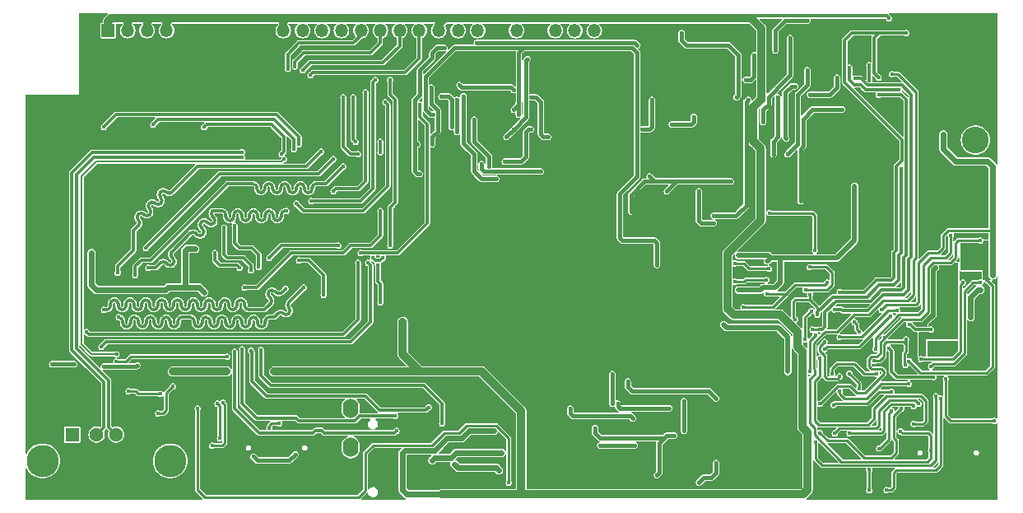
<source format=gbl>
%TF.GenerationSoftware,KiCad,Pcbnew,(7.0.0-rc1-253-g7844602210-dirty)*%
%TF.CreationDate,2023-01-19T21:35:15+08:00*%
%TF.ProjectId,VFDFFT,56464446-4654-42e6-9b69-6361645f7063,rev?*%
%TF.SameCoordinates,Original*%
%TF.FileFunction,Copper,L2,Bot*%
%TF.FilePolarity,Positive*%
%FSLAX46Y46*%
G04 Gerber Fmt 4.6, Leading zero omitted, Abs format (unit mm)*
G04 Created by KiCad (PCBNEW (7.0.0-rc1-253-g7844602210-dirty)) date 2023-01-19 21:35:15*
%MOMM*%
%LPD*%
G01*
G04 APERTURE LIST*
G04 Aperture macros list*
%AMRoundRect*
0 Rectangle with rounded corners*
0 $1 Rounding radius*
0 $2 $3 $4 $5 $6 $7 $8 $9 X,Y pos of 4 corners*
0 Add a 4 corners polygon primitive as box body*
4,1,4,$2,$3,$4,$5,$6,$7,$8,$9,$2,$3,0*
0 Add four circle primitives for the rounded corners*
1,1,$1+$1,$2,$3*
1,1,$1+$1,$4,$5*
1,1,$1+$1,$6,$7*
1,1,$1+$1,$8,$9*
0 Add four rect primitives between the rounded corners*
20,1,$1+$1,$2,$3,$4,$5,0*
20,1,$1+$1,$4,$5,$6,$7,0*
20,1,$1+$1,$6,$7,$8,$9,0*
20,1,$1+$1,$8,$9,$2,$3,0*%
G04 Aperture macros list end*
%TA.AperFunction,ComponentPad*%
%ADD10O,1.000000X1.800000*%
%TD*%
%TA.AperFunction,ComponentPad*%
%ADD11O,1.000000X2.000000*%
%TD*%
%TA.AperFunction,ComponentPad*%
%ADD12R,1.350000X1.350000*%
%TD*%
%TA.AperFunction,ComponentPad*%
%ADD13O,1.350000X1.350000*%
%TD*%
%TA.AperFunction,ComponentPad*%
%ADD14C,0.499999*%
%TD*%
%TA.AperFunction,ComponentPad*%
%ADD15O,1.600000X2.000000*%
%TD*%
%TA.AperFunction,ComponentPad*%
%ADD16RoundRect,0.250000X-1.125000X1.125000X-1.125000X-1.125000X1.125000X-1.125000X1.125000X1.125000X0*%
%TD*%
%TA.AperFunction,ComponentPad*%
%ADD17C,2.750000*%
%TD*%
%TA.AperFunction,ComponentPad*%
%ADD18R,1.428000X1.428000*%
%TD*%
%TA.AperFunction,ComponentPad*%
%ADD19C,1.428000*%
%TD*%
%TA.AperFunction,ComponentPad*%
%ADD20C,3.316000*%
%TD*%
%TA.AperFunction,ComponentPad*%
%ADD21C,0.600000*%
%TD*%
%TA.AperFunction,SMDPad,CuDef*%
%ADD22R,0.900000X1.600000*%
%TD*%
%TA.AperFunction,ViaPad*%
%ADD23C,0.400000*%
%TD*%
%TA.AperFunction,Conductor*%
%ADD24C,0.254000*%
%TD*%
%TA.AperFunction,Conductor*%
%ADD25C,0.406400*%
%TD*%
%TA.AperFunction,Conductor*%
%ADD26C,0.304800*%
%TD*%
%TA.AperFunction,Conductor*%
%ADD27C,0.812800*%
%TD*%
%TA.AperFunction,Conductor*%
%ADD28C,0.609600*%
%TD*%
%TA.AperFunction,Conductor*%
%ADD29C,0.381000*%
%TD*%
%TA.AperFunction,Conductor*%
%ADD30C,0.203200*%
%TD*%
%TA.AperFunction,Conductor*%
%ADD31C,0.508000*%
%TD*%
%TA.AperFunction,Conductor*%
%ADD32C,0.305816*%
%TD*%
G04 APERTURE END LIST*
D10*
%TO.P,J15,S1,SHIELD*%
%TO.N,GND*%
X71375999Y-82383999D03*
D11*
X71375999Y-78203999D03*
D10*
X62735999Y-82383999D03*
D11*
X62735999Y-78203999D03*
%TD*%
D12*
%TO.P,J4,1,Pin_1*%
%TO.N,GND*%
X65719999Y-35813999D03*
D13*
%TO.P,J4,2,Pin_2*%
%TO.N,+3V3*%
X67719999Y-35813999D03*
%TO.P,J4,3,Pin_3*%
%TO.N,unconnected-(J4-Pin_3-Pad3)*%
X69719999Y-35813999D03*
%TO.P,J4,4,Pin_4*%
%TO.N,unconnected-(J4-Pin_4-Pad4)*%
X71719999Y-35813999D03*
%TO.P,J4,5,Pin_5*%
%TO.N,Net-(J4-Pin_5)*%
X73719999Y-35813999D03*
%TO.P,J4,6,Pin_6*%
%TO.N,Net-(J4-Pin_6)*%
X75719999Y-35813999D03*
%TO.P,J4,7,Pin_7*%
%TO.N,Net-(J4-Pin_7)*%
X77719999Y-35813999D03*
%TO.P,J4,8,Pin_8*%
%TO.N,Net-(J4-Pin_8)*%
X79719999Y-35813999D03*
%TO.P,J4,9,Pin_9*%
%TO.N,Net-(J4-Pin_9)*%
X81719999Y-35813999D03*
%TO.P,J4,10,Pin_10*%
%TO.N,+3V3*%
X83719999Y-35813999D03*
%TO.P,J4,11,Pin_11*%
%TO.N,unconnected-(J4-Pin_11-Pad11)*%
X85719999Y-35813999D03*
%TO.P,J4,12,Pin_12*%
%TO.N,unconnected-(J4-Pin_12-Pad12)*%
X87719999Y-35813999D03*
%TO.P,J4,13,Pin_13*%
%TO.N,GND*%
X89719999Y-35813999D03*
%TO.P,J4,14,Pin_14*%
%TO.N,unconnected-(J4-Pin_14-Pad14)*%
X91719999Y-35813999D03*
%TO.P,J4,15,Pin_15*%
%TO.N,GND*%
X93719999Y-35813999D03*
%TO.P,J4,16,Pin_16*%
%TO.N,unconnected-(J4-Pin_16-Pad16)*%
X95719999Y-35813999D03*
%TO.P,J4,17,Pin_17*%
%TO.N,Net-(J4-Pin_17)*%
X97719999Y-35813999D03*
%TO.P,J4,18,Pin_18*%
%TO.N,unconnected-(J4-Pin_18-Pad18)*%
X99719999Y-35813999D03*
%TD*%
D14*
%TO.P,U9,7,PAD*%
%TO.N,GND*%
X46924001Y-72497000D03*
%TD*%
D12*
%TO.P,J3,1,Pin_1*%
%TO.N,+3V3*%
X49719999Y-35813999D03*
D13*
%TO.P,J3,2,Pin_2*%
X51719999Y-35813999D03*
%TO.P,J3,3,Pin_3*%
X53719999Y-35813999D03*
%TO.P,J3,4,Pin_4*%
X55719999Y-35813999D03*
%TD*%
D15*
%TO.P,J14,G*%
%TO.N,GND*%
X79261999Y-73568499D03*
%TO.P,J14,R*%
%TO.N,/AUX_R*%
X74661999Y-78668499D03*
%TO.P,J14,S*%
%TO.N,GND*%
X74661999Y-81668499D03*
%TO.P,J14,T*%
%TO.N,/AUX_L*%
X74661999Y-74668499D03*
%TD*%
D16*
%TO.P,J2,1,Pin_1*%
%TO.N,GND*%
X138938000Y-42858000D03*
D17*
%TO.P,J2,2,Pin_2*%
%TO.N,+BATT*%
X138938000Y-47058000D03*
%TD*%
D18*
%TO.P,J5,1,VBUS*%
%TO.N,+5V*%
X46029999Y-77351999D03*
D19*
%TO.P,J5,2,D-*%
%TO.N,/D-*%
X48530000Y-77352000D03*
%TO.P,J5,3,D+*%
%TO.N,/D+*%
X50530000Y-77352000D03*
%TO.P,J5,4,GND*%
%TO.N,GND*%
X53030000Y-77352000D03*
D20*
%TO.P,J5,P1*%
%TO.N,N/C*%
X42960000Y-80062000D03*
%TO.P,J5,P2*%
X56100000Y-80062000D03*
%TD*%
D10*
%TO.P,J1,S1,SHIELD*%
%TO.N,GND*%
X140463999Y-82907999D03*
D11*
X140463999Y-78727999D03*
D10*
X131823999Y-82907999D03*
D11*
X131823999Y-78727999D03*
%TD*%
D21*
%TO.P,U13,9,PAD*%
%TO.N,GND*%
X56388000Y-74922000D03*
D22*
X56387999Y-74421999D03*
D21*
X56388000Y-73922000D03*
%TD*%
D23*
%TO.N,GND*%
X122936000Y-54356000D03*
X122936000Y-56896000D03*
X125222000Y-42299800D03*
X130810000Y-44450000D03*
X118364000Y-70104000D03*
X127762000Y-35052000D03*
%TO.N,+3V3*%
X130048000Y-34544000D03*
X75438000Y-48514000D03*
X73914000Y-42672000D03*
%TO.N,GND*%
X71882000Y-65532000D03*
%TO.N,+3V3*%
X80010000Y-65786000D03*
X48006000Y-58674000D03*
%TO.N,GND*%
X57658000Y-62992000D03*
%TO.N,+3V3*%
X56388000Y-70866000D03*
X61874400Y-70866000D03*
X66802000Y-70866000D03*
%TO.N,/L+*%
X88900000Y-49775000D03*
%TO.N,Net-(U15C-+)*%
X89662000Y-51054000D03*
%TO.N,/L+*%
X87376000Y-44958000D03*
%TO.N,/L-*%
X88138000Y-49530000D03*
X94234000Y-50292000D03*
%TO.N,GND*%
X104903500Y-36576000D03*
%TO.N,+3V3*%
X52705000Y-70231000D03*
X49276000Y-70358000D03*
%TO.N,/HUM_SCK*%
X49022000Y-68326000D03*
X76454000Y-59690000D03*
%TO.N,+3V3*%
X73406000Y-57912000D03*
X66294000Y-59182000D03*
X77724000Y-47244000D03*
X77724000Y-48318900D03*
X77978000Y-59182000D03*
X76962000Y-59182000D03*
%TO.N,GND*%
X80772000Y-64516000D03*
X66548000Y-42924500D03*
X67564000Y-44196000D03*
X41656000Y-59436000D03*
X45466000Y-65024000D03*
X44958000Y-65024000D03*
X44958000Y-64516000D03*
X44958000Y-64008000D03*
X69342000Y-63500000D03*
X69850000Y-63500000D03*
X70358000Y-63500000D03*
X70866000Y-63500000D03*
X71374000Y-63500000D03*
X72390000Y-63500000D03*
X72898000Y-63500000D03*
X72898000Y-64008000D03*
X72898000Y-64516000D03*
X72898000Y-65024000D03*
X72898000Y-65532000D03*
X72898000Y-66040000D03*
X72898000Y-66548000D03*
X72390000Y-66548000D03*
X71882000Y-66548000D03*
X71374000Y-66548000D03*
X70866000Y-66548000D03*
X70358000Y-66548000D03*
X69850000Y-66548000D03*
X69342000Y-66548000D03*
X69342000Y-66040000D03*
X69342000Y-65532000D03*
X69342000Y-65024000D03*
%TO.N,Net-(U6-PC9)*%
X71882000Y-62992000D03*
X69342000Y-59436000D03*
%TO.N,/AUX_MCK*%
X65208000Y-60128000D03*
%TO.N,/AUX_I2S_CK*%
X64408000Y-60452000D03*
%TO.N,/AUX_I2S_WS*%
X63246000Y-60198000D03*
%TO.N,/HUM_SDA*%
X47498000Y-66802000D03*
X75438000Y-59690000D03*
%TO.N,GND*%
X63755500Y-45974000D03*
X62230000Y-58420000D03*
X80010000Y-62231500D03*
X77725500Y-64516000D03*
X73914000Y-63754000D03*
X76239500Y-62992000D03*
%TO.N,Net-(U6-NRST)*%
X77724000Y-63754000D03*
X77458552Y-59903990D03*
%TO.N,GND*%
X81280000Y-60452000D03*
X81280000Y-60960000D03*
X81280000Y-61468000D03*
X81280000Y-61976000D03*
X81280000Y-62484000D03*
X81788000Y-62484000D03*
X82296000Y-62484000D03*
X82804000Y-62484000D03*
X83312000Y-62484000D03*
X83820000Y-62484000D03*
X84328000Y-62484000D03*
X84836000Y-62484000D03*
X84836000Y-61976000D03*
X84836000Y-61468000D03*
X85344000Y-61468000D03*
X85852000Y-61468000D03*
X86360000Y-60960000D03*
X86360000Y-60452000D03*
X86360000Y-59944000D03*
X86360000Y-59436000D03*
X86360000Y-58928000D03*
X86360000Y-58420000D03*
X86360000Y-57912000D03*
X86360000Y-57404000D03*
X85852000Y-57404000D03*
X85344000Y-57404000D03*
X84836000Y-57404000D03*
X84328000Y-57404000D03*
X83058000Y-57404000D03*
X82550000Y-57404000D03*
X82042000Y-57404000D03*
X83833000Y-60706000D03*
X85344000Y-59437500D03*
X79223859Y-55109441D03*
X45212000Y-45720000D03*
X124968000Y-77470000D03*
X127762000Y-77978000D03*
X45466000Y-72898000D03*
X45720000Y-48768000D03*
X106934000Y-60207000D03*
X117843000Y-39624000D03*
X136398000Y-39878000D03*
X42164000Y-72136000D03*
X66802000Y-75184000D03*
X72898000Y-81894800D03*
X120650000Y-64262000D03*
X45212000Y-45212000D03*
X118110000Y-82280000D03*
X125730000Y-75692000D03*
X119634000Y-74168000D03*
X137922000Y-39114500D03*
X81788000Y-50019497D03*
X45720000Y-44704000D03*
X55372000Y-54356000D03*
X45720000Y-46228000D03*
X97790000Y-81788000D03*
X125730000Y-71819000D03*
X44704000Y-45720000D03*
X121920000Y-56393200D03*
X45212000Y-47244000D03*
X120396000Y-48768000D03*
X124969500Y-60960000D03*
X108712000Y-55626000D03*
X135890000Y-39370000D03*
X85344000Y-76708000D03*
X44450000Y-67564000D03*
X134851800Y-60198000D03*
X102616000Y-81788000D03*
X82804000Y-36830000D03*
X133350000Y-39116000D03*
X132842000Y-72136000D03*
X43434000Y-63754000D03*
X133096000Y-66017800D03*
X45720000Y-75184000D03*
X78144000Y-60032000D03*
X70612000Y-79248000D03*
X108712000Y-48768000D03*
X44196000Y-45212000D03*
X44704000Y-46228000D03*
X124968000Y-78740000D03*
X105410000Y-78486000D03*
X126945500Y-71374000D03*
X139954000Y-38862000D03*
X90170000Y-76093200D03*
X85090000Y-78740000D03*
X107950000Y-79502000D03*
X129540000Y-37847500D03*
X66294000Y-57912000D03*
X131826000Y-36830000D03*
X135850287Y-70535485D03*
X121920000Y-37338000D03*
X139954000Y-39370000D03*
X45212000Y-46228000D03*
X45720000Y-47752000D03*
X122936000Y-72645500D03*
X58011800Y-65786000D03*
X120142000Y-46736000D03*
X132842000Y-39116000D03*
X136398000Y-38862000D03*
X129794000Y-81026000D03*
X90170000Y-82297500D03*
X44196000Y-47244000D03*
X119126000Y-82280000D03*
X108204000Y-81534000D03*
X122682000Y-82296000D03*
X63500000Y-79502000D03*
X134875500Y-36068000D03*
X44704000Y-44704000D03*
X139888000Y-53340000D03*
X129540000Y-47498000D03*
X88646000Y-40386000D03*
X120903989Y-65787486D03*
X110744000Y-79502000D03*
X45720000Y-43688000D03*
X123444000Y-74422000D03*
X44196000Y-46228000D03*
X109220000Y-71374000D03*
X45720000Y-45720000D03*
X132334000Y-39624000D03*
X139888000Y-51308000D03*
X114300000Y-65786000D03*
X119634000Y-74676000D03*
X44704000Y-47244000D03*
X123362000Y-62992000D03*
X91988500Y-47752000D03*
X45720000Y-48260000D03*
X108966000Y-58674000D03*
X124714000Y-56642000D03*
X44196000Y-45720000D03*
X108204000Y-82769700D03*
X130302000Y-78232000D03*
X105156000Y-56642000D03*
X123190000Y-34798000D03*
X125005655Y-69091089D03*
X104394000Y-58928000D03*
X111506000Y-35814000D03*
X59436000Y-57404000D03*
X79756000Y-46736000D03*
X136398000Y-39370000D03*
X133604000Y-72644000D03*
X124928500Y-70557500D03*
X119634000Y-82280000D03*
X112268000Y-50546000D03*
X123918163Y-72644201D03*
X127762000Y-74930000D03*
X55118000Y-60960000D03*
X124943066Y-75692000D03*
X129286000Y-46482000D03*
X133604000Y-72136000D03*
X42672000Y-56789200D03*
X133283327Y-58861327D03*
X112008800Y-54102000D03*
X112522000Y-60706000D03*
X100838000Y-81789500D03*
X133350000Y-39624000D03*
X119634000Y-75692000D03*
X120158000Y-82280000D03*
X115880000Y-48006000D03*
X126531500Y-79502000D03*
X60450500Y-80010000D03*
X116078000Y-52578000D03*
X99314000Y-77470000D03*
X55372000Y-54864000D03*
X132842000Y-72644000D03*
X140462000Y-39370000D03*
X118618000Y-82280000D03*
X62484000Y-35560000D03*
X131064000Y-72644000D03*
X61214000Y-82296000D03*
X126997788Y-41925714D03*
X100838000Y-71120000D03*
X122428000Y-37338000D03*
X124206000Y-69597500D03*
X44704000Y-46736000D03*
X119385200Y-53594000D03*
X45212000Y-46736000D03*
X132842000Y-39624000D03*
X106172000Y-50801500D03*
X55372000Y-55372000D03*
X45212000Y-44704000D03*
X44196000Y-44704000D03*
X93472000Y-43942000D03*
X45720000Y-43180000D03*
X105156000Y-74146300D03*
X45720000Y-46736000D03*
X140462000Y-38862000D03*
X45720000Y-44196000D03*
X140208000Y-65085000D03*
X45720000Y-47244000D03*
X72898000Y-78846800D03*
X135890000Y-39878000D03*
X45720000Y-45212000D03*
X124714000Y-56134000D03*
X84563500Y-45987000D03*
X116078000Y-42672000D03*
X66812657Y-46780425D03*
X98806000Y-79248000D03*
X121920000Y-53340000D03*
X51054000Y-74423500D03*
X119634000Y-75184000D03*
X44196000Y-46736000D03*
X44704000Y-45212000D03*
X125730000Y-61976000D03*
X135890000Y-38862000D03*
X127762000Y-75438000D03*
X119634000Y-64262000D03*
X118110000Y-65786000D03*
X99314000Y-72390000D03*
X102362000Y-43942000D03*
X83312000Y-77470000D03*
X132334000Y-39116000D03*
X108712000Y-53340000D03*
%TO.N,/VB_S*%
X140727800Y-60960000D03*
X138430000Y-65278000D03*
X139446000Y-62484000D03*
X129286000Y-64516000D03*
X135636000Y-46482000D03*
%TO.N,Net-(U1-VCCIO)*%
X124319258Y-74308742D03*
X130302000Y-72938000D03*
%TO.N,Net-(U1-VCC5V)*%
X124206000Y-71147500D03*
X128778000Y-71120000D03*
%TO.N,Net-(U1-CSN1)*%
X134620000Y-71442985D03*
X126492000Y-65786000D03*
X127003173Y-66805173D03*
X129994500Y-68461948D03*
%TO.N,Net-(D6-A2)*%
X131744295Y-70188899D03*
X131826000Y-67564000D03*
X128528673Y-69795500D03*
%TO.N,+BATT*%
X117538500Y-59484296D03*
X114554000Y-58928000D03*
X90932000Y-82296000D03*
X121920000Y-62992000D03*
X105410000Y-50800000D03*
X116840000Y-62484000D03*
X128638502Y-68550900D03*
X103165000Y-71882000D03*
X136398000Y-56896000D03*
X107188000Y-52324000D03*
X107696000Y-45466000D03*
X112268000Y-73660000D03*
X119634000Y-70866000D03*
X114554000Y-62484000D03*
X113792000Y-51308000D03*
X58928000Y-74674500D03*
X103490000Y-54421500D03*
X120406239Y-65521761D03*
X109982000Y-44660000D03*
X131318000Y-50038000D03*
X113030000Y-66040000D03*
X122682000Y-65024000D03*
X126492000Y-51816000D03*
%TO.N,Net-(U1-CSN2)*%
X121920000Y-70866000D03*
X131318000Y-74676000D03*
X122481827Y-67122827D03*
X122936000Y-77188500D03*
%TO.N,/HLED*%
X122490339Y-78106661D03*
X134874000Y-73406000D03*
X122047000Y-64643000D03*
X121412000Y-67564000D03*
X126540000Y-40752000D03*
X124411134Y-64480134D03*
%TO.N,/BAT_MODE*%
X132080000Y-72136000D03*
X124968000Y-71374000D03*
X128977502Y-40640000D03*
X123444000Y-67818000D03*
X124968000Y-72898000D03*
X131826000Y-36068000D03*
X124968000Y-62716300D03*
%TO.N,Net-(U3-COMP)*%
X121880500Y-60135669D03*
X121466500Y-62484000D03*
%TO.N,Net-(U3-BP)*%
X117478991Y-62863270D03*
X115062000Y-64260500D03*
X123698000Y-61722000D03*
%TO.N,/3V3_FB*%
X117774258Y-54565273D03*
X122428000Y-58420000D03*
%TO.N,+3V3*%
X58674000Y-58272800D03*
X43942000Y-70104000D03*
X116840000Y-55118000D03*
X62482500Y-34569400D03*
X80010000Y-79756000D03*
X46228000Y-70104000D03*
X89408000Y-76975000D03*
X59580800Y-62738000D03*
X55880000Y-62230000D03*
%TO.N,Net-(U4-COMP)*%
X119888000Y-36576000D03*
X117094000Y-45212000D03*
%TO.N,PRI_LO*%
X110490000Y-52324000D03*
X112014000Y-55626000D03*
%TO.N,/ISEN_60*%
X111506000Y-37338000D03*
X108706800Y-36062800D03*
X114341000Y-42672000D03*
%TO.N,/ISEN_90*%
X118618000Y-42672000D03*
X118151000Y-48555000D03*
%TO.N,PRI_HI*%
X120935200Y-53343506D03*
X125222000Y-43942000D03*
%TO.N,GNDA*%
X83098500Y-44437000D03*
X91440000Y-43942000D03*
X91948000Y-44450000D03*
X86360000Y-37601000D03*
X102827000Y-57404000D03*
X106172000Y-59942500D03*
X91948000Y-37601000D03*
%TO.N,VDDA*%
X87630000Y-37075000D03*
X90901500Y-37075000D03*
X104127000Y-37338000D03*
X90678000Y-46736000D03*
X91440000Y-45974000D03*
X94234000Y-37075000D03*
X92837000Y-38735000D03*
%TO.N,Net-(U16-COMP)*%
X103698400Y-75698814D03*
X97282000Y-74676000D03*
%TO.N,/ISEN_15*%
X101600000Y-74168000D03*
X101600000Y-71125200D03*
%TO.N,+15V*%
X99822000Y-76664800D03*
X106172000Y-81534000D03*
X102362000Y-77724000D03*
X107950000Y-77470000D03*
%TO.N,/LED3*%
X128016000Y-83083500D03*
X129794000Y-83058000D03*
X128016000Y-80971500D03*
X135382000Y-73660000D03*
%TO.N,/30VSW*%
X105664000Y-42926000D03*
X104648000Y-45974000D03*
%TO.N,Net-(D14-A)*%
X108966000Y-73914000D03*
X108966000Y-76962000D03*
%TO.N,/CC1*%
X132588000Y-76254500D03*
X128996600Y-42418000D03*
X122174000Y-66548000D03*
X122936000Y-69497500D03*
%TO.N,/CC2*%
X130350000Y-40297000D03*
X131251326Y-77028674D03*
X134366000Y-78994000D03*
%TO.N,Net-(J4-Pin_6)*%
X68199000Y-39751000D03*
%TO.N,Net-(J4-Pin_7)*%
X68942000Y-39516000D03*
%TO.N,Net-(J4-Pin_8)*%
X69742000Y-39878000D03*
%TO.N,Net-(J4-Pin_9)*%
X70542000Y-40386000D03*
%TO.N,/D-*%
X63500000Y-48301100D03*
%TO.N,/D+*%
X63500000Y-48878900D03*
%TO.N,/R+*%
X84005500Y-42590000D03*
X85081000Y-45720000D03*
%TO.N,/R-*%
X84328000Y-37592000D03*
X81534000Y-47498000D03*
X81788000Y-50546000D03*
%TO.N,Net-(Q1-G)*%
X135890000Y-71628000D03*
X140897500Y-75946000D03*
%TO.N,Net-(Q2A-S)*%
X135890000Y-64262000D03*
X136398000Y-62230000D03*
X135890000Y-60198000D03*
X124968000Y-67310000D03*
X130887455Y-64602253D03*
X136906000Y-60706000D03*
X135382000Y-63246000D03*
X136906000Y-64262000D03*
X136906000Y-60198000D03*
X133604000Y-67198000D03*
X135382000Y-61722000D03*
X136398000Y-61214000D03*
X135128000Y-65786000D03*
X135890000Y-60706000D03*
X136906000Y-62230000D03*
X136906000Y-61722000D03*
X135382000Y-60706000D03*
X136906000Y-62738000D03*
X136906000Y-63246000D03*
X136144000Y-65024000D03*
X134620000Y-65786000D03*
X135890000Y-61214000D03*
X136398000Y-61722000D03*
X136906000Y-61214000D03*
X135382000Y-63754000D03*
X135382000Y-64262000D03*
X135382000Y-62230000D03*
X135382000Y-62738000D03*
X135890000Y-62738000D03*
X135382000Y-61214000D03*
X133300837Y-68105500D03*
X136398000Y-62738000D03*
X135128000Y-65024000D03*
X135636000Y-65786000D03*
X135890000Y-61722000D03*
X136398000Y-63754000D03*
X136906000Y-63754000D03*
X135636000Y-65024000D03*
X136144000Y-65786000D03*
X136398000Y-60706000D03*
X135890000Y-62230000D03*
X135890000Y-63246000D03*
X135382000Y-60198000D03*
X136398000Y-63246000D03*
X135890000Y-63754000D03*
X136398000Y-64262000D03*
X136398000Y-60198000D03*
%TO.N,Net-(Q3A-S)*%
X130241827Y-65204827D03*
X132104858Y-69805234D03*
X138684000Y-58928000D03*
X123404768Y-68578774D03*
X140092945Y-61434946D03*
X137922000Y-58928000D03*
X138684000Y-58420000D03*
X138684000Y-59944000D03*
X137922000Y-59944000D03*
X137922000Y-59436000D03*
X138684000Y-59436000D03*
X137922000Y-58420000D03*
%TO.N,Net-(Q3A-G)*%
X139446000Y-61722000D03*
X134366000Y-70346742D03*
%TO.N,Net-(Q3B-G)*%
X137668000Y-61722000D03*
X133350000Y-69596000D03*
%TO.N,Net-(Q4A-D)*%
X128016000Y-39370000D03*
X128016000Y-40953502D03*
%TO.N,Net-(Q5A-D)*%
X131064000Y-41910000D03*
X125984000Y-39624000D03*
%TO.N,Net-(Q6A-G)*%
X117692039Y-60293000D03*
X114178500Y-59756000D03*
%TO.N,Net-(Q6B-G)*%
X117440160Y-61458832D03*
X114178500Y-61656000D03*
%TO.N,Net-(Q8-G)*%
X119451000Y-46919000D03*
X120396000Y-41534000D03*
%TO.N,Net-(Q8-S)*%
X121920000Y-42418000D03*
X124714000Y-40640000D03*
%TO.N,/LR*%
X59587760Y-45747416D03*
X67564000Y-48514000D03*
%TO.N,/LG*%
X54356000Y-45466000D03*
X68834000Y-48006000D03*
%TO.N,/LB*%
X69342000Y-47498000D03*
X49276000Y-45720000D03*
%TO.N,Net-(Q12-S)*%
X102133400Y-74168000D03*
X107442000Y-74676000D03*
%TO.N,Net-(U1-LED1)*%
X124460108Y-77230486D03*
X133096000Y-74168000D03*
%TO.N,Net-(U1-LED2)*%
X125984000Y-77216000D03*
X132588000Y-74422000D03*
%TO.N,Net-(U1-ISET)*%
X129032000Y-78779500D03*
X130299976Y-74921017D03*
%TO.N,Net-(U1-BAT_NUM)*%
X126945500Y-72644000D03*
X125956500Y-71092500D03*
%TO.N,Net-(U4-FA{slash}SD)*%
X121666000Y-34798000D03*
X118373200Y-37846000D03*
X115316000Y-40894000D03*
X116174400Y-38354000D03*
%TO.N,/FB_60*%
X112014000Y-54864000D03*
X115570000Y-42926000D03*
%TO.N,/FB_90*%
X119634000Y-48539400D03*
X121666000Y-39878000D03*
%TO.N,/WL_D0*%
X68072000Y-54356000D03*
X53848000Y-60198000D03*
%TO.N,/WL_D1*%
X73914000Y-49784000D03*
X52506000Y-60960000D03*
%TO.N,/WL_CMD*%
X69850000Y-62230000D03*
X50800000Y-65278000D03*
%TO.N,/WL_D3*%
X67945000Y-62357000D03*
X49276000Y-64516000D03*
%TO.N,/WL_D2*%
X53594000Y-58166000D03*
X72898000Y-49022000D03*
%TO.N,/OPT_SDA*%
X50546000Y-69850000D03*
X61976000Y-69342000D03*
%TO.N,/OPT_SCL*%
X67818000Y-49022000D03*
X50573500Y-69088000D03*
%TO.N,/FLASH_CS*%
X75692000Y-58674000D03*
X81788000Y-43434000D03*
%TO.N,Net-(U13-FB)*%
X55063500Y-73152000D03*
X51816000Y-72898000D03*
%TO.N,Net-(U13-PG)*%
X56388000Y-72390000D03*
X54864000Y-75184000D03*
%TO.N,Net-(U15A--)*%
X83058000Y-47498000D03*
X82945361Y-41656000D03*
%TO.N,Net-(U15B-+)*%
X85852000Y-41402000D03*
X93227000Y-42672000D03*
X94996000Y-46738502D03*
X91440000Y-41910000D03*
%TO.N,/REF_B*%
X93218000Y-45974000D03*
X90522500Y-49276000D03*
%TO.N,Net-(U15B--)*%
X85598000Y-42926000D03*
X85598000Y-46228000D03*
%TO.N,Net-(U15C-+)*%
X86248457Y-42560394D03*
%TO.N,/FB_15*%
X100330000Y-78486000D03*
X103886000Y-78486000D03*
%TO.N,Net-(U17-FB)*%
X112268000Y-80264000D03*
X110490000Y-82296000D03*
%TO.N,/FLASH_IO2*%
X78738354Y-40884998D03*
X78740000Y-57912000D03*
%TO.N,/FLASH_IO3*%
X74930000Y-42672000D03*
X75184000Y-47244000D03*
%TO.N,/WL_CLK*%
X50706000Y-60706000D03*
X71628000Y-48260000D03*
%TO.N,/FLASH_IO0*%
X77216000Y-40894000D03*
X70612000Y-53340000D03*
%TO.N,/FLASH_IO1*%
X69088000Y-53594000D03*
X78232000Y-43180000D03*
%TO.N,/FLASH_SCK*%
X76200000Y-42164000D03*
X72898000Y-52324000D03*
%TO.N,Net-(U1-PCIN)*%
X134366000Y-66548000D03*
X132134500Y-66040000D03*
%TO.N,Net-(U1-PCON)*%
X129630082Y-67395159D03*
X122936210Y-74195484D03*
X139446000Y-57404000D03*
%TO.N,Net-(U18-NEG)*%
X85344000Y-80391000D03*
X89916000Y-81026000D03*
%TO.N,Net-(U18-VREG)*%
X90170000Y-79248000D03*
X83058000Y-80010000D03*
%TO.N,Net-(RN2A-R1.1)*%
X79371300Y-76962000D03*
X62738000Y-68834000D03*
%TO.N,Net-(RN2B-R2.1)*%
X63500000Y-68580000D03*
X79248000Y-75438000D03*
%TO.N,Net-(RN2C-R3.1)*%
X82677000Y-74549000D03*
X64389000Y-68707000D03*
%TO.N,/AUX_MCK*%
X62738000Y-55880000D03*
%TO.N,/AUX_I2S_CK*%
X61655327Y-56067327D03*
%TO.N,/AUX_I2S_WS*%
X60706000Y-58674000D03*
%TO.N,/AUX_I2S_SD*%
X77724000Y-54356000D03*
X63754000Y-62230000D03*
%TO.N,/VBS*%
X68961000Y-79375000D03*
X64656000Y-79616000D03*
%TO.N,Net-(U6-PA9)*%
X61214000Y-77724000D03*
X60960000Y-74168000D03*
%TO.N,Net-(U6-PA10)*%
X60412500Y-78486000D03*
X61505039Y-74070987D03*
%TO.N,/UD+*%
X66306000Y-76708000D03*
X67306000Y-76204000D03*
%TO.N,Net-(RN2D-R4.1)*%
X65462000Y-68650000D03*
X84074000Y-76200000D03*
%TD*%
D24*
%TO.N,Net-(U6-PA10)*%
X61505039Y-74070987D02*
X61740503Y-74306451D01*
X61740503Y-74306451D02*
X61740503Y-78213497D01*
X61740503Y-78213497D02*
X61468000Y-78486000D01*
X61468000Y-78486000D02*
X60412500Y-78486000D01*
%TO.N,Net-(U6-PA9)*%
X60960000Y-74168000D02*
X61214000Y-74422000D01*
X61214000Y-74422000D02*
X61214000Y-77724000D01*
D25*
%TO.N,GND*%
X122936000Y-54356000D02*
X122936000Y-56896000D01*
D26*
%TO.N,/BAT_MODE*%
X130048000Y-36068000D02*
X126238000Y-36068000D01*
X131394200Y-49199800D02*
X130810000Y-49784000D01*
X126238000Y-36068000D02*
X125476000Y-36830000D01*
X130810000Y-58420000D02*
X130556000Y-58674000D01*
X125476000Y-36830000D02*
X125476000Y-41148000D01*
X130810000Y-49784000D02*
X130810000Y-58420000D01*
X125476000Y-41148000D02*
X131394200Y-47066200D01*
X131394200Y-47066200D02*
X131394200Y-49199800D01*
X130556000Y-61214000D02*
X130302000Y-61468000D01*
X130556000Y-58674000D02*
X130556000Y-61214000D01*
X130302000Y-61468000D02*
X128778000Y-61468000D01*
X128778000Y-61468000D02*
X127508000Y-62738000D01*
X127508000Y-62738000D02*
X126238000Y-62738000D01*
D27*
%TO.N,+3V3*%
X114808000Y-34569400D02*
X84836000Y-34569400D01*
X115849400Y-34569400D02*
X114808000Y-34569400D01*
D26*
X129819400Y-34315400D02*
X115062000Y-34315400D01*
X130048000Y-34544000D02*
X129819400Y-34315400D01*
X115062000Y-34315400D02*
X114808000Y-34569400D01*
D27*
X116911000Y-42876185D02*
X116911000Y-35631000D01*
D25*
%TO.N,Net-(U4-FA{slash}SD)*%
X121666000Y-34798000D02*
X119380000Y-34798000D01*
X118364000Y-35814000D02*
X118373200Y-35823200D01*
X119380000Y-34798000D02*
X118364000Y-35814000D01*
X118373200Y-35823200D02*
X118373200Y-37846000D01*
D26*
%TO.N,+3V3*%
X74676000Y-48514000D02*
X75438000Y-48514000D01*
X73914000Y-47752000D02*
X74422000Y-48260000D01*
X73914000Y-42672000D02*
X73914000Y-47752000D01*
X74422000Y-48260000D02*
X74676000Y-48514000D01*
D27*
X80010000Y-69088000D02*
X80010000Y-65786000D01*
X80264000Y-69342000D02*
X80010000Y-69088000D01*
X88138000Y-70866000D02*
X85852000Y-70866000D01*
X85852000Y-70866000D02*
X66802000Y-70866000D01*
X85852000Y-70866000D02*
X81788000Y-70866000D01*
X81788000Y-70866000D02*
X80264000Y-69342000D01*
D28*
X48006000Y-58674000D02*
X48006000Y-61976000D01*
X48006000Y-61976000D02*
X48514000Y-62484000D01*
X48514000Y-62484000D02*
X55626000Y-62484000D01*
X55626000Y-62484000D02*
X55880000Y-62230000D01*
D24*
%TO.N,/OPT_SDA*%
X51562000Y-69850000D02*
X50546000Y-69850000D01*
X61976000Y-69342000D02*
X52070000Y-69342000D01*
X52070000Y-69342000D02*
X51562000Y-69850000D01*
D27*
%TO.N,+3V3*%
X61874400Y-70866000D02*
X56388000Y-70866000D01*
X121221400Y-83502600D02*
X92202000Y-83502600D01*
X92202000Y-83502600D02*
X84074000Y-83502600D01*
X92202000Y-74930000D02*
X88138000Y-70866000D01*
X92202000Y-83502600D02*
X92202000Y-74930000D01*
D26*
%TO.N,/FLASH_CS*%
X75692000Y-58674000D02*
X79502000Y-58674000D01*
X79502000Y-58674000D02*
X82550000Y-55626000D01*
X82550000Y-55626000D02*
X82550000Y-45466000D01*
X82550000Y-45466000D02*
X81788000Y-44704000D01*
X81788000Y-44704000D02*
X81788000Y-43434000D01*
D29*
%TO.N,/L+*%
X87630000Y-47498000D02*
X88900000Y-48768000D01*
X88900000Y-48768000D02*
X88900000Y-49775000D01*
%TO.N,Net-(U15C-+)*%
X88138000Y-51054000D02*
X89662000Y-51054000D01*
X87630000Y-50546000D02*
X88138000Y-51054000D01*
X86868000Y-48006000D02*
X87376000Y-48514000D01*
X87131000Y-48269000D02*
X86868000Y-48006000D01*
X87376000Y-48514000D02*
X87376000Y-49276000D01*
X86868000Y-48006000D02*
X86248457Y-47386457D01*
X87376000Y-49276000D02*
X87376000Y-50292000D01*
X87376000Y-50292000D02*
X87630000Y-50546000D01*
%TO.N,/L+*%
X87376000Y-44958000D02*
X87376000Y-47244000D01*
X87376000Y-47244000D02*
X87630000Y-47498000D01*
%TO.N,VDDA*%
X90678000Y-46736000D02*
X91567000Y-45847000D01*
%TO.N,/REF_B*%
X90522500Y-49276000D02*
X92202000Y-49276000D01*
X92202000Y-49276000D02*
X92710000Y-48768000D01*
X92710000Y-48768000D02*
X92710000Y-46228000D01*
X92964000Y-45974000D02*
X93218000Y-45974000D01*
X92710000Y-46228000D02*
X92964000Y-45974000D01*
%TO.N,Net-(U15C-+)*%
X86248457Y-47386457D02*
X86248457Y-42560394D01*
%TO.N,/L-*%
X88138000Y-50038000D02*
X88138000Y-49530000D01*
X88392000Y-50292000D02*
X88138000Y-50038000D01*
X94234000Y-50292000D02*
X88392000Y-50292000D01*
D25*
%TO.N,/ISEN_60*%
X108706800Y-36062800D02*
X108706800Y-36824800D01*
X108706800Y-36824800D02*
X109220000Y-37338000D01*
X109220000Y-37338000D02*
X113538000Y-37338000D01*
X113538000Y-37338000D02*
X114554000Y-38354000D01*
X114554000Y-38354000D02*
X114554000Y-42459000D01*
X114554000Y-42459000D02*
X114341000Y-42672000D01*
D29*
%TO.N,+3V3*%
X52705000Y-70231000D02*
X52568500Y-70367500D01*
X52568500Y-70367500D02*
X49285500Y-70367500D01*
X49285500Y-70367500D02*
X49276000Y-70358000D01*
D30*
%TO.N,/OPT_SCL*%
X48006000Y-69088000D02*
X46990000Y-68072000D01*
D26*
%TO.N,/HUM_SCK*%
X74676000Y-67818000D02*
X64008000Y-67818000D01*
X64008000Y-67818000D02*
X49530000Y-67818000D01*
X49530000Y-67818000D02*
X49022000Y-68326000D01*
%TO.N,Net-(RN2B-R2.1)*%
X69059400Y-75663400D02*
X69343900Y-75947900D01*
X63500000Y-68580000D02*
X63500000Y-74168000D01*
X63500000Y-74168000D02*
X64995400Y-75663400D01*
X64995400Y-75663400D02*
X69059400Y-75663400D01*
X75619002Y-75438000D02*
X79248000Y-75438000D01*
X69343900Y-75947900D02*
X75109102Y-75947900D01*
X75109102Y-75947900D02*
X75619002Y-75438000D01*
%TO.N,Net-(RN2A-R1.1)*%
X70790362Y-77187400D02*
X71053162Y-76924600D01*
X62738000Y-68834000D02*
X62738000Y-74676000D01*
X62738000Y-74676000D02*
X65249400Y-77187400D01*
X71053162Y-76924600D02*
X71698838Y-76924600D01*
X65249400Y-77187400D02*
X70790362Y-77187400D01*
X79145900Y-77187400D02*
X79371300Y-76962000D01*
X71698838Y-76924600D02*
X71961638Y-77187400D01*
X71961638Y-77187400D02*
X79145900Y-77187400D01*
%TO.N,/HUM_SCK*%
X76708000Y-64262000D02*
X76708000Y-65786000D01*
X76718900Y-64251100D02*
X76708000Y-64262000D01*
X76454000Y-59690000D02*
X76718900Y-59954900D01*
X76718900Y-59954900D02*
X76718900Y-64251100D01*
X76708000Y-65786000D02*
X74676000Y-67818000D01*
%TO.N,Net-(U6-NRST)*%
X77724000Y-63754000D02*
X77724000Y-61849000D01*
X77724000Y-61849000D02*
X77470000Y-61595000D01*
X77470000Y-61595000D02*
X77470000Y-59915438D01*
X77470000Y-59915438D02*
X77458552Y-59903990D01*
%TO.N,+3V3*%
X73406000Y-57912000D02*
X67564000Y-57912000D01*
X67564000Y-57912000D02*
X66294000Y-59182000D01*
%TO.N,/FLASH_IO1*%
X69088000Y-53594000D02*
X69850000Y-54356000D01*
X69850000Y-54356000D02*
X75946000Y-54356000D01*
X75946000Y-54356000D02*
X78486000Y-51816000D01*
X78486000Y-51816000D02*
X78486000Y-43434000D01*
X78486000Y-43434000D02*
X78232000Y-43180000D01*
%TO.N,/FLASH_IO2*%
X78738354Y-40884998D02*
X78738354Y-42416354D01*
X78738354Y-42416354D02*
X79248000Y-42926000D01*
X79248000Y-42926000D02*
X79248000Y-53467000D01*
X79248000Y-53467000D02*
X78740000Y-53975000D01*
X78740000Y-53975000D02*
X78740000Y-57912000D01*
%TO.N,/FLASH_IO0*%
X70612000Y-53340000D02*
X75692000Y-53340000D01*
X75692000Y-53340000D02*
X76962000Y-52070000D01*
X76962000Y-52070000D02*
X76962000Y-41148000D01*
X76962000Y-41148000D02*
X77216000Y-40894000D01*
%TO.N,+3V3*%
X77724000Y-47244000D02*
X77724000Y-48318900D01*
X76962000Y-59182000D02*
X77204590Y-59424590D01*
X77204590Y-59424590D02*
X77735410Y-59424590D01*
X77735410Y-59424590D02*
X77978000Y-59182000D01*
%TO.N,Net-(U6-PC9)*%
X71882000Y-62992000D02*
X71882000Y-60960000D01*
X71882000Y-60960000D02*
X70358000Y-59436000D01*
X70358000Y-59436000D02*
X69342000Y-59436000D01*
%TO.N,/HUM_SDA*%
X75438000Y-59690000D02*
X75438000Y-65532000D01*
X75438000Y-65532000D02*
X73914000Y-67056000D01*
X73914000Y-67056000D02*
X47752000Y-67056000D01*
X47752000Y-67056000D02*
X47498000Y-66802000D01*
%TO.N,Net-(RN2D-R4.1)*%
X65462000Y-71304000D02*
X65462000Y-68650000D01*
X82195100Y-72289100D02*
X66447100Y-72289100D01*
X84074000Y-74168000D02*
X82195100Y-72289100D01*
X66447100Y-72289100D02*
X65462000Y-71304000D01*
X84074000Y-76200000D02*
X84074000Y-74168000D01*
%TO.N,/AUX_I2S_SD*%
X63754000Y-62230000D02*
X65024000Y-62230000D01*
X65024000Y-62230000D02*
X68580000Y-58674000D01*
X68580000Y-58674000D02*
X73914000Y-58674000D01*
X73914000Y-58674000D02*
X74676000Y-57912000D01*
X74676000Y-57912000D02*
X76708000Y-57912000D01*
X76708000Y-57912000D02*
X77724000Y-56896000D01*
X77724000Y-56896000D02*
X77724000Y-54356000D01*
%TO.N,/AUX_MCK*%
X65208000Y-60128000D02*
X65208000Y-58858000D01*
X65208000Y-58858000D02*
X64516000Y-58166000D01*
X64516000Y-58166000D02*
X63246000Y-58166000D01*
X63246000Y-58166000D02*
X62738000Y-57658000D01*
X62738000Y-57658000D02*
X62738000Y-55880000D01*
%TO.N,/AUX_I2S_CK*%
X64408000Y-60452000D02*
X64408000Y-59963000D01*
X63627000Y-59182000D02*
X61976000Y-59182000D01*
X64408000Y-59963000D02*
X63627000Y-59182000D01*
X61976000Y-59182000D02*
X61655327Y-58861327D01*
X61655327Y-58861327D02*
X61655327Y-56067327D01*
%TO.N,/AUX_I2S_WS*%
X62230000Y-59944000D02*
X62992000Y-59944000D01*
X62992000Y-59944000D02*
X63246000Y-60198000D01*
X62230000Y-59944000D02*
X61214000Y-59944000D01*
%TO.N,Net-(RN2C-R3.1)*%
X76183100Y-73389100D02*
X77641900Y-74847900D01*
X77641900Y-74847900D02*
X82378100Y-74847900D01*
X64389000Y-68707000D02*
X64516000Y-68834000D01*
X64516000Y-68834000D02*
X64516000Y-71882000D01*
X64516000Y-71882000D02*
X66023100Y-73389100D01*
X66023100Y-73389100D02*
X76183100Y-73389100D01*
X82378100Y-74847900D02*
X82677000Y-74549000D01*
%TO.N,/WL_D3*%
X60502800Y-64109600D02*
X60502800Y-63922400D01*
X52374800Y-64109600D02*
X52374800Y-63922400D01*
X62128400Y-64109600D02*
X62128400Y-63922400D01*
X62941200Y-63922400D02*
X62941200Y-64109600D01*
X66040002Y-64261998D02*
X66039998Y-64261998D01*
X59690000Y-63922400D02*
X59690000Y-64109600D01*
X66282156Y-63180365D02*
X66414526Y-63312735D01*
X49530000Y-64516000D02*
G75*
G03*
X49936400Y-64109600I0J406400D01*
G01*
X66989263Y-62738000D02*
X66856892Y-62605629D01*
X50342800Y-63516000D02*
G75*
G03*
X49936400Y-63922400I0J-406400D01*
G01*
X66414526Y-63887471D02*
X66414527Y-63887472D01*
X50749200Y-64109600D02*
G75*
G03*
X51155600Y-64516000I406400J0D01*
G01*
X58877200Y-63922400D02*
G75*
G03*
X58470800Y-63516000I-406400J0D01*
G01*
X51968400Y-63516000D02*
G75*
G03*
X51562000Y-63922400I0J-406400D01*
G01*
X67943463Y-62357000D02*
X67525500Y-62774963D01*
X54000400Y-63922400D02*
G75*
G03*
X53594000Y-63516000I-406400J0D01*
G01*
X54000400Y-64109600D02*
G75*
G03*
X54406800Y-64516000I406400J0D01*
G01*
X54406800Y-64516000D02*
G75*
G03*
X54813200Y-64109600I0J406400D01*
G01*
X63754000Y-64109600D02*
X63754000Y-63922400D01*
X50749200Y-63922400D02*
G75*
G03*
X50342800Y-63516000I-406400J0D01*
G01*
X62128400Y-64109600D02*
G75*
G03*
X62534800Y-64516000I406400J0D01*
G01*
X65785997Y-64516000D02*
X64160400Y-64516000D01*
X62534800Y-64516000D02*
G75*
G03*
X62941200Y-64109600I0J406400D01*
G01*
X66856892Y-62605629D02*
G75*
G03*
X66282156Y-62605629I-287368J-287367D01*
G01*
X63754000Y-64109600D02*
G75*
G03*
X64160400Y-64516000I406400J0D01*
G01*
X58877200Y-64109600D02*
G75*
G03*
X59283600Y-64516000I406400J0D01*
G01*
X60502800Y-64109600D02*
G75*
G03*
X60909200Y-64516000I406400J0D01*
G01*
X52374800Y-63922400D02*
G75*
G03*
X51968400Y-63516000I-406400J0D01*
G01*
X66282159Y-62605632D02*
G75*
G03*
X66282156Y-63180365I287341J-287368D01*
G01*
X52374800Y-64109600D02*
G75*
G03*
X52781200Y-64516000I406400J0D01*
G01*
X63754000Y-63922400D02*
G75*
G03*
X63347600Y-63516000I-406400J0D01*
G01*
X60502800Y-63922400D02*
G75*
G03*
X60096400Y-63516000I-406400J0D01*
G01*
X51155600Y-64516000D02*
G75*
G03*
X51562000Y-64109600I0J406400D01*
G01*
X66989272Y-62737990D02*
G75*
G03*
X67525500Y-62774963I289528J292090D01*
G01*
X66414527Y-63887472D02*
X66040002Y-64261998D01*
X66989262Y-62738000D02*
X66989263Y-62738000D01*
X62128400Y-63922400D02*
G75*
G03*
X61722000Y-63516000I-406400J0D01*
G01*
X63347600Y-63516000D02*
G75*
G03*
X62941200Y-63922400I0J-406400D01*
G01*
X52781200Y-64516000D02*
G75*
G03*
X53187600Y-64109600I0J406400D01*
G01*
X60909200Y-64516000D02*
G75*
G03*
X61315600Y-64109600I0J406400D01*
G01*
X61722000Y-63516000D02*
G75*
G03*
X61315600Y-63922400I0J-406400D01*
G01*
X56032400Y-64516000D02*
G75*
G03*
X56438800Y-64109600I0J406400D01*
G01*
X60096400Y-63516000D02*
G75*
G03*
X59690000Y-63922400I0J-406400D01*
G01*
X55219600Y-63516000D02*
G75*
G03*
X54813200Y-63922400I0J-406400D01*
G01*
X59283600Y-64516000D02*
G75*
G03*
X59690000Y-64109600I0J406400D01*
G01*
X56438800Y-63922400D02*
X56438800Y-64109600D01*
X55626000Y-64109600D02*
G75*
G03*
X56032400Y-64516000I406400J0D01*
G01*
X67945000Y-62357000D02*
X67943463Y-62357000D01*
X58470800Y-63516000D02*
G75*
G03*
X58064400Y-63922400I0J-406400D01*
G01*
X53594000Y-63516000D02*
G75*
G03*
X53187600Y-63922400I0J-406400D01*
G01*
X57658000Y-64516000D02*
G75*
G03*
X58064400Y-64109600I0J406400D01*
G01*
X49936400Y-63922400D02*
X49936400Y-64109600D01*
X49530000Y-64516000D02*
X49276000Y-64516000D01*
X57251600Y-63922400D02*
G75*
G03*
X56845200Y-63516000I-406400J0D01*
G01*
X57251600Y-64109600D02*
G75*
G03*
X57658000Y-64516000I406400J0D01*
G01*
X58877200Y-64109600D02*
X58877200Y-63922400D01*
X61315600Y-63922400D02*
X61315600Y-64109600D01*
X66414522Y-63887467D02*
G75*
G03*
X66414525Y-63312736I-287322J287367D01*
G01*
X56845200Y-63516000D02*
G75*
G03*
X56438800Y-63922400I0J-406400D01*
G01*
X66039998Y-64261998D02*
X65785997Y-64516000D01*
X55626000Y-63922400D02*
G75*
G03*
X55219600Y-63516000I-406400J0D01*
G01*
X58064400Y-63922400D02*
X58064400Y-64109600D01*
X57251600Y-64109600D02*
X57251600Y-63922400D01*
X55626000Y-64109600D02*
X55626000Y-63922400D01*
X54813200Y-63922400D02*
X54813200Y-64109600D01*
X54000400Y-64109600D02*
X54000400Y-63922400D01*
X53187600Y-63922400D02*
X53187600Y-64109600D01*
X51562000Y-63922400D02*
X51562000Y-64109600D01*
X50749200Y-64109600D02*
X50749200Y-63922400D01*
D29*
%TO.N,/R-*%
X81280000Y-49795641D02*
X81280000Y-46736000D01*
X81270500Y-49805141D02*
X81280000Y-49795641D01*
X81788000Y-50546000D02*
X81524500Y-50546000D01*
X81524500Y-50546000D02*
X81270500Y-50292000D01*
X81270500Y-50292000D02*
X81270500Y-49805141D01*
D24*
%TO.N,GND*%
X125730000Y-71819000D02*
X125422000Y-71511000D01*
X125422000Y-71511000D02*
X125422000Y-71051000D01*
X120903989Y-64515989D02*
X120650000Y-64262000D01*
D25*
X134124183Y-65532000D02*
X134597800Y-65058383D01*
X134112000Y-65532000D02*
X134124183Y-65532000D01*
X133626200Y-66017800D02*
X134112000Y-65532000D01*
X134597800Y-60452000D02*
X134851800Y-60198000D01*
X133096000Y-66017800D02*
X133626200Y-66017800D01*
X134597800Y-65058383D02*
X134597800Y-60452000D01*
D24*
X120903989Y-65787486D02*
X120903989Y-64515989D01*
X125422000Y-71051000D02*
X124928500Y-70557500D01*
D28*
%TO.N,/VB_S*%
X140208000Y-49276000D02*
X137922000Y-49276000D01*
X135636000Y-48006000D02*
X135636000Y-46482000D01*
D24*
X135636000Y-56896000D02*
X136144000Y-56388000D01*
D28*
X140727800Y-49795800D02*
X140462000Y-49530000D01*
X138430000Y-63246000D02*
X138430000Y-65278000D01*
D24*
X133096000Y-63754000D02*
X133096000Y-59690000D01*
X132842000Y-64008000D02*
X133096000Y-63754000D01*
X129794000Y-64008000D02*
X132842000Y-64008000D01*
D28*
X139192000Y-62484000D02*
X138938000Y-62738000D01*
X138938000Y-62738000D02*
X138430000Y-63246000D01*
X135890000Y-48260000D02*
X135636000Y-48006000D01*
D24*
X134112000Y-58674000D02*
X135128000Y-58674000D01*
X133096000Y-59690000D02*
X134112000Y-58674000D01*
D28*
X136906000Y-49276000D02*
X135890000Y-48260000D01*
X140727800Y-56388000D02*
X140727800Y-49795800D01*
D24*
X129286000Y-64516000D02*
X129794000Y-64008000D01*
X135128000Y-58674000D02*
X135636000Y-58166000D01*
D28*
X139446000Y-62484000D02*
X139192000Y-62484000D01*
X140727800Y-60960000D02*
X140727800Y-56388000D01*
X137922000Y-49276000D02*
X136906000Y-49276000D01*
X140462000Y-49530000D02*
X140208000Y-49276000D01*
D24*
X135636000Y-58166000D02*
X135636000Y-56896000D01*
X136144000Y-56388000D02*
X140727800Y-56388000D01*
%TO.N,Net-(U1-VCCIO)*%
X129022816Y-72938000D02*
X130302000Y-72938000D01*
X124319258Y-74308742D02*
X124460000Y-74168000D01*
X124460000Y-74168000D02*
X127792816Y-74168000D01*
X127792816Y-74168000D02*
X129022816Y-72938000D01*
%TO.N,Net-(U1-VCC5V)*%
X124714000Y-70104000D02*
X126492000Y-70104000D01*
X126492000Y-70104000D02*
X127508000Y-71120000D01*
X124206000Y-70612000D02*
X124714000Y-70104000D01*
X127508000Y-71120000D02*
X128778000Y-71120000D01*
X124206000Y-71147500D02*
X124206000Y-70612000D01*
D26*
%TO.N,Net-(U1-CSN1)*%
X130302000Y-68769448D02*
X129994500Y-68461948D01*
D24*
X126746000Y-66040000D02*
X126746000Y-66548000D01*
X126492000Y-65786000D02*
X126746000Y-66040000D01*
D26*
X130878985Y-71442985D02*
X130302000Y-70866000D01*
X134620000Y-71442985D02*
X130878985Y-71442985D01*
X130302000Y-70866000D02*
X130302000Y-68769448D01*
D24*
X126746000Y-66548000D02*
X127003173Y-66805173D01*
%TO.N,Net-(D6-A2)*%
X129794000Y-67818000D02*
X131572000Y-67818000D01*
X129540000Y-68072000D02*
X129794000Y-67818000D01*
X129086500Y-69795500D02*
X129540000Y-69342000D01*
X131826000Y-68834000D02*
X131650858Y-69009142D01*
X131572000Y-67818000D02*
X131826000Y-68072000D01*
X131826000Y-67564000D02*
X131826000Y-68072000D01*
X128528673Y-69795500D02*
X129086500Y-69795500D01*
X131650858Y-70095462D02*
X131744295Y-70188899D01*
X129540000Y-69342000D02*
X129540000Y-68072000D01*
X131650858Y-69009142D02*
X131650858Y-70095462D01*
X131826000Y-68072000D02*
X131826000Y-68834000D01*
D26*
%TO.N,+BATT*%
X125476000Y-63195200D02*
X127812800Y-63195200D01*
D25*
X109728000Y-45466000D02*
X109982000Y-45212000D01*
D31*
X118872000Y-59182000D02*
X124714000Y-59182000D01*
D24*
X59652000Y-83782000D02*
X58928000Y-83058000D01*
D31*
X118691000Y-66367000D02*
X119634000Y-67310000D01*
D24*
X134366000Y-59182000D02*
X135890000Y-59182000D01*
X128638502Y-68550900D02*
X128651000Y-68538402D01*
X121920000Y-63500000D02*
X122682000Y-64262000D01*
D31*
X114554000Y-58928000D02*
X117602000Y-58928000D01*
D24*
X83080538Y-78435200D02*
X77012800Y-78435200D01*
D26*
X131064000Y-59436000D02*
X131064000Y-58928000D01*
D29*
X108193000Y-51319000D02*
X108966000Y-51319000D01*
D25*
X109982000Y-45212000D02*
X109982000Y-44660000D01*
D24*
X85874538Y-77165200D02*
X84350537Y-77165200D01*
X122682000Y-64262000D02*
X122682000Y-65024000D01*
D29*
X103490000Y-54421500D02*
X103490000Y-52720000D01*
D24*
X136398000Y-58674000D02*
X136398000Y-56896000D01*
X121920000Y-63500000D02*
X120406239Y-63500000D01*
X77012800Y-78435200D02*
X76200000Y-79248000D01*
X135890000Y-59182000D02*
X136398000Y-58674000D01*
X90932000Y-77708737D02*
X89639463Y-76416200D01*
D26*
X131064000Y-58928000D02*
X131318000Y-58674000D01*
D24*
X75523604Y-83782000D02*
X59652000Y-83782000D01*
D31*
X117538500Y-59484296D02*
X117553704Y-59484296D01*
X118872000Y-59182000D02*
X118872000Y-61722000D01*
X117602000Y-66367000D02*
X113357000Y-66367000D01*
X118872000Y-61722000D02*
X118364000Y-62230000D01*
D24*
X128651000Y-67437000D02*
X131064000Y-65024000D01*
D25*
X103165000Y-71882000D02*
X103165000Y-72431000D01*
D31*
X113357000Y-66367000D02*
X113030000Y-66040000D01*
X117856000Y-59182000D02*
X118872000Y-59182000D01*
D29*
X105918000Y-51330000D02*
X105929000Y-51319000D01*
X105410000Y-50800000D02*
X105929000Y-51319000D01*
D24*
X120406239Y-63500000D02*
X120196000Y-63710239D01*
D26*
X124256800Y-63195200D02*
X125476000Y-63195200D01*
D31*
X118364000Y-62230000D02*
X117094000Y-62230000D01*
D24*
X133604000Y-59944000D02*
X134366000Y-59182000D01*
D29*
X105929000Y-51319000D02*
X108966000Y-51319000D01*
D31*
X117094000Y-62230000D02*
X116840000Y-62484000D01*
D24*
X76200000Y-83105604D02*
X75523604Y-83782000D01*
D31*
X125730000Y-58166000D02*
X126492000Y-57404000D01*
X117602000Y-58928000D02*
X117856000Y-59182000D01*
D24*
X84350537Y-77165200D02*
X83080538Y-78435200D01*
D29*
X108966000Y-51319000D02*
X113781000Y-51319000D01*
D25*
X111506000Y-72898000D02*
X112268000Y-73660000D01*
D29*
X113781000Y-51319000D02*
X113792000Y-51308000D01*
D26*
X128778000Y-62230000D02*
X129032000Y-61976000D01*
D24*
X120196000Y-65311522D02*
X120406239Y-65521761D01*
X128651000Y-68538402D02*
X128651000Y-67437000D01*
X90932000Y-82296000D02*
X90932000Y-77708737D01*
D31*
X126492000Y-57404000D02*
X126492000Y-51816000D01*
D26*
X131318000Y-58674000D02*
X131318000Y-50038000D01*
D24*
X121920000Y-62992000D02*
X121920000Y-63500000D01*
D26*
X122682000Y-65024000D02*
X122682000Y-64770000D01*
D24*
X133096000Y-65024000D02*
X133604000Y-64516000D01*
X58928000Y-83058000D02*
X58928000Y-74674500D01*
D31*
X117553704Y-59484296D02*
X117856000Y-59182000D01*
D25*
X103165000Y-72431000D02*
X103632000Y-72898000D01*
D26*
X129032000Y-61976000D02*
X130556000Y-61976000D01*
D31*
X119634000Y-67310000D02*
X119634000Y-70866000D01*
X116840000Y-62484000D02*
X114554000Y-62484000D01*
D26*
X122682000Y-64770000D02*
X124256800Y-63195200D01*
D24*
X89639463Y-76416200D02*
X86623538Y-76416200D01*
D29*
X104880000Y-51330000D02*
X105918000Y-51330000D01*
X103490000Y-52720000D02*
X104880000Y-51330000D01*
D24*
X86623538Y-76416200D02*
X85874538Y-77165200D01*
D26*
X130556000Y-61976000D02*
X131064000Y-61468000D01*
D25*
X107696000Y-45466000D02*
X109728000Y-45466000D01*
D31*
X124714000Y-59182000D02*
X125730000Y-58166000D01*
X117602000Y-66367000D02*
X118691000Y-66367000D01*
D24*
X131064000Y-65024000D02*
X133096000Y-65024000D01*
X120196000Y-63710239D02*
X120196000Y-65311522D01*
D26*
X127812800Y-63195200D02*
X128778000Y-62230000D01*
D25*
X103632000Y-72898000D02*
X111506000Y-72898000D01*
D24*
X133604000Y-64516000D02*
X133604000Y-59944000D01*
D29*
X107188000Y-52324000D02*
X108193000Y-51319000D01*
D24*
X76200000Y-79248000D02*
X76200000Y-83105604D01*
D26*
X131064000Y-61468000D02*
X131064000Y-59436000D01*
D24*
%TO.N,Net-(U1-CSN2)*%
X130556000Y-77724000D02*
X130556000Y-75438000D01*
X121920000Y-70866000D02*
X121920000Y-67684654D01*
X130302000Y-79756000D02*
X130810000Y-79248000D01*
X122936000Y-77188500D02*
X123725500Y-77978000D01*
X125730000Y-77978000D02*
X127508000Y-79756000D01*
X130556000Y-75438000D02*
X131318000Y-74676000D01*
X121920000Y-67684654D02*
X122481827Y-67122827D01*
X130810000Y-79248000D02*
X130810000Y-77978000D01*
X130810000Y-77978000D02*
X130556000Y-77724000D01*
X127508000Y-79756000D02*
X130302000Y-79756000D01*
X123725500Y-77978000D02*
X125730000Y-77978000D01*
D26*
%TO.N,/HLED*%
X132334000Y-59115264D02*
X132334000Y-42418000D01*
D24*
X123190000Y-80518000D02*
X134366000Y-80518000D01*
D26*
X131572000Y-62992000D02*
X132080000Y-62484000D01*
D24*
X121412000Y-65278000D02*
X122047000Y-64643000D01*
D26*
X131346600Y-41430600D02*
X129257400Y-41430600D01*
D24*
X122490339Y-79818339D02*
X123190000Y-80518000D01*
D26*
X132080000Y-62484000D02*
X132080000Y-59369264D01*
X129473264Y-62992000D02*
X131572000Y-62992000D01*
X132080000Y-59369264D02*
X132334000Y-59115264D01*
X127792902Y-41432902D02*
X127112000Y-40752000D01*
D24*
X121412000Y-67564000D02*
X121412000Y-65278000D01*
D26*
X129257400Y-41430600D02*
X129255098Y-41432902D01*
X124411134Y-64480134D02*
X125154408Y-64480134D01*
X132334000Y-42418000D02*
X131346600Y-41430600D01*
D24*
X134874000Y-80010000D02*
X134874000Y-73406000D01*
D26*
X125154408Y-64480134D02*
X125291874Y-64617600D01*
X129255098Y-41432902D02*
X127792902Y-41432902D01*
X125291874Y-64617600D02*
X127847664Y-64617600D01*
D24*
X134366000Y-80518000D02*
X134874000Y-80010000D01*
X122490339Y-78106661D02*
X122490339Y-79818339D01*
D26*
X127112000Y-40752000D02*
X126540000Y-40752000D01*
X127847664Y-64617600D02*
X129473264Y-62992000D01*
%TO.N,/BAT_MODE*%
X129032000Y-36068000D02*
X130048000Y-36068000D01*
D24*
X122950768Y-68766827D02*
X122950768Y-68311232D01*
D26*
X128977502Y-40640000D02*
X128524000Y-40186498D01*
D24*
X125476000Y-73660000D02*
X124968000Y-73152000D01*
X123444000Y-71374000D02*
X123444000Y-69596000D01*
X123103970Y-68920030D02*
X123444000Y-69260060D01*
X122950768Y-68311232D02*
X123444000Y-67818000D01*
X123444000Y-69260060D02*
X123444000Y-69596000D01*
X124968000Y-71374000D02*
X124740500Y-71601500D01*
X123444000Y-69596000D02*
X123444000Y-69363447D01*
D26*
X124989700Y-62738000D02*
X124968000Y-62716300D01*
X125730000Y-62738000D02*
X125476000Y-62738000D01*
D24*
X123671500Y-71601500D02*
X123444000Y-71374000D01*
X124740500Y-71601500D02*
X123671500Y-71601500D01*
D26*
X128524000Y-36576000D02*
X129032000Y-36068000D01*
X126238000Y-62738000D02*
X124989700Y-62738000D01*
X130048000Y-36068000D02*
X131826000Y-36068000D01*
D24*
X127762000Y-73660000D02*
X125476000Y-73660000D01*
X123179276Y-68995335D02*
X123103970Y-68920030D01*
X132080000Y-72136000D02*
X129286000Y-72136000D01*
D26*
X128524000Y-40186498D02*
X128524000Y-36576000D01*
D24*
X129286000Y-72136000D02*
X127762000Y-73660000D01*
X123103970Y-68920030D02*
X122950768Y-68766827D01*
X123388276Y-67873724D02*
X123444000Y-67818000D01*
X124968000Y-73152000D02*
X124968000Y-72898000D01*
D26*
X126238000Y-62738000D02*
X125730000Y-62738000D01*
D24*
%TO.N,Net-(U3-COMP)*%
X123698000Y-62484000D02*
X121466500Y-62484000D01*
X123635669Y-60135669D02*
X124206000Y-60706000D01*
X124206000Y-61976000D02*
X123698000Y-62484000D01*
X121880500Y-60135669D02*
X123635669Y-60135669D01*
X124206000Y-60706000D02*
X124206000Y-61976000D01*
%TO.N,Net-(U3-BP)*%
X123444000Y-61976000D02*
X120396000Y-61976000D01*
X120396000Y-61976000D02*
X119888000Y-62484000D01*
X118111500Y-64260500D02*
X115062000Y-64260500D01*
X117478991Y-62863270D02*
X119508730Y-62863270D01*
X119888000Y-62484000D02*
X118111500Y-64260500D01*
X123698000Y-61722000D02*
X123444000Y-61976000D01*
X119508730Y-62863270D02*
X119888000Y-62484000D01*
%TO.N,/3V3_FB*%
X117818985Y-54610000D02*
X117774258Y-54565273D01*
X122174000Y-54610000D02*
X117818985Y-54610000D01*
X122428000Y-58420000D02*
X122428000Y-54864000D01*
X122428000Y-54864000D02*
X122174000Y-54610000D01*
D27*
%TO.N,+3V3*%
X116840000Y-47928815D02*
X116078000Y-47166815D01*
X84836000Y-34569400D02*
X84328000Y-34569400D01*
D28*
X57805200Y-58272800D02*
X58674000Y-58272800D01*
D27*
X53720000Y-34951400D02*
X54102000Y-34569400D01*
D28*
X80010000Y-83058000D02*
X80454600Y-83502600D01*
X57658000Y-58420000D02*
X57805200Y-58272800D01*
X57404000Y-62230000D02*
X57658000Y-61976000D01*
X57658000Y-61976000D02*
X57658000Y-60198000D01*
X59072800Y-62230000D02*
X59580800Y-62738000D01*
D27*
X84836000Y-34569400D02*
X71120000Y-34569400D01*
X116840000Y-55118000D02*
X116840000Y-54356000D01*
X121158000Y-68834000D02*
X121158000Y-76606400D01*
X56134000Y-34569400D02*
X54102000Y-34569400D01*
X121666000Y-77114400D02*
X121666000Y-83058000D01*
X121158000Y-76606400D02*
X121666000Y-77114400D01*
D28*
X89408000Y-76975000D02*
X86855000Y-76975000D01*
D27*
X51720000Y-34919400D02*
X52070000Y-34569400D01*
X53720000Y-35814000D02*
X53720000Y-34951400D01*
D28*
X56642000Y-62230000D02*
X57404000Y-62230000D01*
D27*
X116078000Y-43709185D02*
X116911000Y-42876185D01*
D28*
X80010000Y-79248000D02*
X80010000Y-79756000D01*
X83312000Y-78994000D02*
X80264000Y-78994000D01*
D27*
X118872000Y-65024000D02*
X120650000Y-66802000D01*
D28*
X58420000Y-62230000D02*
X59072800Y-62230000D01*
D27*
X114073400Y-65051400D02*
X118844600Y-65051400D01*
X118844600Y-65051400D02*
X118872000Y-65024000D01*
X83720000Y-35177400D02*
X84328000Y-34569400D01*
X71120000Y-34569400D02*
X68046600Y-34569400D01*
X49720000Y-34862000D02*
X49720000Y-35814000D01*
X120650000Y-68326000D02*
X121158000Y-68834000D01*
X113445100Y-58728557D02*
X113445100Y-64423100D01*
X121666000Y-83058000D02*
X121221400Y-83502600D01*
X50012600Y-34569400D02*
X49720000Y-34862000D01*
D29*
X43942000Y-70104000D02*
X46228000Y-70104000D01*
D28*
X57658000Y-60198000D02*
X57658000Y-58420000D01*
X80454600Y-83502600D02*
X84074000Y-83502600D01*
D27*
X113445100Y-64423100D02*
X114073400Y-65051400D01*
X116911000Y-35631000D02*
X115849400Y-34569400D01*
X52070000Y-34569400D02*
X50012600Y-34569400D01*
D28*
X80264000Y-78994000D02*
X80010000Y-79248000D01*
D27*
X67720000Y-35814000D02*
X67720000Y-34896000D01*
D28*
X84582000Y-77724000D02*
X83312000Y-78994000D01*
X57658000Y-61976000D02*
X57912000Y-62230000D01*
D27*
X51720000Y-35814000D02*
X51720000Y-34919400D01*
X55720000Y-34983400D02*
X56134000Y-34569400D01*
X54102000Y-34569400D02*
X52070000Y-34569400D01*
X67720000Y-34896000D02*
X68046600Y-34569400D01*
D28*
X80010000Y-79248000D02*
X80010000Y-83058000D01*
X56642000Y-62230000D02*
X58420000Y-62230000D01*
D27*
X116840000Y-55333657D02*
X113445100Y-58728557D01*
X83720000Y-35814000D02*
X83720000Y-35177400D01*
D28*
X86106000Y-77724000D02*
X84582000Y-77724000D01*
D27*
X120650000Y-66802000D02*
X120650000Y-68326000D01*
X116078000Y-47166815D02*
X116078000Y-43709185D01*
D28*
X55880000Y-62230000D02*
X56642000Y-62230000D01*
D27*
X55720000Y-35814000D02*
X55720000Y-34983400D01*
D28*
X57912000Y-62230000D02*
X58420000Y-62230000D01*
D27*
X116840000Y-54356000D02*
X116840000Y-55333657D01*
X116840000Y-54356000D02*
X116840000Y-47928815D01*
D28*
X86855000Y-76975000D02*
X86106000Y-77724000D01*
D27*
X71120000Y-34569400D02*
X56134000Y-34569400D01*
D25*
%TO.N,Net-(U4-COMP)*%
X117647600Y-42626400D02*
X117647600Y-43388400D01*
X119888000Y-36576000D02*
X119888000Y-40386000D01*
X119888000Y-40386000D02*
X119380000Y-40894000D01*
X119380000Y-40894000D02*
X117647600Y-42626400D01*
X117647600Y-43388400D02*
X117094000Y-43942000D01*
X117094000Y-43942000D02*
X117094000Y-45212000D01*
%TO.N,PRI_LO*%
X110490000Y-55372000D02*
X110744000Y-55626000D01*
X110490000Y-52324000D02*
X110490000Y-55372000D01*
X110744000Y-55626000D02*
X112014000Y-55626000D01*
%TO.N,/ISEN_90*%
X118151000Y-48555000D02*
X118151000Y-47203000D01*
X118618000Y-46736000D02*
X118618000Y-42672000D01*
X118151000Y-47203000D02*
X118618000Y-46736000D01*
%TO.N,PRI_HI*%
X120935200Y-47967142D02*
X120935200Y-53343506D01*
X121205600Y-47696742D02*
X120935200Y-47967142D01*
X121205600Y-44910400D02*
X121205600Y-47696742D01*
X125222000Y-43942000D02*
X122174000Y-43942000D01*
X122174000Y-43942000D02*
X121205600Y-44910400D01*
D29*
%TO.N,GNDA*%
X86369000Y-37592000D02*
X86360000Y-37601000D01*
X82863500Y-44437000D02*
X83098500Y-44437000D01*
X102827000Y-57404000D02*
X105918000Y-57404000D01*
X91957500Y-38090500D02*
X92456000Y-37592000D01*
X92456000Y-37592000D02*
X89408000Y-37592000D01*
X91440000Y-43942000D02*
X91948000Y-43434000D01*
X103632000Y-37592000D02*
X92456000Y-37592000D01*
X82368500Y-40567500D02*
X82368500Y-43942000D01*
X102616000Y-57404000D02*
X102362000Y-57150000D01*
X91948000Y-43180000D02*
X91957500Y-43170500D01*
X82368500Y-43942000D02*
X82863500Y-44437000D01*
X85335000Y-37601000D02*
X82368500Y-40567500D01*
X104130500Y-38090500D02*
X103632000Y-37592000D01*
X102362000Y-57150000D02*
X102362000Y-52578000D01*
X102362000Y-52578000D02*
X104130500Y-50809500D01*
X102827000Y-57404000D02*
X102616000Y-57404000D01*
X86360000Y-37601000D02*
X85335000Y-37601000D01*
X89408000Y-37592000D02*
X86369000Y-37592000D01*
X91957500Y-43170500D02*
X91957500Y-38090500D01*
X104130500Y-50809500D02*
X104130500Y-38090500D01*
X106172000Y-57658000D02*
X106172000Y-59942500D01*
X105918000Y-57404000D02*
X106172000Y-57658000D01*
X91948000Y-43434000D02*
X91948000Y-43180000D01*
X91948000Y-44450000D02*
X91948000Y-43180000D01*
%TO.N,VDDA*%
X104127000Y-37325000D02*
X103886000Y-37084000D01*
X87639000Y-37084000D02*
X87630000Y-37075000D01*
X91567000Y-45847000D02*
X91440000Y-45974000D01*
X92837000Y-38735000D02*
X92710000Y-38862000D01*
X92710000Y-44704000D02*
X91567000Y-45847000D01*
X103886000Y-37084000D02*
X87639000Y-37084000D01*
X92710000Y-38862000D02*
X92710000Y-44704000D01*
X104127000Y-37338000D02*
X104127000Y-37325000D01*
D25*
%TO.N,Net-(U16-COMP)*%
X103698400Y-75698814D02*
X103437586Y-75438000D01*
X103437586Y-75438000D02*
X97536000Y-75438000D01*
X97536000Y-75438000D02*
X97282000Y-75184000D01*
X97282000Y-75184000D02*
X97282000Y-74676000D01*
%TO.N,/ISEN_15*%
X101600000Y-74168000D02*
X101600000Y-71125200D01*
%TO.N,+15V*%
X102616000Y-77724000D02*
X106934000Y-77724000D01*
X102616000Y-77724000D02*
X102362000Y-77724000D01*
X100330000Y-77724000D02*
X102616000Y-77724000D01*
X106680000Y-77978000D02*
X107188000Y-77470000D01*
X106934000Y-77724000D02*
X107188000Y-77470000D01*
X106172000Y-81534000D02*
X106426000Y-81280000D01*
X106426000Y-78232000D02*
X106680000Y-77978000D01*
X106426000Y-78994000D02*
X106426000Y-78232000D01*
X106426000Y-81280000D02*
X106426000Y-78994000D01*
X99822000Y-77216000D02*
X100330000Y-77724000D01*
X99822000Y-76664800D02*
X99822000Y-77216000D01*
X107188000Y-77470000D02*
X107950000Y-77470000D01*
D24*
%TO.N,/LED3*%
X135128000Y-80772000D02*
X134874000Y-81026000D01*
X134874000Y-81026000D02*
X130810000Y-81026000D01*
X130556000Y-82804000D02*
X130302000Y-83058000D01*
X128016000Y-80971500D02*
X128016000Y-83083500D01*
X135382000Y-80518000D02*
X135128000Y-80772000D01*
X135382000Y-73660000D02*
X135382000Y-80518000D01*
X130810000Y-81026000D02*
X130556000Y-81280000D01*
X130556000Y-81280000D02*
X130556000Y-82804000D01*
X130302000Y-83058000D02*
X129794000Y-83058000D01*
D29*
%TO.N,/30VSW*%
X104648000Y-45974000D02*
X105410000Y-45974000D01*
X105410000Y-45974000D02*
X105664000Y-45720000D01*
X105664000Y-45720000D02*
X105664000Y-42926000D01*
D25*
%TO.N,Net-(D14-A)*%
X108966000Y-73914000D02*
X108966000Y-76962000D01*
D24*
%TO.N,/CC1*%
X122936000Y-71374000D02*
X122428000Y-71882000D01*
D26*
X131826000Y-58928000D02*
X131572000Y-59182000D01*
X129286000Y-62484000D02*
X128143000Y-63627000D01*
X124587000Y-63627000D02*
X123444000Y-64770000D01*
D24*
X133858000Y-75946000D02*
X133549500Y-76254500D01*
X129794000Y-73406000D02*
X133350000Y-73406000D01*
X133350000Y-73406000D02*
X133858000Y-73914000D01*
D26*
X128143000Y-63627000D02*
X124587000Y-63627000D01*
D24*
X133549500Y-76254500D02*
X132588000Y-76254500D01*
X128524000Y-75692000D02*
X128524000Y-74676000D01*
D26*
X131572000Y-59182000D02*
X131572000Y-62230000D01*
D24*
X122428000Y-71882000D02*
X122428000Y-75946000D01*
X127889000Y-76327000D02*
X128524000Y-75692000D01*
X128524000Y-74676000D02*
X129794000Y-73406000D01*
D26*
X128996600Y-42418000D02*
X131318000Y-42418000D01*
D24*
X122809000Y-76327000D02*
X127889000Y-76327000D01*
D26*
X131572000Y-62230000D02*
X131318000Y-62484000D01*
D24*
X122428000Y-75946000D02*
X122809000Y-76327000D01*
D26*
X131318000Y-62484000D02*
X129286000Y-62484000D01*
X123444000Y-66294000D02*
X123190000Y-66548000D01*
D24*
X122936000Y-69497500D02*
X122936000Y-71374000D01*
X122174000Y-66548000D02*
X123190000Y-66548000D01*
X133858000Y-73914000D02*
X133858000Y-75946000D01*
D26*
X123444000Y-64770000D02*
X123444000Y-65786000D01*
X131826000Y-42926000D02*
X131826000Y-58928000D01*
X123444000Y-65786000D02*
X123444000Y-66294000D01*
X123190000Y-66548000D02*
X122869264Y-66548000D01*
X131318000Y-42418000D02*
X131826000Y-42926000D01*
D24*
%TO.N,/CC2*%
X126492000Y-65024000D02*
X128016000Y-65024000D01*
X123291600Y-66954400D02*
X123358336Y-66954400D01*
X125162026Y-80137000D02*
X122428000Y-77402974D01*
X134366000Y-78232000D02*
X134366000Y-79756000D01*
X131251326Y-77028674D02*
X131438652Y-77216000D01*
X123510736Y-66802000D02*
X124714000Y-66802000D01*
X122428000Y-76708000D02*
X121920000Y-76200000D01*
X128016000Y-65024000D02*
X129438400Y-63601600D01*
X124714000Y-66802000D02*
X126492000Y-65024000D01*
X134366000Y-78232000D02*
X134366000Y-78994000D01*
X134366000Y-79756000D02*
X133985000Y-80137000D01*
X134366000Y-77470000D02*
X134366000Y-78232000D01*
X123358336Y-66954400D02*
X123510736Y-66802000D01*
X122301000Y-70604947D02*
X122301000Y-67945000D01*
X132588000Y-62992000D02*
X132588000Y-59436000D01*
X131978400Y-63601600D02*
X132588000Y-62992000D01*
X133985000Y-80137000D02*
X125162026Y-80137000D01*
X122301000Y-67945000D02*
X123291600Y-66954400D01*
X131438652Y-77216000D02*
X134112000Y-77216000D01*
X132813400Y-59210600D02*
X132813400Y-42135400D01*
X134112000Y-77216000D02*
X134366000Y-77470000D01*
X132813400Y-42135400D02*
X130975000Y-40297000D01*
X121920000Y-71628000D02*
X122374000Y-71174000D01*
X122428000Y-77402974D02*
X122428000Y-76708000D01*
X129438400Y-63601600D02*
X131978400Y-63601600D01*
X122374000Y-70677947D02*
X122301000Y-70604947D01*
X122374000Y-71174000D02*
X122374000Y-70677947D01*
X130975000Y-40297000D02*
X130350000Y-40297000D01*
X132588000Y-59436000D02*
X132813400Y-59210600D01*
X121920000Y-76200000D02*
X121920000Y-71628000D01*
D26*
%TO.N,Net-(J4-Pin_6)*%
X68199000Y-38227000D02*
X68199000Y-39751000D01*
X75720000Y-35560000D02*
X75720000Y-36294000D01*
X69342000Y-37084000D02*
X68199000Y-38227000D01*
X74930000Y-37084000D02*
X69342000Y-37084000D01*
X75720000Y-36294000D02*
X74930000Y-37084000D01*
X75692000Y-35588000D02*
X75720000Y-35560000D01*
%TO.N,Net-(J4-Pin_7)*%
X76708000Y-38100000D02*
X77720000Y-37088000D01*
X68942000Y-39516000D02*
X68942000Y-39008000D01*
X69850000Y-38100000D02*
X76708000Y-38100000D01*
X77720000Y-37088000D02*
X77720000Y-35560000D01*
X68942000Y-39008000D02*
X69850000Y-38100000D01*
%TO.N,Net-(J4-Pin_8)*%
X69742000Y-39878000D02*
X70504000Y-39116000D01*
X77978000Y-39116000D02*
X79720000Y-37374000D01*
X79720000Y-37374000D02*
X79720000Y-35560000D01*
X70504000Y-39116000D02*
X77978000Y-39116000D01*
%TO.N,Net-(J4-Pin_9)*%
X70542000Y-40386000D02*
X70796000Y-40132000D01*
X81720000Y-38676000D02*
X81720000Y-35560000D01*
X80264000Y-40132000D02*
X81720000Y-38676000D01*
X70796000Y-40132000D02*
X80264000Y-40132000D01*
D32*
%TO.N,/D-*%
X63500000Y-48301100D02*
X63452909Y-48348191D01*
X49288191Y-71982161D02*
X49288191Y-76593809D01*
X45986192Y-68680162D02*
X49288191Y-71982161D01*
X49288191Y-76593809D02*
X48530000Y-77352000D01*
X45986192Y-50445838D02*
X45986192Y-68680162D01*
X48083839Y-48348191D02*
X45986192Y-50445838D01*
X63452909Y-48348191D02*
X48083839Y-48348191D01*
%TO.N,/D+*%
X48284161Y-48831809D02*
X46469808Y-50646162D01*
X46469808Y-50646162D02*
X46469808Y-68479838D01*
X49771809Y-71781839D02*
X49771809Y-76593809D01*
X49771809Y-76593809D02*
X50530000Y-77352000D01*
X46469808Y-68479838D02*
X49771809Y-71781839D01*
X63500000Y-48878900D02*
X63452909Y-48831809D01*
X63452909Y-48831809D02*
X48284161Y-48831809D01*
D29*
%TO.N,/R+*%
X84005500Y-42590000D02*
X84754000Y-42590000D01*
X84754000Y-42590000D02*
X85081000Y-42917000D01*
X85081000Y-42917000D02*
X85081000Y-45720000D01*
%TO.N,/R-*%
X83566000Y-37592000D02*
X84328000Y-37592000D01*
X81280000Y-46736000D02*
X81280000Y-44704000D01*
X81788000Y-39878000D02*
X83058000Y-38608000D01*
X81788000Y-42418000D02*
X81788000Y-39878000D01*
X81534000Y-47498000D02*
X81280000Y-47244000D01*
X81270500Y-44694500D02*
X81270500Y-42935500D01*
X83058000Y-38100000D02*
X83566000Y-37592000D01*
X81280000Y-44704000D02*
X81270500Y-44694500D01*
X83058000Y-38608000D02*
X83058000Y-38100000D01*
X81280000Y-47244000D02*
X81280000Y-46736000D01*
X81270500Y-42935500D02*
X81788000Y-42418000D01*
D24*
%TO.N,Net-(Q1-G)*%
X136398000Y-75946000D02*
X140897500Y-75946000D01*
X135890000Y-71628000D02*
X135890000Y-75438000D01*
X135890000Y-75438000D02*
X136398000Y-75946000D01*
%TO.N,Net-(Q2A-S)*%
X127254000Y-67310000D02*
X124968000Y-67310000D01*
X129961747Y-64602253D02*
X127254000Y-67310000D01*
X130887455Y-64602253D02*
X129961747Y-64602253D01*
%TO.N,Net-(Q3A-S)*%
X132104858Y-69805234D02*
X133289109Y-70989485D01*
X130121173Y-65204827D02*
X130241827Y-65204827D01*
X123404768Y-68578774D02*
X123657542Y-68326000D01*
X140084515Y-70989485D02*
X140716000Y-70358000D01*
X140716000Y-62058001D02*
X140092945Y-61434946D01*
X140716000Y-70358000D02*
X140716000Y-62058001D01*
X127000000Y-68326000D02*
X130121173Y-65204827D01*
X123657542Y-68326000D02*
X127000000Y-68326000D01*
X133289109Y-70989485D02*
X140084515Y-70989485D01*
%TO.N,Net-(Q3A-G)*%
X134366000Y-70346742D02*
X134631257Y-70081485D01*
X134631257Y-70081485D02*
X136705331Y-70081485D01*
X136705331Y-70081485D02*
X137795000Y-68991816D01*
X137795000Y-68991816D02*
X137795000Y-62611000D01*
X138684000Y-61722000D02*
X139446000Y-61722000D01*
X137795000Y-62611000D02*
X138684000Y-61722000D01*
%TO.N,Net-(Q3B-G)*%
X133350000Y-69596000D02*
X136652000Y-69596000D01*
X136652000Y-69596000D02*
X137414000Y-68834000D01*
X137414000Y-61976000D02*
X137668000Y-61722000D01*
X137414000Y-68834000D02*
X137414000Y-61976000D01*
D26*
%TO.N,Net-(Q4A-D)*%
X128016000Y-40953502D02*
X128016000Y-39370000D01*
%TO.N,Net-(Q5A-D)*%
X131064000Y-41910000D02*
X127659342Y-41910000D01*
X126492000Y-41402000D02*
X125984000Y-40894000D01*
X127659342Y-41910000D02*
X127151342Y-41402000D01*
X127151342Y-41402000D02*
X126492000Y-41402000D01*
X125984000Y-40894000D02*
X125984000Y-39624000D01*
D24*
%TO.N,Net-(Q6A-G)*%
X115128000Y-59756000D02*
X114178500Y-59756000D01*
X117692039Y-60293000D02*
X115665000Y-60293000D01*
X115665000Y-60293000D02*
X115128000Y-59756000D01*
%TO.N,Net-(Q6B-G)*%
X117440160Y-61458832D02*
X115325168Y-61458832D01*
X115325168Y-61458832D02*
X115128000Y-61656000D01*
X115128000Y-61656000D02*
X114178500Y-61656000D01*
D25*
%TO.N,Net-(Q8-G)*%
X120010000Y-41534000D02*
X119380000Y-42164000D01*
X119380000Y-42164000D02*
X119380000Y-46848000D01*
X119380000Y-46848000D02*
X119451000Y-46919000D01*
X120396000Y-41534000D02*
X120010000Y-41534000D01*
%TO.N,Net-(Q8-S)*%
X123952000Y-42418000D02*
X124714000Y-41656000D01*
X124714000Y-41656000D02*
X124714000Y-40640000D01*
X121920000Y-42418000D02*
X123952000Y-42418000D01*
D26*
%TO.N,/LR*%
X59869176Y-45466000D02*
X66548000Y-45466000D01*
X67789400Y-48288600D02*
X67564000Y-48514000D01*
X67789400Y-46707400D02*
X67789400Y-48288600D01*
X59587760Y-45747416D02*
X59869176Y-45466000D01*
X66548000Y-45466000D02*
X67789400Y-46707400D01*
%TO.N,/LG*%
X68834000Y-48006000D02*
X68834000Y-46990000D01*
X68834000Y-46990000D02*
X66802000Y-44958000D01*
X66802000Y-44958000D02*
X55880000Y-44958000D01*
X54864000Y-44958000D02*
X54356000Y-45466000D01*
X55880000Y-44958000D02*
X54864000Y-44958000D01*
%TO.N,/LB*%
X50546000Y-44450000D02*
X49276000Y-45720000D01*
X69342000Y-47498000D02*
X69342000Y-46736000D01*
X67056000Y-44450000D02*
X50546000Y-44450000D01*
X69342000Y-46736000D02*
X67056000Y-44450000D01*
D25*
%TO.N,Net-(Q12-S)*%
X102362000Y-74676000D02*
X107442000Y-74676000D01*
X102133400Y-74168000D02*
X102133400Y-74447400D01*
X102133400Y-74447400D02*
X102362000Y-74676000D01*
D24*
%TO.N,Net-(U1-LED1)*%
X124968000Y-76708000D02*
X128778000Y-76708000D01*
X132769000Y-73841000D02*
X133096000Y-74168000D01*
X124460108Y-77230486D02*
X124460108Y-77215892D01*
X124460108Y-77215892D02*
X124968000Y-76708000D01*
X129032000Y-74899184D02*
X130090185Y-73841000D01*
X128778000Y-76708000D02*
X129032000Y-76454000D01*
X130090185Y-73841000D02*
X132769000Y-73841000D01*
X129032000Y-76454000D02*
X129032000Y-74899184D01*
%TO.N,Net-(U1-LED2)*%
X132388000Y-74222000D02*
X132588000Y-74422000D01*
X129500500Y-76962000D02*
X129500500Y-74969500D01*
X130048000Y-74422000D02*
X130248000Y-74222000D01*
X129246500Y-77216000D02*
X129500500Y-76962000D01*
X130248000Y-74222000D02*
X132388000Y-74222000D01*
X125984000Y-77216000D02*
X129032000Y-77216000D01*
X129500500Y-74969500D02*
X130048000Y-74422000D01*
X129032000Y-77216000D02*
X129246500Y-77216000D01*
%TO.N,Net-(U1-ISET)*%
X130048000Y-77843947D02*
X130048000Y-75172993D01*
X129032000Y-78779500D02*
X129112447Y-78779500D01*
X129112447Y-78779500D02*
X130048000Y-77843947D01*
X130048000Y-75172993D02*
X130299976Y-74921017D01*
%TO.N,Net-(U1-BAT_NUM)*%
X125956500Y-71092500D02*
X126945500Y-72081500D01*
X126945500Y-72081500D02*
X126945500Y-72644000D01*
D25*
%TO.N,Net-(U4-FA{slash}SD)*%
X116174400Y-40543600D02*
X115824000Y-40894000D01*
X115824000Y-40894000D02*
X115316000Y-40894000D01*
X116174400Y-38354000D02*
X116174400Y-40543600D01*
%TO.N,/FB_60*%
X115341400Y-53822600D02*
X114554000Y-54610000D01*
X115570000Y-42926000D02*
X115341400Y-43154600D01*
X115341400Y-44704000D02*
X115341400Y-53822600D01*
X115341400Y-43154600D02*
X115341400Y-44704000D01*
X114300000Y-54864000D02*
X112014000Y-54864000D01*
X114554000Y-54610000D02*
X114300000Y-54864000D01*
%TO.N,/FB_90*%
X120672200Y-42395800D02*
X120904000Y-42164000D01*
X121666000Y-41402000D02*
X121666000Y-39878000D01*
X119634000Y-48514000D02*
X120672200Y-47475800D01*
X120904000Y-42164000D02*
X121666000Y-41402000D01*
X120672200Y-47475800D02*
X120672200Y-42395800D01*
X119634000Y-48539400D02*
X119634000Y-48514000D01*
D26*
%TO.N,/WL_D0*%
X54610000Y-60198000D02*
X53848000Y-60198000D01*
X59302526Y-56080212D02*
X59302525Y-56080212D01*
X59302525Y-56080212D02*
X59434896Y-56212583D01*
X65887600Y-54762400D02*
X65887600Y-54949600D01*
X66700400Y-54949600D02*
X66700400Y-54762400D01*
X59302527Y-55505474D02*
X59302526Y-55505474D01*
X56260999Y-59121738D02*
X56393370Y-59254109D01*
X59302528Y-55505475D02*
X59302527Y-55505474D01*
X56261000Y-59121738D02*
X56260999Y-59121738D01*
X64262000Y-54762400D02*
X64262000Y-54949600D01*
X67513200Y-54762400D02*
X67513200Y-54949600D01*
X60452000Y-54930738D02*
X60451999Y-54930738D01*
X68072000Y-54356000D02*
X67919600Y-54356000D01*
X62636400Y-54762400D02*
X62636400Y-54949600D01*
X55818634Y-59828845D02*
X55686264Y-59696475D01*
X55111528Y-59696475D02*
X54610000Y-60198000D01*
X65074800Y-54949600D02*
X65074800Y-54762400D01*
X63449200Y-54949600D02*
X63449200Y-54762400D01*
X60451999Y-54930738D02*
X60584370Y-55063109D01*
X58153054Y-56654949D02*
X58153053Y-56654948D01*
X60009634Y-55637845D02*
X59877264Y-55505475D01*
X58153053Y-56654948D02*
X56261000Y-58547000D01*
X61823600Y-54949600D02*
X61823600Y-54762400D01*
X61216323Y-54356000D02*
X60452000Y-54356000D01*
X61417200Y-54356000D02*
X61216323Y-54356000D01*
X58860160Y-56787319D02*
X58727790Y-56654949D01*
X58727790Y-56654949D02*
G75*
G03*
X58153054Y-56654949I-287368J-287367D01*
G01*
X63449200Y-54949600D02*
G75*
G03*
X63855600Y-55356000I406400J0D01*
G01*
X65481200Y-55356000D02*
G75*
G03*
X65887600Y-54949600I0J406400D01*
G01*
X66700400Y-54949600D02*
G75*
G03*
X67106800Y-55356000I406400J0D01*
G01*
X59877264Y-55505475D02*
G75*
G03*
X59302528Y-55505475I-287368J-287367D01*
G01*
X60452031Y-54356031D02*
G75*
G03*
X60452000Y-54930738I287369J-287369D01*
G01*
X61823600Y-54949600D02*
G75*
G03*
X62230000Y-55356000I406400J0D01*
G01*
X60009634Y-55637845D02*
G75*
G03*
X60584370Y-55637845I287368J287367D01*
G01*
X63042800Y-54356000D02*
G75*
G03*
X62636400Y-54762400I0J-406400D01*
G01*
X65074800Y-54949600D02*
G75*
G03*
X65481200Y-55356000I406400J0D01*
G01*
X59434945Y-56787368D02*
G75*
G03*
X59434896Y-56212583I-287445J287368D01*
G01*
X63449200Y-54762400D02*
G75*
G03*
X63042800Y-54356000I-406400J0D01*
G01*
X63855600Y-55356000D02*
G75*
G03*
X64262000Y-54949600I0J406400D01*
G01*
X60584393Y-55637868D02*
G75*
G03*
X60584370Y-55063109I-287393J287368D01*
G01*
X59302483Y-55505431D02*
G75*
G03*
X59302526Y-56080212I287417J-287369D01*
G01*
X67919600Y-54356000D02*
G75*
G03*
X67513200Y-54762400I0J-406400D01*
G01*
X66700400Y-54762400D02*
G75*
G03*
X66294000Y-54356000I-406400J0D01*
G01*
X66294000Y-54356000D02*
G75*
G03*
X65887600Y-54762400I0J-406400D01*
G01*
X61823600Y-54762400D02*
G75*
G03*
X61417200Y-54356000I-406400J0D01*
G01*
X65074800Y-54762400D02*
G75*
G03*
X64668400Y-54356000I-406400J0D01*
G01*
X56393393Y-59828868D02*
G75*
G03*
X56393370Y-59254109I-287393J287368D01*
G01*
X62230000Y-55356000D02*
G75*
G03*
X62636400Y-54949600I0J406400D01*
G01*
X56261031Y-58547031D02*
G75*
G03*
X56261000Y-59121738I287369J-287369D01*
G01*
X64668400Y-54356000D02*
G75*
G03*
X64262000Y-54762400I0J-406400D01*
G01*
X58860160Y-56787319D02*
G75*
G03*
X59434896Y-56787319I287368J287367D01*
G01*
X55686264Y-59696475D02*
G75*
G03*
X55111528Y-59696475I-287368J-287367D01*
G01*
X67106800Y-55356000D02*
G75*
G03*
X67513200Y-54949600I0J406400D01*
G01*
X55818634Y-59828845D02*
G75*
G03*
X56393370Y-59828845I287368J287367D01*
G01*
%TO.N,/WL_D1*%
X69900800Y-52084851D02*
X69900800Y-51968400D01*
X64617600Y-51562000D02*
X64423077Y-51562000D01*
X66649600Y-52084851D02*
X66649600Y-51968400D01*
X73914000Y-49784000D02*
X72136000Y-51562000D01*
X70713600Y-51968400D02*
X70713600Y-52084851D01*
X53128013Y-59436000D02*
X52506000Y-60058013D01*
X72136000Y-51562000D02*
X71120000Y-51562000D01*
X69088000Y-51968400D02*
X69088000Y-52084850D01*
X61976000Y-51562000D02*
X54102000Y-59436000D01*
X67462400Y-51968400D02*
X67462400Y-52084851D01*
X64423077Y-51562000D02*
X61976000Y-51562000D01*
X52506000Y-60058013D02*
X52506000Y-60960000D01*
X54102000Y-59436000D02*
X53128013Y-59436000D01*
X65836800Y-51968400D02*
X65836800Y-52084849D01*
X68275200Y-52084850D02*
X68275200Y-51968400D01*
X65024000Y-52084849D02*
X65024000Y-51968400D01*
X65024000Y-51968400D02*
G75*
G03*
X64617600Y-51562000I-406400J0D01*
G01*
X67056000Y-52491300D02*
G75*
G03*
X67462400Y-52084851I0J406400D01*
G01*
X65430400Y-52491200D02*
G75*
G03*
X65836800Y-52084849I0J406400D01*
G01*
X68275150Y-52084850D02*
G75*
G03*
X68681600Y-52491250I406450J50D01*
G01*
X66649600Y-51968400D02*
G75*
G03*
X66243200Y-51562000I-406400J0D01*
G01*
X68681600Y-52491200D02*
G75*
G03*
X69088000Y-52084850I0J406400D01*
G01*
X66243200Y-51562000D02*
G75*
G03*
X65836800Y-51968400I0J-406400D01*
G01*
X71120000Y-51562000D02*
G75*
G03*
X70713600Y-51968400I0J-406400D01*
G01*
X69900849Y-52084851D02*
G75*
G03*
X70307200Y-52491251I406351J-49D01*
G01*
X69900800Y-51968400D02*
G75*
G03*
X69494400Y-51562000I-406400J0D01*
G01*
X68275200Y-51968400D02*
G75*
G03*
X67868800Y-51562000I-406400J0D01*
G01*
X69494400Y-51562000D02*
G75*
G03*
X69088000Y-51968400I0J-406400D01*
G01*
X67868800Y-51562000D02*
G75*
G03*
X67462400Y-51968400I0J-406400D01*
G01*
X65023951Y-52084849D02*
G75*
G03*
X65430400Y-52491249I406449J49D01*
G01*
X70307200Y-52491300D02*
G75*
G03*
X70713600Y-52084851I0J406400D01*
G01*
X66649649Y-52084851D02*
G75*
G03*
X67056000Y-52491251I406351J-49D01*
G01*
%TO.N,/WL_CMD*%
X61010800Y-65871600D02*
X61010800Y-65684400D01*
X66294000Y-65278000D02*
X66802000Y-65278000D01*
X58572400Y-65684400D02*
X58572400Y-65871600D01*
X55271200Y-65871600D02*
X55271200Y-65684400D01*
X60198000Y-65684400D02*
X60198000Y-65871600D01*
X66802000Y-65278000D02*
X67183000Y-64897000D01*
X51207200Y-65684400D02*
X51207200Y-65871600D01*
X52832800Y-65684400D02*
X52832800Y-65871600D01*
X65074800Y-65684400D02*
X65074800Y-65871600D01*
X61823600Y-65684400D02*
X61823600Y-65871600D01*
X56896800Y-65871600D02*
X56896800Y-65684400D01*
X50800000Y-65278000D02*
X50800800Y-65278000D01*
X53645600Y-65871600D02*
X53645600Y-65684400D01*
X59385200Y-65871600D02*
X59385200Y-65684400D01*
X63449200Y-65684400D02*
X63449200Y-65871600D01*
X62636400Y-65871600D02*
X62636400Y-65684400D01*
X68332472Y-63747527D02*
X69850000Y-62230000D01*
X57303200Y-65278000D02*
X58166000Y-65278000D01*
X54458400Y-65684400D02*
X54458400Y-65871600D01*
X68316382Y-64322263D02*
X68316381Y-64322262D01*
X68316382Y-64322264D02*
X68316382Y-64322263D01*
X68300293Y-64897000D02*
X68316382Y-64880910D01*
X68300293Y-64897001D02*
X68300293Y-64897000D01*
X56084000Y-65684400D02*
X56084000Y-65871600D01*
X65887600Y-65871600D02*
X65887600Y-65684400D01*
X52020000Y-65871600D02*
X52020000Y-65684400D01*
X68316380Y-63763615D02*
X68316381Y-63763615D01*
X68316381Y-63763615D02*
X68332472Y-63747527D01*
X64262000Y-65871600D02*
X64262000Y-65684400D01*
X56490400Y-66278000D02*
G75*
G03*
X56896800Y-65871600I0J406400D01*
G01*
X52832800Y-65871600D02*
G75*
G03*
X53239200Y-66278000I406400J0D01*
G01*
X52426400Y-65278000D02*
G75*
G03*
X52020000Y-65684400I0J-406400D01*
G01*
X61417200Y-65278000D02*
G75*
G03*
X61010800Y-65684400I0J-406400D01*
G01*
X56084000Y-65871600D02*
G75*
G03*
X56490400Y-66278000I406400J0D01*
G01*
X58572400Y-65871600D02*
G75*
G03*
X58978800Y-66278000I406400J0D01*
G01*
X58978800Y-66278000D02*
G75*
G03*
X59385200Y-65871600I0J406400D01*
G01*
X57303200Y-65278000D02*
G75*
G03*
X56896800Y-65684400I0J-406400D01*
G01*
X60198000Y-65871600D02*
G75*
G03*
X60604400Y-66278000I406400J0D01*
G01*
X63042800Y-65278000D02*
G75*
G03*
X62636400Y-65684400I0J-406400D01*
G01*
X63449200Y-65871600D02*
G75*
G03*
X63855600Y-66278000I406400J0D01*
G01*
X61823600Y-65684400D02*
G75*
G03*
X61417200Y-65278000I-406400J0D01*
G01*
X51207200Y-65684400D02*
G75*
G03*
X50800800Y-65278000I-406400J0D01*
G01*
X54052000Y-65278000D02*
G75*
G03*
X53645600Y-65684400I0J-406400D01*
G01*
X66294000Y-65278000D02*
G75*
G03*
X65887600Y-65684400I0J-406400D01*
G01*
X55677600Y-65278000D02*
G75*
G03*
X55271200Y-65684400I0J-406400D01*
G01*
X65481200Y-66278000D02*
G75*
G03*
X65887600Y-65871600I0J406400D01*
G01*
X52832800Y-65684400D02*
G75*
G03*
X52426400Y-65278000I-406400J0D01*
G01*
X54864800Y-66278000D02*
G75*
G03*
X55271200Y-65871600I0J406400D01*
G01*
X58572400Y-65684400D02*
G75*
G03*
X58166000Y-65278000I-406400J0D01*
G01*
X59791600Y-65278000D02*
G75*
G03*
X59385200Y-65684400I0J-406400D01*
G01*
X63449200Y-65684400D02*
G75*
G03*
X63042800Y-65278000I-406400J0D01*
G01*
X67741676Y-64896970D02*
G75*
G03*
X68300293Y-64897001I279324J279270D01*
G01*
X51207200Y-65871600D02*
G75*
G03*
X51613600Y-66278000I406400J0D01*
G01*
X60198000Y-65684400D02*
G75*
G03*
X59791600Y-65278000I-406400J0D01*
G01*
X56084000Y-65684400D02*
G75*
G03*
X55677600Y-65278000I-406400J0D01*
G01*
X68316342Y-63763577D02*
G75*
G03*
X68316381Y-64322262I279358J-279323D01*
G01*
X63855600Y-66278000D02*
G75*
G03*
X64262000Y-65871600I0J406400D01*
G01*
X65074800Y-65684400D02*
G75*
G03*
X64668400Y-65278000I-406400J0D01*
G01*
X65074800Y-65871600D02*
G75*
G03*
X65481200Y-66278000I406400J0D01*
G01*
X64668400Y-65278000D02*
G75*
G03*
X64262000Y-65684400I0J-406400D01*
G01*
X54458400Y-65871600D02*
G75*
G03*
X54864800Y-66278000I406400J0D01*
G01*
X54458400Y-65684400D02*
G75*
G03*
X54052000Y-65278000I-406400J0D01*
G01*
X61823600Y-65871600D02*
G75*
G03*
X62230000Y-66278000I406400J0D01*
G01*
X51613600Y-66278000D02*
G75*
G03*
X52020000Y-65871600I0J406400D01*
G01*
X62230000Y-66278000D02*
G75*
G03*
X62636400Y-65871600I0J406400D01*
G01*
X68316395Y-64880923D02*
G75*
G03*
X68316382Y-64322264I-279295J279323D01*
G01*
X60604400Y-66278000D02*
G75*
G03*
X61010800Y-65871600I0J406400D01*
G01*
X67741646Y-64897000D02*
G75*
G03*
X67183000Y-64897000I-279323J-279324D01*
G01*
X53239200Y-66278000D02*
G75*
G03*
X53645600Y-65871600I0J406400D01*
G01*
%TO.N,/WL_D2*%
X53594000Y-58166000D02*
X61214000Y-50546000D01*
X61214000Y-50546000D02*
X71374000Y-50546000D01*
X71374000Y-50546000D02*
X72898000Y-49022000D01*
D30*
%TO.N,/OPT_SCL*%
X67532500Y-49307500D02*
X67818000Y-49022000D01*
X50573500Y-69088000D02*
X48006000Y-69088000D01*
X46990000Y-50800000D02*
X48514000Y-49276000D01*
X48514000Y-49276000D02*
X48545500Y-49307500D01*
X48545500Y-49307500D02*
X67532500Y-49307500D01*
X46990000Y-68072000D02*
X46990000Y-50800000D01*
D24*
%TO.N,Net-(U13-FB)*%
X52832000Y-73152000D02*
X52578000Y-72898000D01*
X52578000Y-72898000D02*
X51816000Y-72898000D01*
X55063500Y-73152000D02*
X52832000Y-73152000D01*
%TO.N,Net-(U13-PG)*%
X55684000Y-74872000D02*
X55684000Y-73094000D01*
X55372000Y-75184000D02*
X55684000Y-74872000D01*
X55684000Y-73094000D02*
X56388000Y-72390000D01*
X54864000Y-75184000D02*
X55372000Y-75184000D01*
D29*
%TO.N,Net-(U15A--)*%
X83616000Y-43992000D02*
X83616000Y-46201356D01*
X83616000Y-46201356D02*
X83058000Y-46759356D01*
X83058000Y-46759356D02*
X83058000Y-47498000D01*
X82945361Y-43321361D02*
X83616000Y-43992000D01*
X82945361Y-41656000D02*
X82945361Y-43321361D01*
%TO.N,Net-(U15B-+)*%
X86106000Y-41656000D02*
X91186000Y-41656000D01*
X94234000Y-46482000D02*
X94234000Y-43180000D01*
X85852000Y-41402000D02*
X86106000Y-41656000D01*
X94234000Y-43180000D02*
X93726000Y-42672000D01*
X93726000Y-42672000D02*
X93227000Y-42672000D01*
X91186000Y-41656000D02*
X91440000Y-41910000D01*
X94490502Y-46738502D02*
X94234000Y-46482000D01*
X94996000Y-46738502D02*
X94490502Y-46738502D01*
%TO.N,Net-(U15B--)*%
X85598000Y-46228000D02*
X85598000Y-42926000D01*
D25*
%TO.N,/FB_15*%
X100330000Y-78486000D02*
X103886000Y-78486000D01*
%TO.N,Net-(U17-FB)*%
X112268000Y-81280000D02*
X112268000Y-80264000D01*
X110998000Y-81788000D02*
X111760000Y-81788000D01*
X110490000Y-82296000D02*
X110998000Y-81788000D01*
X111760000Y-81788000D02*
X112268000Y-81280000D01*
D26*
%TO.N,/FLASH_IO3*%
X74930000Y-46990000D02*
X75184000Y-47244000D01*
X74930000Y-42672000D02*
X74930000Y-46990000D01*
%TO.N,/WL_CLK*%
X52324000Y-58420000D02*
X52324000Y-56388000D01*
X55130949Y-53581054D02*
X55130948Y-53581052D01*
X54535157Y-53559998D02*
X54556213Y-53581054D01*
X50706000Y-60038000D02*
X52324000Y-58420000D01*
X55684624Y-52410517D02*
X55705687Y-52431580D01*
X55684624Y-52410518D02*
X55684624Y-52410517D01*
X53385692Y-54709482D02*
X53385692Y-54709481D01*
X70104000Y-49784000D02*
X71628000Y-48260000D01*
X50706000Y-60706000D02*
X50706000Y-60038000D01*
X53981475Y-54730528D02*
X53981474Y-54730526D01*
X58928001Y-49784000D02*
X70104000Y-49784000D01*
X55130948Y-53006316D02*
X55109886Y-52985254D01*
X52324000Y-56388000D02*
X52832000Y-55880000D01*
X54535157Y-53559999D02*
X54535157Y-53559998D01*
X53385692Y-54709481D02*
X53406739Y-54730528D01*
X53981474Y-54155790D02*
X53960419Y-54134735D01*
X56280423Y-52431580D02*
X56280422Y-52431579D01*
X56280422Y-52431579D02*
X58928001Y-49784000D01*
X52832000Y-55305264D02*
X52810954Y-55284218D01*
X54556213Y-53581054D02*
G75*
G03*
X55130949Y-53581054I287368J287367D01*
G01*
X53981516Y-54730568D02*
G75*
G03*
X53981474Y-54155790I-287416J287368D01*
G01*
X52831967Y-55879967D02*
G75*
G03*
X52831999Y-55305265I-287367J287367D01*
G01*
X55109900Y-52410532D02*
G75*
G03*
X55109886Y-52985254I287400J-287368D01*
G01*
X53385692Y-54709482D02*
G75*
G03*
X52810954Y-54709482I-287369J-287366D01*
G01*
X55705687Y-52431580D02*
G75*
G03*
X56280423Y-52431580I287368J287367D01*
G01*
X53406739Y-54730528D02*
G75*
G03*
X53981475Y-54730528I287368J287367D01*
G01*
X54535157Y-53559999D02*
G75*
G03*
X53960419Y-53559999I-287369J-287366D01*
G01*
X52811005Y-54709533D02*
G75*
G03*
X52810955Y-55284217I287295J-287367D01*
G01*
X53960452Y-53560032D02*
G75*
G03*
X53960419Y-54134735I287348J-287368D01*
G01*
X55684624Y-52410518D02*
G75*
G03*
X55109886Y-52410518I-287369J-287366D01*
G01*
X55130963Y-53581067D02*
G75*
G03*
X55130947Y-53006317I-287363J287367D01*
G01*
%TO.N,/FLASH_SCK*%
X76200000Y-51308000D02*
X75438000Y-52070000D01*
X76200000Y-43180000D02*
X76200000Y-51308000D01*
X76200000Y-42164000D02*
X76200000Y-43180000D01*
X73152000Y-52070000D02*
X72898000Y-52324000D01*
X75438000Y-52070000D02*
X73152000Y-52070000D01*
%TO.N,Net-(U1-PCIN)*%
X132134500Y-66040000D02*
X132260113Y-66040000D01*
X132260113Y-66040000D02*
X132768113Y-66548000D01*
X132768113Y-66548000D02*
X134366000Y-66548000D01*
D24*
%TO.N,Net-(U1-PCON)*%
X131826000Y-65532000D02*
X132842000Y-65532000D01*
X123008933Y-74195484D02*
X122936210Y-74195484D01*
X132842000Y-65532000D02*
X133350000Y-65532000D01*
X136906000Y-58420000D02*
X136906000Y-57658000D01*
X128778000Y-69342000D02*
X128270000Y-69342000D01*
X129286000Y-70612000D02*
X129540000Y-70866000D01*
X128016000Y-70358000D02*
X128270000Y-70612000D01*
X129630082Y-67395159D02*
X131493241Y-65532000D01*
X129540000Y-71120000D02*
X127562000Y-73098000D01*
X136398000Y-59690000D02*
X136652000Y-59436000D01*
X136906000Y-59182000D02*
X136906000Y-58420000D01*
X129159000Y-68961000D02*
X128778000Y-69342000D01*
X134366000Y-59944000D02*
X134620000Y-59690000D01*
X129540000Y-70866000D02*
X129540000Y-71120000D01*
X129630082Y-67395159D02*
X129159000Y-67866241D01*
X131493241Y-65532000D02*
X131826000Y-65532000D01*
X134112000Y-60198000D02*
X134366000Y-59944000D01*
X128270000Y-70612000D02*
X129286000Y-70612000D01*
X129159000Y-67866241D02*
X129159000Y-68961000D01*
X136652000Y-59436000D02*
X136906000Y-59182000D01*
X137160000Y-57404000D02*
X139446000Y-57404000D01*
X127562000Y-73098000D02*
X126757447Y-73098000D01*
X128016000Y-69596000D02*
X128016000Y-70358000D01*
X134620000Y-59690000D02*
X135636000Y-59690000D01*
X126049447Y-72390000D02*
X124814417Y-72390000D01*
X134112000Y-64008000D02*
X134112000Y-60198000D01*
X136906000Y-57658000D02*
X137160000Y-57404000D01*
X126757447Y-73098000D02*
X126049447Y-72390000D01*
X134112000Y-64770000D02*
X134112000Y-64008000D01*
X133350000Y-65532000D02*
X134112000Y-64770000D01*
X124814417Y-72390000D02*
X123008933Y-74195484D01*
X128270000Y-69342000D02*
X128016000Y-69596000D01*
X135636000Y-59690000D02*
X136398000Y-59690000D01*
D28*
%TO.N,Net-(U18-NEG)*%
X85344000Y-80391000D02*
X85725000Y-80772000D01*
X85725000Y-80772000D02*
X89662000Y-80772000D01*
X89662000Y-80772000D02*
X89916000Y-81026000D01*
%TO.N,Net-(U18-VREG)*%
X84967501Y-79756000D02*
X85475501Y-79248000D01*
X83312000Y-79756000D02*
X84967501Y-79756000D01*
X85475501Y-79248000D02*
X90170000Y-79248000D01*
X83058000Y-80010000D02*
X83312000Y-79756000D01*
D26*
%TO.N,/AUX_I2S_WS*%
X60706000Y-59436000D02*
X60706000Y-58674000D01*
X61214000Y-59944000D02*
X60706000Y-59436000D01*
D25*
%TO.N,/VBS*%
X65050000Y-80010000D02*
X68326000Y-80010000D01*
X64656000Y-79616000D02*
X65050000Y-80010000D01*
X68326000Y-80010000D02*
X68961000Y-79375000D01*
D24*
%TO.N,/UD+*%
X66548000Y-76200000D02*
X67302000Y-76200000D01*
X66306000Y-76442000D02*
X66548000Y-76200000D01*
X66306000Y-76708000D02*
X66306000Y-76442000D01*
X67302000Y-76200000D02*
X67306000Y-76204000D01*
%TD*%
%TA.AperFunction,Conductor*%
%TO.N,Net-(Q2A-S)*%
G36*
X133858000Y-67576431D02*
G01*
X133858000Y-69279000D01*
X133839694Y-69323194D01*
X133795500Y-69341500D01*
X133578946Y-69341500D01*
X133538772Y-69326878D01*
X133520464Y-69311516D01*
X133520463Y-69311515D01*
X133516276Y-69308002D01*
X133511140Y-69306132D01*
X133511139Y-69306132D01*
X133412885Y-69270370D01*
X133412884Y-69270369D01*
X133407747Y-69268500D01*
X133292253Y-69268500D01*
X133287116Y-69270369D01*
X133287114Y-69270370D01*
X133183724Y-69308002D01*
X133183272Y-69306760D01*
X133147646Y-69313042D01*
X133110622Y-69291666D01*
X133096000Y-69251492D01*
X133096000Y-67564000D01*
X133858000Y-67564000D01*
X133858000Y-67576431D01*
G37*
%TD.AperFunction*%
%TD*%
%TA.AperFunction,Conductor*%
%TO.N,Net-(Q2A-S)*%
G36*
X137141694Y-59708306D02*
G01*
X137160000Y-59752500D01*
X137160000Y-61942265D01*
X137158799Y-61954457D01*
X137154514Y-61976000D01*
X137155715Y-61982038D01*
X137158299Y-61995029D01*
X137159500Y-62007222D01*
X137159500Y-67501500D01*
X137141194Y-67545694D01*
X137097000Y-67564000D01*
X133096000Y-67564000D01*
X133096000Y-66890400D01*
X133114306Y-66846206D01*
X133158500Y-66827900D01*
X134170849Y-66827900D01*
X134199091Y-66835467D01*
X134199724Y-66835998D01*
X134308253Y-66875500D01*
X134418278Y-66875500D01*
X134423747Y-66875500D01*
X134532276Y-66835998D01*
X134620750Y-66761760D01*
X134678497Y-66661739D01*
X134698552Y-66548000D01*
X134678497Y-66434261D01*
X134620750Y-66334240D01*
X134532276Y-66260002D01*
X134527140Y-66258132D01*
X134527139Y-66258132D01*
X134428885Y-66222370D01*
X134428884Y-66222369D01*
X134423747Y-66220500D01*
X134308253Y-66220500D01*
X134303116Y-66222369D01*
X134303114Y-66222370D01*
X134199724Y-66260002D01*
X134199272Y-66258760D01*
X134163646Y-66265042D01*
X134126622Y-66243666D01*
X134112000Y-66203492D01*
X134112000Y-66025567D01*
X134130306Y-65981373D01*
X134210239Y-65901440D01*
X134292593Y-65819085D01*
X134305534Y-65809156D01*
X134314395Y-65804040D01*
X134340032Y-65789239D01*
X134366493Y-65757701D01*
X134370155Y-65753706D01*
X134819510Y-65304352D01*
X134823507Y-65300689D01*
X134855039Y-65274232D01*
X134875619Y-65238585D01*
X134878528Y-65234020D01*
X134902140Y-65200299D01*
X134903832Y-65193981D01*
X134910082Y-65178894D01*
X134913351Y-65173234D01*
X134920498Y-65132690D01*
X134921667Y-65127417D01*
X134932324Y-65087650D01*
X134928738Y-65046660D01*
X134928500Y-65041213D01*
X134928500Y-60614868D01*
X134946806Y-60570674D01*
X134961275Y-60556204D01*
X135099470Y-60418008D01*
X135102042Y-60415652D01*
X135102354Y-60415279D01*
X135106550Y-60411760D01*
X135109287Y-60407017D01*
X135109600Y-60406645D01*
X135111470Y-60403709D01*
X135156140Y-60339917D01*
X135163164Y-60313700D01*
X135164090Y-60313948D01*
X135164245Y-60311827D01*
X135164297Y-60311739D01*
X135165248Y-60306336D01*
X135165417Y-60305874D01*
X135166166Y-60302493D01*
X135186324Y-60227267D01*
X135183958Y-60200230D01*
X135184914Y-60200146D01*
X135184334Y-60198097D01*
X135184352Y-60198000D01*
X135183400Y-60192601D01*
X135183400Y-60192115D01*
X135182946Y-60188660D01*
X135181130Y-60167906D01*
X135176160Y-60111088D01*
X135164690Y-60086491D01*
X135164690Y-60086490D01*
X135165559Y-60086085D01*
X135164314Y-60084359D01*
X135164297Y-60084261D01*
X135161559Y-60079520D01*
X135161393Y-60079061D01*
X135159787Y-60075977D01*
X135139938Y-60033413D01*
X135135768Y-59992587D01*
X135157818Y-59957974D01*
X135196583Y-59944500D01*
X135610933Y-59944500D01*
X135661067Y-59944500D01*
X136366778Y-59944500D01*
X136378970Y-59945700D01*
X136398000Y-59949486D01*
X136425581Y-59944000D01*
X136497301Y-59929734D01*
X136526832Y-59910002D01*
X136560234Y-59887684D01*
X136560237Y-59887680D01*
X136581484Y-59873484D01*
X136592262Y-59857352D01*
X136600030Y-59847886D01*
X136739611Y-59708306D01*
X136783806Y-59690000D01*
X137097500Y-59690000D01*
X137141694Y-59708306D01*
G37*
%TD.AperFunction*%
%TD*%
%TA.AperFunction,Conductor*%
%TO.N,Net-(Q3A-S)*%
G36*
X140277194Y-57422306D02*
G01*
X140295500Y-57466500D01*
X140295500Y-60992396D01*
X140295846Y-60994692D01*
X140295847Y-60994704D01*
X140300438Y-61025159D01*
X140310040Y-61088862D01*
X140366582Y-61206274D01*
X140455221Y-61301803D01*
X140459276Y-61304144D01*
X140459281Y-61304148D01*
X140541078Y-61351374D01*
X140567571Y-61381582D01*
X140570198Y-61421676D01*
X140547876Y-61455085D01*
X140509828Y-61468000D01*
X139762500Y-61468000D01*
X139718306Y-61449694D01*
X139700000Y-61405500D01*
X139700000Y-60464431D01*
X139700000Y-60452000D01*
X139687569Y-60452000D01*
X137476500Y-60452000D01*
X137432306Y-60433694D01*
X137414000Y-60389500D01*
X137414000Y-57721000D01*
X137432306Y-57676806D01*
X137476500Y-57658500D01*
X139217054Y-57658500D01*
X139257228Y-57673122D01*
X139279724Y-57691998D01*
X139388253Y-57731500D01*
X139498278Y-57731500D01*
X139503747Y-57731500D01*
X139612276Y-57691998D01*
X139700750Y-57617760D01*
X139758497Y-57517739D01*
X139769445Y-57455646D01*
X139790822Y-57418622D01*
X139830996Y-57404000D01*
X140233000Y-57404000D01*
X140277194Y-57422306D01*
G37*
%TD.AperFunction*%
%TD*%
%TA.AperFunction,Conductor*%
%TO.N,GND*%
G36*
X135743194Y-75651112D02*
G01*
X136195963Y-76103880D01*
X136203735Y-76113350D01*
X136211095Y-76124365D01*
X136211096Y-76124366D01*
X136214516Y-76129484D01*
X136298699Y-76185734D01*
X136372933Y-76200500D01*
X136372937Y-76200500D01*
X136398000Y-76205485D01*
X136404038Y-76204284D01*
X136417025Y-76201701D01*
X136429217Y-76200500D01*
X140668554Y-76200500D01*
X140708728Y-76215122D01*
X140712779Y-76218521D01*
X140731224Y-76233998D01*
X140839753Y-76273500D01*
X140949778Y-76273500D01*
X140955247Y-76273500D01*
X141063776Y-76233998D01*
X141120825Y-76186128D01*
X141164634Y-76171612D01*
X141206461Y-76191116D01*
X141223500Y-76234006D01*
X141223500Y-83973000D01*
X141205194Y-84017194D01*
X141161000Y-84035500D01*
X121594437Y-84035500D01*
X121550243Y-84017195D01*
X121531937Y-83973002D01*
X121550240Y-83928808D01*
X121577317Y-83901730D01*
X121582051Y-83897460D01*
X121611942Y-83873143D01*
X121611942Y-83873142D01*
X121615262Y-83870442D01*
X121628155Y-83852175D01*
X121635011Y-83844036D01*
X122036341Y-83442706D01*
X122037817Y-83441279D01*
X122084046Y-83398106D01*
X122106299Y-83361511D01*
X122109882Y-83356248D01*
X122135755Y-83322130D01*
X122143950Y-83301346D01*
X122148694Y-83291796D01*
X122150341Y-83289088D01*
X122160304Y-83272706D01*
X122171856Y-83231473D01*
X122173888Y-83225430D01*
X122189597Y-83185598D01*
X122191883Y-83163352D01*
X122193870Y-83152902D01*
X122199900Y-83131383D01*
X122199900Y-83088578D01*
X122200228Y-83082186D01*
X122202161Y-83063382D01*
X122204606Y-83039601D01*
X122200808Y-83017579D01*
X122199900Y-83006960D01*
X122199900Y-80044058D01*
X122218206Y-79999864D01*
X122262400Y-79981558D01*
X122305144Y-79999263D01*
X122306855Y-80001823D01*
X122311972Y-80005242D01*
X122311973Y-80005243D01*
X122322982Y-80012599D01*
X122332454Y-80020372D01*
X122987965Y-80675883D01*
X122995737Y-80685353D01*
X123003095Y-80696365D01*
X123003096Y-80696366D01*
X123006516Y-80701484D01*
X123027762Y-80715680D01*
X123027766Y-80715684D01*
X123061168Y-80738002D01*
X123090699Y-80757734D01*
X123162419Y-80772000D01*
X123190000Y-80777486D01*
X123209029Y-80773700D01*
X123221222Y-80772500D01*
X127646286Y-80772500D01*
X127683608Y-80784867D01*
X127706160Y-80817074D01*
X127705054Y-80855073D01*
X127703503Y-80857761D01*
X127702554Y-80863137D01*
X127702553Y-80863143D01*
X127690019Y-80934233D01*
X127683448Y-80971500D01*
X127684397Y-80976882D01*
X127700926Y-81070629D01*
X127703503Y-81085239D01*
X127721916Y-81117132D01*
X127753127Y-81171191D01*
X127761500Y-81202441D01*
X127761500Y-82852559D01*
X127753127Y-82883809D01*
X127708307Y-82961441D01*
X127703503Y-82969761D01*
X127702554Y-82975141D01*
X127702553Y-82975145D01*
X127689009Y-83051962D01*
X127683448Y-83083500D01*
X127684397Y-83088882D01*
X127700856Y-83182232D01*
X127703503Y-83197239D01*
X127706237Y-83201974D01*
X127758516Y-83292526D01*
X127758518Y-83292529D01*
X127761250Y-83297260D01*
X127849724Y-83371498D01*
X127958253Y-83411000D01*
X128068278Y-83411000D01*
X128073747Y-83411000D01*
X128182276Y-83371498D01*
X128270750Y-83297260D01*
X128328497Y-83197239D01*
X128348552Y-83083500D01*
X128328497Y-82969761D01*
X128278873Y-82883809D01*
X128270500Y-82852559D01*
X128270500Y-81202441D01*
X128278873Y-81171191D01*
X128295137Y-81143020D01*
X128328497Y-81085239D01*
X128348552Y-80971500D01*
X128328497Y-80857761D01*
X128326945Y-80855073D01*
X128325840Y-80817074D01*
X128348392Y-80784867D01*
X128385714Y-80772500D01*
X130552693Y-80772500D01*
X130587416Y-80783033D01*
X130610436Y-80811082D01*
X130613992Y-80847193D01*
X130596887Y-80879194D01*
X130398116Y-81077964D01*
X130388649Y-81085734D01*
X130377633Y-81093095D01*
X130377627Y-81093100D01*
X130372516Y-81096516D01*
X130369100Y-81101627D01*
X130369098Y-81101630D01*
X130358319Y-81117762D01*
X130358316Y-81117766D01*
X130321607Y-81172705D01*
X130319686Y-81175579D01*
X130319684Y-81175582D01*
X130316266Y-81180699D01*
X130315065Y-81186732D01*
X130315064Y-81186737D01*
X130303276Y-81246002D01*
X130303277Y-81246002D01*
X130296514Y-81280000D01*
X130297715Y-81286038D01*
X130300299Y-81299029D01*
X130301500Y-81311222D01*
X130301500Y-82672694D01*
X130283194Y-82716888D01*
X130214888Y-82785194D01*
X130170694Y-82803500D01*
X130022946Y-82803500D01*
X129982772Y-82788878D01*
X129964464Y-82773516D01*
X129964463Y-82773515D01*
X129960276Y-82770002D01*
X129955140Y-82768132D01*
X129955139Y-82768132D01*
X129856885Y-82732370D01*
X129856884Y-82732369D01*
X129851747Y-82730500D01*
X129736253Y-82730500D01*
X129731116Y-82732369D01*
X129731114Y-82732370D01*
X129632860Y-82768132D01*
X129632857Y-82768133D01*
X129627724Y-82770002D01*
X129623536Y-82773515D01*
X129623536Y-82773516D01*
X129543438Y-82840725D01*
X129543435Y-82840727D01*
X129539250Y-82844240D01*
X129536520Y-82848967D01*
X129536516Y-82848973D01*
X129484237Y-82939525D01*
X129481503Y-82944261D01*
X129480554Y-82949641D01*
X129480553Y-82949645D01*
X129468575Y-83017580D01*
X129461448Y-83058000D01*
X129462397Y-83063382D01*
X129480027Y-83163371D01*
X129481503Y-83171739D01*
X129490234Y-83186862D01*
X129536516Y-83267026D01*
X129536518Y-83267029D01*
X129539250Y-83271760D01*
X129627724Y-83345998D01*
X129736253Y-83385500D01*
X129846278Y-83385500D01*
X129851747Y-83385500D01*
X129960276Y-83345998D01*
X129982771Y-83327122D01*
X130022946Y-83312500D01*
X130270778Y-83312500D01*
X130282970Y-83313700D01*
X130302000Y-83317486D01*
X130365597Y-83304836D01*
X130401301Y-83297734D01*
X130404121Y-83295850D01*
X130464234Y-83255684D01*
X130464237Y-83255680D01*
X130485484Y-83241484D01*
X130496262Y-83225352D01*
X130504030Y-83215886D01*
X130713886Y-83006030D01*
X130723352Y-82998262D01*
X130739484Y-82987484D01*
X130753680Y-82966237D01*
X130753684Y-82966234D01*
X130795734Y-82903301D01*
X130801173Y-82875957D01*
X130810500Y-82829067D01*
X130810500Y-82829063D01*
X130815485Y-82804000D01*
X130811701Y-82784975D01*
X130810500Y-82772783D01*
X130810500Y-81411306D01*
X130828806Y-81367112D01*
X130897112Y-81298806D01*
X130941306Y-81280500D01*
X134842778Y-81280500D01*
X134854970Y-81281700D01*
X134874000Y-81285486D01*
X134901581Y-81280000D01*
X134973301Y-81265734D01*
X135002832Y-81246002D01*
X135036234Y-81223684D01*
X135036237Y-81223680D01*
X135057484Y-81209484D01*
X135068262Y-81193352D01*
X135076030Y-81183886D01*
X135325684Y-80934234D01*
X135325684Y-80934233D01*
X135539886Y-80720030D01*
X135549352Y-80712262D01*
X135565484Y-80701484D01*
X135579680Y-80680237D01*
X135579684Y-80680234D01*
X135621734Y-80617301D01*
X135623233Y-80609766D01*
X135636500Y-80543067D01*
X135636500Y-80543063D01*
X135641485Y-80518000D01*
X135637701Y-80498975D01*
X135636500Y-80486783D01*
X135636500Y-79201952D01*
X138752897Y-79201952D01*
X138753431Y-79207715D01*
X138753431Y-79207717D01*
X138761383Y-79293533D01*
X138762470Y-79305257D01*
X138765049Y-79310438D01*
X138765051Y-79310442D01*
X138798266Y-79377146D01*
X138808714Y-79398128D01*
X138885385Y-79468022D01*
X138982126Y-79505500D01*
X139056821Y-79505500D01*
X139059715Y-79505500D01*
X139135981Y-79491243D01*
X139224189Y-79436627D01*
X139286711Y-79353835D01*
X139315103Y-79254048D01*
X139314526Y-79247826D01*
X139307774Y-79174964D01*
X139305530Y-79150743D01*
X139286098Y-79111719D01*
X139280227Y-79099927D01*
X139259286Y-79057872D01*
X139182615Y-78987978D01*
X139177212Y-78985885D01*
X139177211Y-78985884D01*
X139091278Y-78952593D01*
X139091275Y-78952592D01*
X139085874Y-78950500D01*
X139008285Y-78950500D01*
X139005447Y-78951030D01*
X139005441Y-78951031D01*
X138937713Y-78963692D01*
X138937710Y-78963693D01*
X138932019Y-78964757D01*
X138927095Y-78967805D01*
X138927094Y-78967806D01*
X138848733Y-79016325D01*
X138848731Y-79016326D01*
X138843811Y-79019373D01*
X138840324Y-79023989D01*
X138840321Y-79023993D01*
X138784778Y-79097543D01*
X138784775Y-79097548D01*
X138781289Y-79102165D01*
X138779704Y-79107734D01*
X138779704Y-79107735D01*
X138754481Y-79196383D01*
X138754480Y-79196385D01*
X138752897Y-79201952D01*
X135636500Y-79201952D01*
X135636500Y-75695306D01*
X135654806Y-75651112D01*
X135699000Y-75632806D01*
X135743194Y-75651112D01*
G37*
%TD.AperFunction*%
%TA.AperFunction,Conductor*%
G36*
X135088918Y-80209562D02*
G01*
X135116967Y-80232581D01*
X135127500Y-80267304D01*
X135127500Y-80386694D01*
X135122742Y-80410612D01*
X135109194Y-80430887D01*
X135028119Y-80511962D01*
X134965766Y-80574315D01*
X134965763Y-80574318D01*
X134786888Y-80753194D01*
X134766612Y-80766742D01*
X134742694Y-80771500D01*
X134623305Y-80771500D01*
X134579111Y-80753194D01*
X134560805Y-80709000D01*
X134579111Y-80664806D01*
X135020806Y-80223110D01*
X135052807Y-80206005D01*
X135088918Y-80209562D01*
G37*
%TD.AperFunction*%
%TA.AperFunction,Conductor*%
G36*
X125642888Y-78250806D02*
G01*
X126447471Y-79055389D01*
X127167889Y-79775806D01*
X127184994Y-79807807D01*
X127181437Y-79843918D01*
X127158418Y-79871967D01*
X127123695Y-79882500D01*
X125293331Y-79882500D01*
X125269413Y-79877742D01*
X125249137Y-79864194D01*
X123724138Y-78339194D01*
X123705832Y-78295000D01*
X123724138Y-78250806D01*
X123768332Y-78232500D01*
X125598694Y-78232500D01*
X125642888Y-78250806D01*
G37*
%TD.AperFunction*%
%TA.AperFunction,Conductor*%
G36*
X122783933Y-76581500D02*
G01*
X122783937Y-76581500D01*
X122809000Y-76586485D01*
X122815038Y-76585284D01*
X122828025Y-76582701D01*
X122840217Y-76581500D01*
X124583695Y-76581500D01*
X124618418Y-76592033D01*
X124641438Y-76620082D01*
X124644994Y-76656193D01*
X124627889Y-76688194D01*
X124428158Y-76887923D01*
X124401862Y-76901615D01*
X124402361Y-76902986D01*
X124298968Y-76940618D01*
X124298965Y-76940619D01*
X124293832Y-76942488D01*
X124289644Y-76946001D01*
X124289644Y-76946002D01*
X124209546Y-77013211D01*
X124209543Y-77013213D01*
X124205358Y-77016726D01*
X124202628Y-77021453D01*
X124202624Y-77021459D01*
X124155974Y-77102261D01*
X124147611Y-77116747D01*
X124146662Y-77122127D01*
X124146661Y-77122131D01*
X124137149Y-77176079D01*
X124127556Y-77230486D01*
X124128505Y-77235868D01*
X124146661Y-77338840D01*
X124146661Y-77338842D01*
X124147611Y-77344225D01*
X124156141Y-77358999D01*
X124202624Y-77439512D01*
X124202626Y-77439515D01*
X124205358Y-77444246D01*
X124293832Y-77518484D01*
X124402361Y-77557986D01*
X124512386Y-77557986D01*
X124517855Y-77557986D01*
X124626384Y-77518484D01*
X124714858Y-77444246D01*
X124772605Y-77344225D01*
X124786503Y-77265395D01*
X124803858Y-77232057D01*
X125055110Y-76980806D01*
X125099305Y-76962500D01*
X125643940Y-76962500D01*
X125684114Y-76977122D01*
X125705490Y-77014147D01*
X125698067Y-77056250D01*
X125680441Y-77086780D01*
X125671503Y-77102261D01*
X125670554Y-77107641D01*
X125670553Y-77107645D01*
X125656163Y-77189260D01*
X125651448Y-77216000D01*
X125652397Y-77221382D01*
X125669528Y-77318541D01*
X125671503Y-77329739D01*
X125682477Y-77348746D01*
X125726516Y-77425026D01*
X125726518Y-77425029D01*
X125729250Y-77429760D01*
X125817724Y-77503998D01*
X125926253Y-77543500D01*
X126036278Y-77543500D01*
X126041747Y-77543500D01*
X126150276Y-77503998D01*
X126172771Y-77485122D01*
X126212946Y-77470500D01*
X129006933Y-77470500D01*
X129057067Y-77470500D01*
X129215278Y-77470500D01*
X129227470Y-77471700D01*
X129246500Y-77475486D01*
X129272975Y-77470220D01*
X129345801Y-77455734D01*
X129352256Y-77451421D01*
X129408734Y-77413684D01*
X129408737Y-77413680D01*
X129429984Y-77399484D01*
X129440762Y-77383352D01*
X129448530Y-77373886D01*
X129658386Y-77164030D01*
X129667852Y-77156262D01*
X129683984Y-77145484D01*
X129687079Y-77140850D01*
X129731000Y-77122658D01*
X129775194Y-77140964D01*
X129793500Y-77185158D01*
X129793500Y-77712642D01*
X129788742Y-77736560D01*
X129775194Y-77756836D01*
X129098335Y-78433694D01*
X129054141Y-78452000D01*
X128974253Y-78452000D01*
X128969116Y-78453869D01*
X128969114Y-78453870D01*
X128870860Y-78489632D01*
X128870857Y-78489633D01*
X128865724Y-78491502D01*
X128861536Y-78495015D01*
X128861536Y-78495016D01*
X128781438Y-78562225D01*
X128781435Y-78562227D01*
X128777250Y-78565740D01*
X128774520Y-78570467D01*
X128774516Y-78570473D01*
X128722237Y-78661025D01*
X128719503Y-78665761D01*
X128718554Y-78671141D01*
X128718553Y-78671145D01*
X128705360Y-78745971D01*
X128699448Y-78779500D01*
X128700397Y-78784882D01*
X128718005Y-78884748D01*
X128719503Y-78893239D01*
X128722237Y-78897974D01*
X128774516Y-78988526D01*
X128774518Y-78988529D01*
X128777250Y-78993260D01*
X128865724Y-79067498D01*
X128974253Y-79107000D01*
X129084278Y-79107000D01*
X129089747Y-79107000D01*
X129198276Y-79067498D01*
X129286750Y-78993260D01*
X129321084Y-78933789D01*
X129331010Y-78920853D01*
X130205883Y-78045979D01*
X130215349Y-78038211D01*
X130231484Y-78027431D01*
X130254543Y-77992922D01*
X130287734Y-77943248D01*
X130288501Y-77939391D01*
X130310569Y-77912499D01*
X130345292Y-77901964D01*
X130380015Y-77912495D01*
X130388641Y-77918258D01*
X130398115Y-77926033D01*
X130537194Y-78065112D01*
X130555500Y-78109306D01*
X130555500Y-79116695D01*
X130550742Y-79140613D01*
X130537194Y-79160889D01*
X130214888Y-79483194D01*
X130170694Y-79501500D01*
X127639305Y-79501500D01*
X127615387Y-79496742D01*
X127595111Y-79483194D01*
X126770009Y-78658092D01*
X125932033Y-77820115D01*
X125924260Y-77810643D01*
X125916904Y-77799634D01*
X125916903Y-77799633D01*
X125913484Y-77794516D01*
X125908364Y-77791095D01*
X125892240Y-77780321D01*
X125892227Y-77780311D01*
X125837865Y-77743988D01*
X125837864Y-77743987D01*
X125829301Y-77738266D01*
X125829300Y-77738265D01*
X125820206Y-77736456D01*
X125755067Y-77723500D01*
X125736038Y-77719715D01*
X125730000Y-77718514D01*
X125723962Y-77719715D01*
X125710971Y-77722299D01*
X125698778Y-77723500D01*
X123856805Y-77723500D01*
X123832887Y-77718742D01*
X123812611Y-77705194D01*
X123545305Y-77437888D01*
X123276628Y-77169210D01*
X123259271Y-77135868D01*
X123254295Y-77107645D01*
X123248497Y-77074761D01*
X123216831Y-77019913D01*
X123193483Y-76979473D01*
X123193481Y-76979471D01*
X123190750Y-76974740D01*
X123102276Y-76900502D01*
X123097140Y-76898632D01*
X123097139Y-76898632D01*
X122998885Y-76862870D01*
X122998884Y-76862869D01*
X122993747Y-76861000D01*
X122878253Y-76861000D01*
X122873116Y-76862869D01*
X122873114Y-76862870D01*
X122769724Y-76900502D01*
X122769203Y-76899073D01*
X122734143Y-76905253D01*
X122697121Y-76883876D01*
X122682500Y-76843703D01*
X122682500Y-76739217D01*
X122683701Y-76727025D01*
X122686284Y-76714038D01*
X122687485Y-76708000D01*
X122682500Y-76682937D01*
X122682500Y-76682933D01*
X122675562Y-76648053D01*
X122680806Y-76608218D01*
X122709218Y-76579806D01*
X122749053Y-76574562D01*
X122783933Y-76581500D01*
G37*
%TD.AperFunction*%
%TA.AperFunction,Conductor*%
G36*
X89928951Y-77065605D02*
G01*
X90659194Y-77795848D01*
X90677500Y-77840042D01*
X90677500Y-79027489D01*
X90663127Y-79067364D01*
X90626619Y-79088899D01*
X90584767Y-79082190D01*
X90556820Y-79050322D01*
X90550324Y-79033770D01*
X90550322Y-79033767D01*
X90548612Y-79029409D01*
X90467360Y-78927522D01*
X90460239Y-78922667D01*
X90363558Y-78856751D01*
X90363557Y-78856750D01*
X90359687Y-78854112D01*
X90355210Y-78852731D01*
X90355208Y-78852730D01*
X90239637Y-78817081D01*
X90239635Y-78817080D01*
X90235159Y-78815700D01*
X90230473Y-78815700D01*
X85503286Y-78815700D01*
X85496288Y-78815307D01*
X85463807Y-78811647D01*
X85463805Y-78811647D01*
X85459154Y-78811123D01*
X85454557Y-78811992D01*
X85454551Y-78811993D01*
X85404246Y-78821512D01*
X85401943Y-78821904D01*
X85351269Y-78829542D01*
X85351268Y-78829542D01*
X85346639Y-78830240D01*
X85342423Y-78832269D01*
X85339075Y-78833302D01*
X85335707Y-78834480D01*
X85331109Y-78835351D01*
X85281700Y-78861463D01*
X85279636Y-78862505D01*
X85233448Y-78884748D01*
X85233441Y-78884752D01*
X85229227Y-78886782D01*
X85225801Y-78889960D01*
X85222907Y-78891933D01*
X85220025Y-78894059D01*
X85215893Y-78896244D01*
X85212589Y-78899547D01*
X85212578Y-78899556D01*
X85176362Y-78935772D01*
X85174681Y-78937391D01*
X85137130Y-78972234D01*
X85137122Y-78972243D01*
X85133698Y-78975421D01*
X85131358Y-78979471D01*
X85128438Y-78983135D01*
X85128126Y-78982886D01*
X85123758Y-78988377D01*
X84806742Y-79305394D01*
X84786466Y-79318942D01*
X84762548Y-79323700D01*
X83744552Y-79323700D01*
X83709829Y-79313167D01*
X83686810Y-79285118D01*
X83683253Y-79249007D01*
X83700358Y-79217006D01*
X84210750Y-78706615D01*
X84742758Y-78174606D01*
X84786953Y-78156300D01*
X86078215Y-78156300D01*
X86085212Y-78156692D01*
X86122347Y-78160877D01*
X86177283Y-78150482D01*
X86179558Y-78150095D01*
X86234862Y-78141760D01*
X86239080Y-78139727D01*
X86242451Y-78138688D01*
X86245787Y-78137520D01*
X86250392Y-78136650D01*
X86299880Y-78110493D01*
X86301887Y-78109481D01*
X86352274Y-78085218D01*
X86355712Y-78082027D01*
X86358625Y-78080041D01*
X86361461Y-78077947D01*
X86365608Y-78075757D01*
X86386665Y-78054700D01*
X86405147Y-78036217D01*
X86406802Y-78034621D01*
X86447803Y-77996579D01*
X86450144Y-77992522D01*
X86453066Y-77988859D01*
X86453638Y-77989315D01*
X86457741Y-77983622D01*
X87015758Y-77425606D01*
X87059953Y-77407300D01*
X89438061Y-77407300D01*
X89440396Y-77407300D01*
X89536862Y-77392760D01*
X89654274Y-77336218D01*
X89749803Y-77247579D01*
X89814962Y-77134721D01*
X89823825Y-77095890D01*
X89847643Y-77059512D01*
X89889427Y-77047474D01*
X89928951Y-77065605D01*
G37*
%TD.AperFunction*%
%TA.AperFunction,Conductor*%
G36*
X135702284Y-71255288D02*
G01*
X135725166Y-71285109D01*
X135726805Y-71322661D01*
X135706609Y-71354363D01*
X135639438Y-71410725D01*
X135639435Y-71410727D01*
X135635250Y-71414240D01*
X135632520Y-71418967D01*
X135632516Y-71418973D01*
X135588142Y-71495833D01*
X135577503Y-71514261D01*
X135576554Y-71519641D01*
X135576553Y-71519645D01*
X135560401Y-71611253D01*
X135557448Y-71628000D01*
X135558397Y-71633382D01*
X135576035Y-71733418D01*
X135577503Y-71741739D01*
X135594410Y-71771022D01*
X135627127Y-71827691D01*
X135635500Y-71858941D01*
X135635500Y-73315203D01*
X135620879Y-73355376D01*
X135583857Y-73376753D01*
X135548796Y-73370573D01*
X135548276Y-73372002D01*
X135444885Y-73334370D01*
X135444884Y-73334369D01*
X135439747Y-73332500D01*
X135324253Y-73332500D01*
X135319118Y-73334368D01*
X135319112Y-73334370D01*
X135271464Y-73351713D01*
X135235673Y-73353797D01*
X135204625Y-73335870D01*
X135188537Y-73303831D01*
X135187447Y-73297647D01*
X135187446Y-73297645D01*
X135186497Y-73292261D01*
X135145254Y-73220825D01*
X135131483Y-73196973D01*
X135131481Y-73196971D01*
X135128750Y-73192240D01*
X135040276Y-73118002D01*
X135035140Y-73116132D01*
X135035139Y-73116132D01*
X134936885Y-73080370D01*
X134936884Y-73080369D01*
X134931747Y-73078500D01*
X134816253Y-73078500D01*
X134811116Y-73080369D01*
X134811114Y-73080370D01*
X134712860Y-73116132D01*
X134712857Y-73116133D01*
X134707724Y-73118002D01*
X134703536Y-73121515D01*
X134703536Y-73121516D01*
X134623438Y-73188725D01*
X134623435Y-73188727D01*
X134619250Y-73192240D01*
X134616520Y-73196967D01*
X134616516Y-73196973D01*
X134567725Y-73281484D01*
X134561503Y-73292261D01*
X134560554Y-73297641D01*
X134560553Y-73297645D01*
X134547443Y-73372002D01*
X134541448Y-73406000D01*
X134542397Y-73411382D01*
X134549569Y-73452060D01*
X134561503Y-73519739D01*
X134583230Y-73557372D01*
X134611127Y-73605691D01*
X134619500Y-73636941D01*
X134619500Y-77212694D01*
X134601194Y-77256888D01*
X134557000Y-77275194D01*
X134512806Y-77256888D01*
X134314033Y-77058115D01*
X134306260Y-77048643D01*
X134298904Y-77037634D01*
X134298903Y-77037633D01*
X134295484Y-77032516D01*
X134274237Y-77018319D01*
X134274234Y-77018316D01*
X134274227Y-77018311D01*
X134216420Y-76979686D01*
X134216418Y-76979685D01*
X134211301Y-76976266D01*
X134205265Y-76975065D01*
X134205262Y-76975064D01*
X134174777Y-76969001D01*
X134137067Y-76961500D01*
X134118038Y-76957715D01*
X134112000Y-76956514D01*
X134105962Y-76957715D01*
X134092971Y-76960299D01*
X134080778Y-76961500D01*
X131623524Y-76961500D01*
X131587675Y-76950197D01*
X131564793Y-76920376D01*
X131564772Y-76920319D01*
X131563823Y-76914935D01*
X131528360Y-76853511D01*
X131508809Y-76819647D01*
X131508807Y-76819645D01*
X131506076Y-76814914D01*
X131417602Y-76740676D01*
X131412466Y-76738806D01*
X131412465Y-76738806D01*
X131314211Y-76703044D01*
X131314210Y-76703043D01*
X131309073Y-76701174D01*
X131193579Y-76701174D01*
X131188442Y-76703043D01*
X131188440Y-76703044D01*
X131090186Y-76738806D01*
X131090183Y-76738807D01*
X131085050Y-76740676D01*
X131080862Y-76744189D01*
X131080862Y-76744190D01*
X131000764Y-76811399D01*
X131000761Y-76811401D01*
X130996576Y-76814914D01*
X130993846Y-76819641D01*
X130993842Y-76819647D01*
X130942893Y-76907896D01*
X130938829Y-76914935D01*
X130937880Y-76920315D01*
X130937879Y-76920319D01*
X130934551Y-76939197D01*
X130911048Y-76977929D01*
X130867553Y-76990606D01*
X130826920Y-76970568D01*
X130810500Y-76928344D01*
X130810500Y-75569306D01*
X130828806Y-75525112D01*
X130954069Y-75399849D01*
X131332232Y-75021684D01*
X131365574Y-75004329D01*
X131370276Y-75003500D01*
X131375747Y-75003500D01*
X131484276Y-74963998D01*
X131572750Y-74889760D01*
X131630497Y-74789739D01*
X131650552Y-74676000D01*
X131630497Y-74562261D01*
X131628768Y-74559267D01*
X131627658Y-74521074D01*
X131650210Y-74488867D01*
X131687532Y-74476500D01*
X132212613Y-74476500D01*
X132252786Y-74491121D01*
X132272508Y-74525278D01*
X132272683Y-74525215D01*
X132273043Y-74526204D01*
X132274163Y-74528144D01*
X132274552Y-74530350D01*
X132274553Y-74530354D01*
X132275503Y-74535739D01*
X132286267Y-74554382D01*
X132330516Y-74631026D01*
X132330518Y-74631029D01*
X132333250Y-74635760D01*
X132421724Y-74709998D01*
X132530253Y-74749500D01*
X132640278Y-74749500D01*
X132645747Y-74749500D01*
X132754276Y-74709998D01*
X132842750Y-74635760D01*
X132900497Y-74535739D01*
X132902537Y-74524168D01*
X132918625Y-74492129D01*
X132949673Y-74474202D01*
X132985463Y-74476285D01*
X133038253Y-74495500D01*
X133148278Y-74495500D01*
X133153747Y-74495500D01*
X133262276Y-74455998D01*
X133350750Y-74381760D01*
X133408497Y-74281739D01*
X133428552Y-74168000D01*
X133408497Y-74054261D01*
X133361393Y-73972674D01*
X133353483Y-73958973D01*
X133353481Y-73958971D01*
X133350750Y-73954240D01*
X133262276Y-73880002D01*
X133257140Y-73878132D01*
X133257139Y-73878132D01*
X133158881Y-73842368D01*
X133158877Y-73842367D01*
X133153747Y-73840500D01*
X133148285Y-73840500D01*
X133143571Y-73839669D01*
X133110231Y-73822313D01*
X133055112Y-73767194D01*
X133036806Y-73723000D01*
X133055112Y-73678806D01*
X133099306Y-73660500D01*
X133218694Y-73660500D01*
X133262888Y-73678806D01*
X133585194Y-74001111D01*
X133598742Y-74021387D01*
X133603500Y-74045305D01*
X133603500Y-75814694D01*
X133585194Y-75858888D01*
X133462388Y-75981694D01*
X133418194Y-76000000D01*
X132816946Y-76000000D01*
X132776772Y-75985378D01*
X132758464Y-75970016D01*
X132758463Y-75970015D01*
X132754276Y-75966502D01*
X132749140Y-75964632D01*
X132749139Y-75964632D01*
X132650885Y-75928870D01*
X132650884Y-75928869D01*
X132645747Y-75927000D01*
X132530253Y-75927000D01*
X132525116Y-75928869D01*
X132525114Y-75928870D01*
X132426860Y-75964632D01*
X132426857Y-75964633D01*
X132421724Y-75966502D01*
X132417536Y-75970015D01*
X132417536Y-75970016D01*
X132337438Y-76037225D01*
X132337435Y-76037227D01*
X132333250Y-76040740D01*
X132330520Y-76045467D01*
X132330516Y-76045473D01*
X132278514Y-76135545D01*
X132275503Y-76140761D01*
X132274554Y-76146141D01*
X132274553Y-76146145D01*
X132257243Y-76244318D01*
X132255448Y-76254500D01*
X132256397Y-76259882D01*
X132274444Y-76362237D01*
X132275503Y-76368239D01*
X132284305Y-76383484D01*
X132330516Y-76463526D01*
X132330518Y-76463529D01*
X132333250Y-76468260D01*
X132421724Y-76542498D01*
X132530253Y-76582000D01*
X132640278Y-76582000D01*
X132645747Y-76582000D01*
X132754276Y-76542498D01*
X132776771Y-76523622D01*
X132816946Y-76509000D01*
X133518278Y-76509000D01*
X133530470Y-76510200D01*
X133549500Y-76513986D01*
X133648801Y-76494234D01*
X133711734Y-76452184D01*
X133711737Y-76452180D01*
X133732984Y-76437984D01*
X133743762Y-76421852D01*
X133751530Y-76412386D01*
X134015886Y-76148030D01*
X134025352Y-76140262D01*
X134041484Y-76129484D01*
X134055680Y-76108237D01*
X134055684Y-76108234D01*
X134097734Y-76045301D01*
X134103808Y-76014766D01*
X134112500Y-75971067D01*
X134117486Y-75946000D01*
X134113700Y-75926970D01*
X134112500Y-75914778D01*
X134112500Y-73945217D01*
X134113701Y-73933025D01*
X134116284Y-73920038D01*
X134117485Y-73914000D01*
X134112500Y-73888937D01*
X134112500Y-73888933D01*
X134097734Y-73814699D01*
X134041484Y-73730516D01*
X134036366Y-73727096D01*
X134036365Y-73727095D01*
X134025350Y-73719735D01*
X134015880Y-73711963D01*
X133552034Y-73248116D01*
X133544261Y-73238645D01*
X133539852Y-73232047D01*
X133533484Y-73222516D01*
X133521487Y-73214500D01*
X133512240Y-73208321D01*
X133512227Y-73208311D01*
X133454420Y-73169686D01*
X133454418Y-73169685D01*
X133449301Y-73166266D01*
X133443265Y-73165065D01*
X133443262Y-73165064D01*
X133379094Y-73152301D01*
X133375067Y-73151500D01*
X133356038Y-73147715D01*
X133350000Y-73146514D01*
X133343962Y-73147715D01*
X133330971Y-73150299D01*
X133318778Y-73151500D01*
X130665154Y-73151500D01*
X130624981Y-73136879D01*
X130603604Y-73099855D01*
X130610318Y-73061766D01*
X130609893Y-73061612D01*
X130610770Y-73059199D01*
X130611026Y-73057753D01*
X130611761Y-73056479D01*
X130611762Y-73056476D01*
X130614497Y-73051739D01*
X130634552Y-72938000D01*
X130614497Y-72824261D01*
X130572983Y-72752356D01*
X130559483Y-72728973D01*
X130559481Y-72728971D01*
X130556750Y-72724240D01*
X130549705Y-72718329D01*
X130514720Y-72688973D01*
X130468276Y-72650002D01*
X130463140Y-72648132D01*
X130463139Y-72648132D01*
X130364885Y-72612370D01*
X130364884Y-72612369D01*
X130359747Y-72610500D01*
X130244253Y-72610500D01*
X130239116Y-72612369D01*
X130239114Y-72612370D01*
X130140860Y-72648132D01*
X130140857Y-72648133D01*
X130135724Y-72650002D01*
X130131538Y-72653513D01*
X130131535Y-72653516D01*
X130113228Y-72668878D01*
X130073054Y-72683500D01*
X129249305Y-72683500D01*
X129205111Y-72665194D01*
X129186805Y-72621000D01*
X129205111Y-72576806D01*
X129373111Y-72408806D01*
X129417305Y-72390500D01*
X131851054Y-72390500D01*
X131891228Y-72405122D01*
X131913724Y-72423998D01*
X132022253Y-72463500D01*
X132132278Y-72463500D01*
X132137747Y-72463500D01*
X132246276Y-72423998D01*
X132334750Y-72349760D01*
X132392497Y-72249739D01*
X132412552Y-72136000D01*
X132392497Y-72022261D01*
X132334750Y-71922240D01*
X132246276Y-71848002D01*
X132241142Y-71846133D01*
X132241138Y-71846131D01*
X132235600Y-71844116D01*
X132202850Y-71816635D01*
X132195425Y-71774532D01*
X132216802Y-71737507D01*
X132256976Y-71722885D01*
X134424849Y-71722885D01*
X134453091Y-71730452D01*
X134453724Y-71730983D01*
X134562253Y-71770485D01*
X134672278Y-71770485D01*
X134677747Y-71770485D01*
X134786276Y-71730983D01*
X134874750Y-71656745D01*
X134932497Y-71556724D01*
X134952552Y-71442985D01*
X134932497Y-71329246D01*
X134930945Y-71326558D01*
X134929840Y-71288559D01*
X134952392Y-71256352D01*
X134989714Y-71243985D01*
X135666435Y-71243985D01*
X135702284Y-71255288D01*
G37*
%TD.AperFunction*%
%TA.AperFunction,Conductor*%
G36*
X128738918Y-75891562D02*
G01*
X128766967Y-75914581D01*
X128777500Y-75949304D01*
X128777500Y-76322694D01*
X128759194Y-76366888D01*
X128690888Y-76435194D01*
X128646694Y-76453500D01*
X128273306Y-76453500D01*
X128229112Y-76435194D01*
X128210806Y-76391000D01*
X128229112Y-76346806D01*
X128670806Y-75905110D01*
X128702807Y-75888005D01*
X128738918Y-75891562D01*
G37*
%TD.AperFunction*%
%TA.AperFunction,Conductor*%
G36*
X130985791Y-74488867D02*
G01*
X131008343Y-74521074D01*
X131007232Y-74559265D01*
X131005503Y-74562261D01*
X131004553Y-74567647D01*
X131004553Y-74567648D01*
X130994727Y-74623370D01*
X130977371Y-74656710D01*
X130729496Y-74904585D01*
X130688936Y-74922785D01*
X130646537Y-74909417D01*
X130623751Y-74871244D01*
X130612473Y-74807278D01*
X130554726Y-74707257D01*
X130466252Y-74633019D01*
X130461116Y-74631149D01*
X130461115Y-74631149D01*
X130369301Y-74597731D01*
X130336551Y-74570250D01*
X130329128Y-74528147D01*
X130350504Y-74491122D01*
X130390678Y-74476500D01*
X130948469Y-74476500D01*
X130985791Y-74488867D01*
G37*
%TD.AperFunction*%
%TA.AperFunction,Conductor*%
G36*
X129878375Y-68768199D02*
G01*
X129907083Y-68778648D01*
X129929899Y-68793185D01*
X130003794Y-68867080D01*
X130022100Y-68911274D01*
X130022100Y-70814842D01*
X130021618Y-70821776D01*
X130019982Y-70826660D01*
X130020249Y-70832444D01*
X130020249Y-70832448D01*
X130022033Y-70871021D01*
X130022100Y-70873908D01*
X130022100Y-70891935D01*
X130022630Y-70894772D01*
X130022829Y-70896921D01*
X130023495Y-70902662D01*
X130024504Y-70924481D01*
X130024815Y-70931193D01*
X130027153Y-70936490D01*
X130027154Y-70936491D01*
X130029905Y-70942722D01*
X130034164Y-70956476D01*
X130036480Y-70968863D01*
X130039677Y-70974026D01*
X130051512Y-70993140D01*
X130055547Y-71000796D01*
X130064742Y-71021620D01*
X130064744Y-71021623D01*
X130067084Y-71026922D01*
X130071180Y-71031018D01*
X130075992Y-71035830D01*
X130084936Y-71047121D01*
X130086771Y-71050085D01*
X130091569Y-71057833D01*
X130096188Y-71061321D01*
X130096189Y-71061322D01*
X130114356Y-71075041D01*
X130120885Y-71080723D01*
X130644888Y-71604726D01*
X130649455Y-71609974D01*
X130651751Y-71614584D01*
X130656028Y-71618483D01*
X130656029Y-71618484D01*
X130684578Y-71644510D01*
X130686665Y-71646503D01*
X130699405Y-71659243D01*
X130701793Y-71660878D01*
X130703470Y-71662271D01*
X130707977Y-71665841D01*
X130729084Y-71685083D01*
X130740836Y-71689635D01*
X130753576Y-71696351D01*
X130758360Y-71699629D01*
X130763969Y-71703471D01*
X130791781Y-71710011D01*
X130800023Y-71712564D01*
X130826663Y-71722885D01*
X130839263Y-71722885D01*
X130853571Y-71724544D01*
X130865834Y-71727429D01*
X130894115Y-71723484D01*
X130902750Y-71722885D01*
X131903024Y-71722885D01*
X131943198Y-71737507D01*
X131964575Y-71774532D01*
X131957150Y-71816635D01*
X131924400Y-71844116D01*
X131918861Y-71846131D01*
X131918855Y-71846134D01*
X131913724Y-71848002D01*
X131909538Y-71851513D01*
X131909535Y-71851516D01*
X131891228Y-71866878D01*
X131851054Y-71881500D01*
X129317217Y-71881500D01*
X129305025Y-71880299D01*
X129286000Y-71876515D01*
X129286318Y-71874912D01*
X129248894Y-71859410D01*
X129230588Y-71815216D01*
X129248894Y-71771022D01*
X129468616Y-71551300D01*
X129697883Y-71322032D01*
X129707349Y-71314264D01*
X129723484Y-71303484D01*
X129779734Y-71219301D01*
X129794500Y-71145067D01*
X129794500Y-71145063D01*
X129799485Y-71120000D01*
X129795701Y-71100975D01*
X129794500Y-71088783D01*
X129794500Y-70897217D01*
X129795701Y-70885025D01*
X129798284Y-70872038D01*
X129799485Y-70866000D01*
X129794500Y-70840937D01*
X129794500Y-70840933D01*
X129779734Y-70766699D01*
X129768410Y-70749751D01*
X129737684Y-70703766D01*
X129737680Y-70703762D01*
X129723484Y-70682516D01*
X129718366Y-70679096D01*
X129718365Y-70679095D01*
X129707353Y-70671737D01*
X129697883Y-70663965D01*
X129488033Y-70454115D01*
X129480260Y-70444643D01*
X129472904Y-70433634D01*
X129472903Y-70433633D01*
X129469484Y-70428516D01*
X129462794Y-70424046D01*
X129448240Y-70414321D01*
X129448227Y-70414311D01*
X129390420Y-70375686D01*
X129390418Y-70375685D01*
X129385301Y-70372266D01*
X129379265Y-70371065D01*
X129379262Y-70371064D01*
X129316094Y-70358500D01*
X129311067Y-70357500D01*
X129311067Y-70357499D01*
X129292038Y-70353715D01*
X129286000Y-70352514D01*
X129279962Y-70353715D01*
X129266971Y-70356299D01*
X129254778Y-70357500D01*
X128401306Y-70357500D01*
X128357112Y-70339194D01*
X128288806Y-70270888D01*
X128270500Y-70226694D01*
X128270500Y-70137598D01*
X128285123Y-70097423D01*
X128322149Y-70076047D01*
X128361865Y-70083051D01*
X128362397Y-70083498D01*
X128367532Y-70085367D01*
X128367534Y-70085368D01*
X128378678Y-70089424D01*
X128470926Y-70123000D01*
X128580951Y-70123000D01*
X128586420Y-70123000D01*
X128694949Y-70083498D01*
X128717444Y-70064622D01*
X128757619Y-70050000D01*
X129055278Y-70050000D01*
X129067470Y-70051200D01*
X129086500Y-70054986D01*
X129114081Y-70049500D01*
X129185801Y-70035234D01*
X129192886Y-70030500D01*
X129248734Y-69993184D01*
X129248737Y-69993180D01*
X129269984Y-69978984D01*
X129280762Y-69962852D01*
X129288530Y-69953386D01*
X129697886Y-69544030D01*
X129707352Y-69536262D01*
X129723484Y-69525484D01*
X129737680Y-69504237D01*
X129737684Y-69504234D01*
X129779734Y-69441301D01*
X129792557Y-69376835D01*
X129794500Y-69367067D01*
X129799486Y-69342000D01*
X129795700Y-69322970D01*
X129794500Y-69310778D01*
X129794500Y-68826931D01*
X129806867Y-68789608D01*
X129839075Y-68767057D01*
X129878375Y-68768199D01*
G37*
%TD.AperFunction*%
%TA.AperFunction,Conductor*%
G36*
X129198888Y-70884806D02*
G01*
X129262888Y-70948806D01*
X129281194Y-70993000D01*
X129262888Y-71037194D01*
X129205871Y-71094211D01*
X129165311Y-71112411D01*
X129122912Y-71099043D01*
X129100127Y-71060870D01*
X129091448Y-71011651D01*
X129091446Y-71011647D01*
X129090497Y-71006261D01*
X129071749Y-70973788D01*
X129063933Y-70960250D01*
X129056510Y-70918147D01*
X129077886Y-70881122D01*
X129118060Y-70866500D01*
X129154694Y-70866500D01*
X129198888Y-70884806D01*
G37*
%TD.AperFunction*%
%TA.AperFunction,Conductor*%
G36*
X122641928Y-69668970D02*
G01*
X122672134Y-69695471D01*
X122673134Y-69697204D01*
X122681500Y-69728441D01*
X122681500Y-70474031D01*
X122669202Y-70511260D01*
X122637148Y-70533838D01*
X122597953Y-70532880D01*
X122567040Y-70508764D01*
X122566040Y-70507268D01*
X122555500Y-70472535D01*
X122555500Y-69726708D01*
X122568418Y-69688657D01*
X122601831Y-69666336D01*
X122641928Y-69668970D01*
G37*
%TD.AperFunction*%
%TA.AperFunction,Conductor*%
G36*
X121166614Y-62245122D02*
G01*
X121187990Y-62282147D01*
X121180567Y-62324250D01*
X121161659Y-62357000D01*
X121154003Y-62370261D01*
X121153054Y-62375641D01*
X121153053Y-62375645D01*
X121138523Y-62458054D01*
X121133948Y-62484000D01*
X121134897Y-62489382D01*
X121152543Y-62589462D01*
X121154003Y-62597739D01*
X121160372Y-62608770D01*
X121209016Y-62693026D01*
X121209018Y-62693029D01*
X121211750Y-62697760D01*
X121300224Y-62771998D01*
X121408753Y-62811500D01*
X121518779Y-62811500D01*
X121524247Y-62811500D01*
X121529387Y-62809629D01*
X121534593Y-62808711D01*
X121573497Y-62814408D01*
X121601300Y-62842210D01*
X121606999Y-62881113D01*
X121588805Y-62984302D01*
X121587448Y-62992000D01*
X121588397Y-62997382D01*
X121606481Y-63099947D01*
X121607503Y-63105739D01*
X121618346Y-63124520D01*
X121634067Y-63151750D01*
X121641490Y-63193853D01*
X121620114Y-63230878D01*
X121579940Y-63245500D01*
X120437461Y-63245500D01*
X120425268Y-63244299D01*
X120412277Y-63241715D01*
X120406239Y-63240514D01*
X120400201Y-63241715D01*
X120381172Y-63245500D01*
X120361329Y-63249447D01*
X120312976Y-63259064D01*
X120312971Y-63259065D01*
X120306938Y-63260266D01*
X120301822Y-63263684D01*
X120301818Y-63263686D01*
X120244005Y-63302316D01*
X120244000Y-63302318D01*
X120244001Y-63302319D01*
X120227869Y-63313098D01*
X120227866Y-63313100D01*
X120222755Y-63316516D01*
X120219339Y-63321627D01*
X120219334Y-63321633D01*
X120211973Y-63332649D01*
X120204203Y-63342116D01*
X120038116Y-63508203D01*
X120028649Y-63515973D01*
X120017633Y-63523334D01*
X120017627Y-63523339D01*
X120012516Y-63526755D01*
X120009100Y-63531866D01*
X120009098Y-63531869D01*
X119998319Y-63548001D01*
X119998316Y-63548005D01*
X119959686Y-63605818D01*
X119959684Y-63605822D01*
X119956266Y-63610938D01*
X119955065Y-63616971D01*
X119955064Y-63616976D01*
X119938812Y-63698685D01*
X119936514Y-63710239D01*
X119937715Y-63716277D01*
X119940299Y-63729268D01*
X119941500Y-63741461D01*
X119941500Y-65187563D01*
X119923194Y-65231757D01*
X119879000Y-65250063D01*
X119834806Y-65231757D01*
X119263929Y-64660880D01*
X119261016Y-64657761D01*
X119228993Y-64621035D01*
X119228992Y-64621034D01*
X119226180Y-64617809D01*
X119222356Y-64615301D01*
X119199661Y-64600415D01*
X119181859Y-64588739D01*
X119178379Y-64586283D01*
X119139534Y-64556826D01*
X119139532Y-64556825D01*
X119136130Y-64554245D01*
X119127448Y-64550821D01*
X119124895Y-64549814D01*
X119113553Y-64543937D01*
X119107031Y-64539660D01*
X119107030Y-64539659D01*
X119103457Y-64537316D01*
X119099382Y-64536022D01*
X119099381Y-64536022D01*
X119052935Y-64521280D01*
X119048934Y-64519858D01*
X118999597Y-64500403D01*
X118995340Y-64499965D01*
X118995339Y-64499965D01*
X118987585Y-64499168D01*
X118975070Y-64496567D01*
X118967645Y-64494210D01*
X118967642Y-64494209D01*
X118963567Y-64492916D01*
X118959298Y-64492770D01*
X118959292Y-64492769D01*
X118910580Y-64491105D01*
X118906325Y-64490813D01*
X118857860Y-64485831D01*
X118857854Y-64485831D01*
X118853601Y-64485394D01*
X118849385Y-64486120D01*
X118849380Y-64486121D01*
X118841699Y-64487445D01*
X118828958Y-64488317D01*
X118821160Y-64488051D01*
X118821153Y-64488051D01*
X118816888Y-64487906D01*
X118812743Y-64488915D01*
X118812733Y-64488917D01*
X118765393Y-64500453D01*
X118761218Y-64501321D01*
X118713177Y-64509605D01*
X118713174Y-64509605D01*
X118708969Y-64510331D01*
X118705113Y-64512164D01*
X118701033Y-64513460D01*
X118700809Y-64512756D01*
X118679790Y-64517500D01*
X118365305Y-64517500D01*
X118321111Y-64499194D01*
X118302805Y-64455000D01*
X118321111Y-64410806D01*
X118657140Y-64074777D01*
X119666613Y-63065302D01*
X119676079Y-63057534D01*
X119692214Y-63046754D01*
X119702994Y-63030619D01*
X119710758Y-63021158D01*
X120050231Y-62681685D01*
X120050234Y-62681684D01*
X120483111Y-62248805D01*
X120503387Y-62235258D01*
X120527305Y-62230500D01*
X121126440Y-62230500D01*
X121166614Y-62245122D01*
G37*
%TD.AperFunction*%
%TA.AperFunction,Conductor*%
G36*
X130698683Y-64871375D02*
G01*
X130702020Y-64874175D01*
X130721179Y-64890251D01*
X130725589Y-64891856D01*
X130750683Y-64919240D01*
X130755590Y-64956507D01*
X130738233Y-64989848D01*
X130642178Y-65085903D01*
X130608837Y-65103259D01*
X130571570Y-65098353D01*
X130543857Y-65072959D01*
X130499310Y-64995800D01*
X130499308Y-64995798D01*
X130496577Y-64991067D01*
X130468051Y-64967131D01*
X130447855Y-64935429D01*
X130449494Y-64897877D01*
X130472376Y-64868056D01*
X130508225Y-64856753D01*
X130658509Y-64856753D01*
X130698683Y-64871375D01*
G37*
%TD.AperFunction*%
%TA.AperFunction,Conductor*%
G36*
X133331194Y-63967111D02*
G01*
X133349500Y-64011305D01*
X133349500Y-64384695D01*
X133344742Y-64408613D01*
X133331194Y-64428889D01*
X133008888Y-64751194D01*
X132964694Y-64769500D01*
X131265002Y-64769500D01*
X131230658Y-64759218D01*
X131207614Y-64731755D01*
X131203452Y-64696147D01*
X131219058Y-64607641D01*
X131219058Y-64607635D01*
X131220007Y-64602253D01*
X131199952Y-64488514D01*
X131156919Y-64413978D01*
X131144938Y-64393226D01*
X131144936Y-64393224D01*
X131142205Y-64388493D01*
X131123594Y-64372876D01*
X131103400Y-64341176D01*
X131105039Y-64303624D01*
X131127922Y-64273803D01*
X131163770Y-64262500D01*
X132810778Y-64262500D01*
X132822970Y-64263700D01*
X132842000Y-64267486D01*
X132869581Y-64262000D01*
X132941301Y-64247734D01*
X132941300Y-64247734D01*
X133004234Y-64205684D01*
X133004237Y-64205680D01*
X133025484Y-64191484D01*
X133036262Y-64175352D01*
X133044030Y-64165886D01*
X133242806Y-63967110D01*
X133287000Y-63948805D01*
X133331194Y-63967111D01*
G37*
%TD.AperFunction*%
%TA.AperFunction,Conductor*%
G36*
X132315194Y-62733032D02*
G01*
X132333500Y-62777226D01*
X132333500Y-62860695D01*
X132328742Y-62884613D01*
X132315194Y-62904889D01*
X131891288Y-63328794D01*
X131847094Y-63347100D01*
X131757013Y-63347100D01*
X131717642Y-63333141D01*
X131695858Y-63297498D01*
X131701392Y-63256094D01*
X131724227Y-63234544D01*
X131722846Y-63232528D01*
X131727622Y-63229255D01*
X131732922Y-63226916D01*
X131741829Y-63218007D01*
X131753120Y-63209063D01*
X131763833Y-63202431D01*
X131781042Y-63179640D01*
X131786716Y-63173120D01*
X132226805Y-62733032D01*
X132271000Y-62714726D01*
X132315194Y-62733032D01*
G37*
%TD.AperFunction*%
%TA.AperFunction,Conductor*%
G36*
X127033434Y-41686658D02*
G01*
X127053709Y-41700205D01*
X127251798Y-41898295D01*
X127425248Y-42071745D01*
X127429813Y-42076991D01*
X127432108Y-42081599D01*
X127436385Y-42085498D01*
X127436386Y-42085499D01*
X127464924Y-42111515D01*
X127467012Y-42113509D01*
X127479761Y-42126258D01*
X127482142Y-42127889D01*
X127483781Y-42129250D01*
X127488338Y-42132860D01*
X127492719Y-42136854D01*
X127509441Y-42152098D01*
X127521191Y-42156649D01*
X127533929Y-42163364D01*
X127544326Y-42170486D01*
X127549961Y-42171811D01*
X127549963Y-42171812D01*
X127565865Y-42175551D01*
X127567354Y-42175902D01*
X127572117Y-42177022D01*
X127580383Y-42179581D01*
X127607020Y-42189900D01*
X127619624Y-42189900D01*
X127633932Y-42191560D01*
X127646191Y-42194443D01*
X127674464Y-42190499D01*
X127683100Y-42189900D01*
X128641876Y-42189900D01*
X128682050Y-42204522D01*
X128703427Y-42241547D01*
X128696002Y-42283650D01*
X128686838Y-42299520D01*
X128686834Y-42299530D01*
X128684103Y-42304261D01*
X128683154Y-42309641D01*
X128683153Y-42309645D01*
X128670254Y-42382802D01*
X128664048Y-42418000D01*
X128664997Y-42423382D01*
X128682250Y-42521235D01*
X128684103Y-42531739D01*
X128690552Y-42542909D01*
X128739116Y-42627026D01*
X128739118Y-42627029D01*
X128741850Y-42631760D01*
X128830324Y-42705998D01*
X128938853Y-42745500D01*
X129048878Y-42745500D01*
X129054347Y-42745500D01*
X129162876Y-42705998D01*
X129163508Y-42705467D01*
X129191751Y-42697900D01*
X131176174Y-42697900D01*
X131200092Y-42702658D01*
X131220368Y-42716206D01*
X131527794Y-43023633D01*
X131546100Y-43067827D01*
X131546100Y-46671373D01*
X131527794Y-46715567D01*
X131483600Y-46733873D01*
X131439406Y-46715567D01*
X128978656Y-44254817D01*
X126512431Y-41788593D01*
X126495327Y-41756593D01*
X126498884Y-41720482D01*
X126521903Y-41692433D01*
X126556626Y-41681900D01*
X127009516Y-41681900D01*
X127033434Y-41686658D01*
G37*
%TD.AperFunction*%
%TD*%
%TA.AperFunction,NonConductor*%
G36*
X128258625Y-36360526D02*
G01*
X128281074Y-36393303D01*
X128279234Y-36432987D01*
X128277348Y-36437853D01*
X128270637Y-36450583D01*
X128266787Y-36456203D01*
X128266783Y-36456211D01*
X128263514Y-36460984D01*
X128262189Y-36466615D01*
X128262188Y-36466619D01*
X128256976Y-36488781D01*
X128254416Y-36497048D01*
X128246191Y-36518278D01*
X128246190Y-36518282D01*
X128244100Y-36523678D01*
X128244100Y-36529469D01*
X128244100Y-36536278D01*
X128242440Y-36550587D01*
X128240881Y-36557213D01*
X128240880Y-36557216D01*
X128239556Y-36562849D01*
X128240355Y-36568578D01*
X128240355Y-36568581D01*
X128243501Y-36591131D01*
X128244100Y-36599765D01*
X128244100Y-39015244D01*
X128231733Y-39052566D01*
X128199525Y-39075118D01*
X128160224Y-39073975D01*
X128078887Y-39044370D01*
X128078882Y-39044369D01*
X128073747Y-39042500D01*
X127958253Y-39042500D01*
X127953116Y-39044369D01*
X127953114Y-39044370D01*
X127854860Y-39080132D01*
X127854857Y-39080133D01*
X127849724Y-39082002D01*
X127845536Y-39085515D01*
X127845536Y-39085516D01*
X127765438Y-39152725D01*
X127765435Y-39152727D01*
X127761250Y-39156240D01*
X127758520Y-39160967D01*
X127758516Y-39160973D01*
X127706237Y-39251525D01*
X127703503Y-39256261D01*
X127702554Y-39261641D01*
X127702553Y-39261645D01*
X127687715Y-39345801D01*
X127683448Y-39370000D01*
X127684397Y-39375382D01*
X127691242Y-39414206D01*
X127703503Y-39483739D01*
X127719022Y-39510618D01*
X127727727Y-39525696D01*
X127736100Y-39556946D01*
X127736100Y-40766556D01*
X127727726Y-40797807D01*
X127704733Y-40837631D01*
X127677020Y-40863024D01*
X127639754Y-40867930D01*
X127606413Y-40850574D01*
X127346093Y-40590255D01*
X127341528Y-40585009D01*
X127339234Y-40580401D01*
X127323985Y-40566500D01*
X127306406Y-40550474D01*
X127304318Y-40548480D01*
X127293623Y-40537785D01*
X127291580Y-40535742D01*
X127289194Y-40534108D01*
X127287553Y-40532745D01*
X127283005Y-40529141D01*
X127266181Y-40513804D01*
X127261901Y-40509902D01*
X127256501Y-40507810D01*
X127256498Y-40507808D01*
X127250150Y-40505349D01*
X127237408Y-40498632D01*
X127231798Y-40494789D01*
X127231794Y-40494787D01*
X127227016Y-40491514D01*
X127221380Y-40490188D01*
X127221377Y-40490187D01*
X127199219Y-40484976D01*
X127190952Y-40482416D01*
X127169721Y-40474191D01*
X127169718Y-40474190D01*
X127164322Y-40472100D01*
X127158531Y-40472100D01*
X127151722Y-40472100D01*
X127137413Y-40470440D01*
X127130786Y-40468881D01*
X127130784Y-40468880D01*
X127125151Y-40467556D01*
X127119421Y-40468355D01*
X127119418Y-40468355D01*
X127096869Y-40471501D01*
X127088235Y-40472100D01*
X126735151Y-40472100D01*
X126706908Y-40464532D01*
X126706276Y-40464002D01*
X126613416Y-40430203D01*
X126602885Y-40426370D01*
X126602884Y-40426369D01*
X126597747Y-40424500D01*
X126482253Y-40424500D01*
X126477116Y-40426369D01*
X126477114Y-40426370D01*
X126378860Y-40462132D01*
X126378857Y-40462133D01*
X126373724Y-40464002D01*
X126369538Y-40467513D01*
X126369535Y-40467516D01*
X126366576Y-40470000D01*
X126322767Y-40484518D01*
X126280940Y-40465015D01*
X126263900Y-40422124D01*
X126263900Y-39810946D01*
X126272273Y-39779696D01*
X126296497Y-39737739D01*
X126316552Y-39624000D01*
X126296497Y-39510261D01*
X126238750Y-39410240D01*
X126150276Y-39336002D01*
X126145140Y-39334132D01*
X126145139Y-39334132D01*
X126046885Y-39298370D01*
X126046884Y-39298369D01*
X126041747Y-39296500D01*
X125926253Y-39296500D01*
X125921118Y-39298368D01*
X125921112Y-39298370D01*
X125839776Y-39327975D01*
X125800475Y-39329118D01*
X125768267Y-39306566D01*
X125755900Y-39269244D01*
X125755900Y-36971826D01*
X125774206Y-36927632D01*
X126335632Y-36366206D01*
X126379826Y-36347900D01*
X128220958Y-36347900D01*
X128258625Y-36360526D01*
G37*
%TD.AperFunction*%
%TA.AperFunction,NonConductor*%
G36*
X131486485Y-41966323D02*
G01*
X131761708Y-42241547D01*
X132035794Y-42515633D01*
X132054100Y-42559827D01*
X132054100Y-42607374D01*
X132035794Y-42651568D01*
X131991600Y-42669874D01*
X131947406Y-42651568D01*
X131552093Y-42256255D01*
X131547528Y-42251009D01*
X131545234Y-42246401D01*
X131539909Y-42241547D01*
X131512405Y-42216473D01*
X131510317Y-42214479D01*
X131499623Y-42203785D01*
X131497580Y-42201742D01*
X131495194Y-42200108D01*
X131493553Y-42198745D01*
X131489005Y-42195141D01*
X131477403Y-42184565D01*
X131467901Y-42175902D01*
X131462501Y-42173810D01*
X131462498Y-42173808D01*
X131456150Y-42171349D01*
X131443408Y-42164632D01*
X131437798Y-42160789D01*
X131437794Y-42160787D01*
X131433016Y-42157514D01*
X131427380Y-42156188D01*
X131427377Y-42156187D01*
X131405219Y-42150976D01*
X131396952Y-42148416D01*
X131389435Y-42145504D01*
X131361373Y-42123857D01*
X131349594Y-42090430D01*
X131357885Y-42055975D01*
X131376497Y-42023739D01*
X131380741Y-41999665D01*
X131403526Y-41961493D01*
X131445925Y-41948124D01*
X131486485Y-41966323D01*
G37*
%TD.AperFunction*%
%TA.AperFunction,NonConductor*%
G36*
X140277194Y-56660806D02*
G01*
X140295500Y-56705000D01*
X140295500Y-57209000D01*
X140277194Y-57253194D01*
X140233000Y-57271500D01*
X139830996Y-57271500D01*
X139798462Y-57277236D01*
X139761196Y-57272330D01*
X139733483Y-57246936D01*
X139721184Y-57225633D01*
X139700750Y-57190240D01*
X139612276Y-57116002D01*
X139607140Y-57114132D01*
X139607139Y-57114132D01*
X139508885Y-57078370D01*
X139508884Y-57078369D01*
X139503747Y-57076500D01*
X139388253Y-57076500D01*
X139383116Y-57078369D01*
X139383114Y-57078370D01*
X139284860Y-57114132D01*
X139284857Y-57114133D01*
X139279724Y-57116002D01*
X139275538Y-57119513D01*
X139275535Y-57119516D01*
X139257228Y-57134878D01*
X139217054Y-57149500D01*
X137191217Y-57149500D01*
X137179025Y-57148299D01*
X137166038Y-57145716D01*
X137160000Y-57144515D01*
X137153962Y-57145716D01*
X137153960Y-57145716D01*
X137134939Y-57149499D01*
X137134933Y-57149500D01*
X137071336Y-57162149D01*
X137071335Y-57162149D01*
X137060699Y-57164265D01*
X137060699Y-57164266D01*
X137051784Y-57170222D01*
X137051782Y-57170223D01*
X136997766Y-57206316D01*
X136997761Y-57206318D01*
X136997762Y-57206319D01*
X136981630Y-57217098D01*
X136981627Y-57217100D01*
X136976516Y-57220516D01*
X136973100Y-57225627D01*
X136973095Y-57225633D01*
X136965734Y-57236649D01*
X136957964Y-57246116D01*
X136759194Y-57444887D01*
X136727193Y-57461992D01*
X136691082Y-57458436D01*
X136663033Y-57435416D01*
X136652500Y-57400693D01*
X136652500Y-57126941D01*
X136660873Y-57095691D01*
X136682076Y-57058965D01*
X136710497Y-57009739D01*
X136730552Y-56896000D01*
X136710497Y-56782261D01*
X136683933Y-56736250D01*
X136676510Y-56694147D01*
X136697886Y-56657122D01*
X136738060Y-56642500D01*
X140233000Y-56642500D01*
X140277194Y-56660806D01*
G37*
%TD.AperFunction*%
%TA.AperFunction,NonConductor*%
G36*
X117460318Y-54702344D02*
G01*
X117490527Y-54728836D01*
X117516774Y-54774299D01*
X117516776Y-54774302D01*
X117519508Y-54779033D01*
X117607982Y-54853271D01*
X117716511Y-54892773D01*
X117826536Y-54892773D01*
X117832005Y-54892773D01*
X117899327Y-54868269D01*
X117920705Y-54864500D01*
X122042694Y-54864500D01*
X122086888Y-54882806D01*
X122155194Y-54951112D01*
X122173500Y-54995306D01*
X122173500Y-58189059D01*
X122165127Y-58220309D01*
X122120095Y-58298308D01*
X122115503Y-58306261D01*
X122114554Y-58311641D01*
X122114553Y-58311645D01*
X122099583Y-58396547D01*
X122095448Y-58420000D01*
X122096397Y-58425382D01*
X122112722Y-58517971D01*
X122115503Y-58533739D01*
X122124063Y-58548565D01*
X122170516Y-58629026D01*
X122170518Y-58629029D01*
X122173250Y-58633760D01*
X122182464Y-58641491D01*
X122240420Y-58690122D01*
X122260616Y-58721824D01*
X122258977Y-58759376D01*
X122236095Y-58789197D01*
X122200246Y-58800500D01*
X118935661Y-58800500D01*
X118890369Y-58800500D01*
X118885208Y-58800287D01*
X118845221Y-58796973D01*
X118845217Y-58796973D01*
X118840060Y-58796546D01*
X118835042Y-58797816D01*
X118835038Y-58797817D01*
X118831995Y-58798588D01*
X118816653Y-58800500D01*
X118039910Y-58800500D01*
X117995716Y-58782194D01*
X117904321Y-58690799D01*
X117896196Y-58680795D01*
X117886560Y-58666044D01*
X117858077Y-58643875D01*
X117852271Y-58638748D01*
X117851239Y-58637716D01*
X117849409Y-58635886D01*
X117839077Y-58628509D01*
X117831153Y-58622851D01*
X117829083Y-58621308D01*
X117790168Y-58591020D01*
X117786085Y-58587842D01*
X117781193Y-58586162D01*
X117778699Y-58584812D01*
X117778661Y-58584788D01*
X117778607Y-58584766D01*
X117776080Y-58583530D01*
X117771870Y-58580525D01*
X117766914Y-58579049D01*
X117766911Y-58579048D01*
X117719652Y-58564979D01*
X117717192Y-58564190D01*
X117670559Y-58548180D01*
X117670550Y-58548178D01*
X117665661Y-58546500D01*
X117660489Y-58546500D01*
X117657708Y-58546036D01*
X117657659Y-58546024D01*
X117657583Y-58546020D01*
X117654808Y-58545674D01*
X117649841Y-58544195D01*
X117644665Y-58544409D01*
X117595397Y-58546447D01*
X117592814Y-58546500D01*
X114533094Y-58546500D01*
X114488900Y-58528194D01*
X114470594Y-58484000D01*
X114488900Y-58439806D01*
X115846474Y-57082231D01*
X117210329Y-55718375D01*
X117211802Y-55716950D01*
X117258046Y-55673763D01*
X117280291Y-55637180D01*
X117283879Y-55631907D01*
X117309755Y-55597787D01*
X117317950Y-55577003D01*
X117322694Y-55567453D01*
X117329609Y-55556083D01*
X117334304Y-55548363D01*
X117345854Y-55507133D01*
X117347893Y-55501073D01*
X117353502Y-55486851D01*
X117363597Y-55461254D01*
X117365883Y-55439010D01*
X117367867Y-55428569D01*
X117373900Y-55407040D01*
X117373900Y-55364235D01*
X117374228Y-55357843D01*
X117374983Y-55350495D01*
X117378606Y-55315258D01*
X117374809Y-55293236D01*
X117373900Y-55282617D01*
X117373900Y-54760086D01*
X117386815Y-54722038D01*
X117420224Y-54699716D01*
X117460318Y-54702344D01*
G37*
%TD.AperFunction*%
%TA.AperFunction,NonConductor*%
G36*
X136053088Y-56916956D02*
G01*
X136075874Y-56955129D01*
X136084035Y-57001418D01*
X136085503Y-57009739D01*
X136092237Y-57021403D01*
X136135127Y-57095691D01*
X136143500Y-57126941D01*
X136143500Y-58542695D01*
X136138742Y-58566613D01*
X136125194Y-58586889D01*
X135802888Y-58909194D01*
X135758694Y-58927500D01*
X135385305Y-58927500D01*
X135341111Y-58909194D01*
X135322805Y-58865000D01*
X135341111Y-58820806D01*
X135453919Y-58707998D01*
X135793883Y-58368032D01*
X135803349Y-58360264D01*
X135819484Y-58349484D01*
X135875734Y-58265301D01*
X135890500Y-58191067D01*
X135890500Y-58191063D01*
X135895485Y-58166000D01*
X135891701Y-58146975D01*
X135890500Y-58134783D01*
X135890500Y-57027306D01*
X135908804Y-56983113D01*
X135970130Y-56921786D01*
X136010689Y-56903588D01*
X136053088Y-56916956D01*
G37*
%TD.AperFunction*%
%TA.AperFunction,NonConductor*%
G36*
X136612918Y-58873562D02*
G01*
X136640967Y-58896581D01*
X136651500Y-58931304D01*
X136651500Y-59050694D01*
X136646742Y-59074612D01*
X136633194Y-59094887D01*
X136561249Y-59166832D01*
X136489766Y-59238315D01*
X136489763Y-59238318D01*
X136310888Y-59417194D01*
X136290612Y-59430742D01*
X136266694Y-59435500D01*
X136147305Y-59435500D01*
X136103111Y-59417194D01*
X136084805Y-59373000D01*
X136103111Y-59328806D01*
X136544806Y-58887110D01*
X136576807Y-58870005D01*
X136612918Y-58873562D01*
G37*
%TD.AperFunction*%
%TA.AperFunction,NonConductor*%
G36*
X137265309Y-59191360D02*
G01*
X137281500Y-59233332D01*
X137281500Y-59529583D01*
X137267315Y-59569230D01*
X137231200Y-59590881D01*
X137192697Y-59585174D01*
X137192400Y-59585892D01*
X137151041Y-59568760D01*
X137151038Y-59568759D01*
X137148206Y-59567586D01*
X137145198Y-59566987D01*
X137145196Y-59566987D01*
X137100512Y-59558099D01*
X137100510Y-59558098D01*
X137097500Y-59557500D01*
X137094429Y-59557500D01*
X137041305Y-59557500D01*
X136997111Y-59539194D01*
X136978805Y-59495000D01*
X136997109Y-59450808D01*
X137063891Y-59384025D01*
X137073352Y-59376262D01*
X137089484Y-59365484D01*
X137103680Y-59344237D01*
X137103684Y-59344234D01*
X137145734Y-59281301D01*
X137148698Y-59266401D01*
X137157482Y-59222240D01*
X137157701Y-59221139D01*
X137181769Y-59183132D01*
X137225126Y-59171133D01*
X137265309Y-59191360D01*
G37*
%TD.AperFunction*%
%TA.AperFunction,NonConductor*%
G36*
X114136512Y-58850159D02*
G01*
X114164247Y-58875427D01*
X114172516Y-58912025D01*
X114168997Y-58954499D01*
X114168546Y-58959940D01*
X114169816Y-58964958D01*
X114169817Y-58964960D01*
X114195976Y-59068261D01*
X114199802Y-59083366D01*
X114202633Y-59087700D01*
X114202634Y-59087701D01*
X114266606Y-59185619D01*
X114266607Y-59185620D01*
X114269440Y-59189956D01*
X114273527Y-59193137D01*
X114273528Y-59193138D01*
X114295734Y-59210421D01*
X114369915Y-59268158D01*
X114490339Y-59309500D01*
X117104359Y-59309500D01*
X117139972Y-59320639D01*
X117162891Y-59350085D01*
X117164890Y-59386315D01*
X117163560Y-59389348D01*
X117163132Y-59394503D01*
X117163132Y-59394507D01*
X117154292Y-59501193D01*
X117153046Y-59516236D01*
X117154316Y-59521254D01*
X117154317Y-59521256D01*
X117182190Y-59631324D01*
X117184302Y-59639662D01*
X117187133Y-59643996D01*
X117187134Y-59643997D01*
X117251106Y-59741915D01*
X117251107Y-59741916D01*
X117253940Y-59746252D01*
X117354415Y-59824454D01*
X117413076Y-59844592D01*
X117413109Y-59844612D01*
X117413169Y-59844624D01*
X117474839Y-59865796D01*
X117507655Y-59865796D01*
X117520480Y-59867125D01*
X117537721Y-59870741D01*
X117542864Y-59870099D01*
X117544487Y-59870167D01*
X117583544Y-59886003D01*
X117603667Y-59923034D01*
X117595708Y-59964420D01*
X117563283Y-59991344D01*
X117530904Y-60003129D01*
X117530895Y-60003133D01*
X117525763Y-60005002D01*
X117521577Y-60008513D01*
X117521574Y-60008516D01*
X117503267Y-60023878D01*
X117463093Y-60038500D01*
X115796305Y-60038500D01*
X115772387Y-60033742D01*
X115752111Y-60020194D01*
X115546960Y-59815043D01*
X115330034Y-59598116D01*
X115322261Y-59588645D01*
X115320421Y-59585892D01*
X115311484Y-59572516D01*
X115305391Y-59568445D01*
X115290240Y-59558321D01*
X115290227Y-59558311D01*
X115232420Y-59519686D01*
X115232418Y-59519685D01*
X115227301Y-59516266D01*
X115221265Y-59515065D01*
X115221262Y-59515064D01*
X115193286Y-59509500D01*
X115153067Y-59501500D01*
X115134038Y-59497715D01*
X115128000Y-59496514D01*
X115121962Y-59497715D01*
X115108971Y-59500299D01*
X115096778Y-59501500D01*
X114407446Y-59501500D01*
X114367272Y-59486878D01*
X114348964Y-59471516D01*
X114348963Y-59471515D01*
X114344776Y-59468002D01*
X114339640Y-59466132D01*
X114339639Y-59466132D01*
X114241385Y-59430370D01*
X114241384Y-59430369D01*
X114236247Y-59428500D01*
X114120753Y-59428500D01*
X114115616Y-59430369D01*
X114115614Y-59430370D01*
X114091325Y-59439211D01*
X114062875Y-59449566D01*
X114023575Y-59450710D01*
X113991367Y-59428158D01*
X113979000Y-59390835D01*
X113979000Y-58975594D01*
X113997306Y-58931400D01*
X114031366Y-58897340D01*
X114066036Y-58862668D01*
X114099305Y-58845326D01*
X114136512Y-58850159D01*
G37*
%TD.AperFunction*%
%TA.AperFunction,NonConductor*%
G36*
X118472194Y-59581806D02*
G01*
X118490500Y-59626000D01*
X118490500Y-61538090D01*
X118485742Y-61562008D01*
X118472194Y-61582284D01*
X118224283Y-61830194D01*
X118180089Y-61848500D01*
X117656988Y-61848500D01*
X117621139Y-61837197D01*
X117598257Y-61807376D01*
X117596618Y-61769824D01*
X117616814Y-61738122D01*
X117635442Y-61722491D01*
X117694910Y-61672592D01*
X117752657Y-61572571D01*
X117772712Y-61458832D01*
X117752657Y-61345093D01*
X117712390Y-61275348D01*
X117697643Y-61249805D01*
X117697641Y-61249803D01*
X117694910Y-61245072D01*
X117606436Y-61170834D01*
X117601300Y-61168964D01*
X117601299Y-61168964D01*
X117503045Y-61133202D01*
X117503044Y-61133201D01*
X117497907Y-61131332D01*
X117382413Y-61131332D01*
X117377276Y-61133201D01*
X117377274Y-61133202D01*
X117279020Y-61168964D01*
X117279017Y-61168965D01*
X117273884Y-61170834D01*
X117269698Y-61174345D01*
X117269695Y-61174348D01*
X117251388Y-61189710D01*
X117211214Y-61204332D01*
X115356390Y-61204332D01*
X115344197Y-61203131D01*
X115331206Y-61200547D01*
X115325168Y-61199346D01*
X115319130Y-61200547D01*
X115300101Y-61204332D01*
X115246992Y-61214896D01*
X115231905Y-61217896D01*
X115231900Y-61217897D01*
X115225867Y-61219098D01*
X115220751Y-61222516D01*
X115220747Y-61222518D01*
X115162961Y-61261129D01*
X115162933Y-61261149D01*
X115146798Y-61271930D01*
X115146795Y-61271932D01*
X115141684Y-61275348D01*
X115138268Y-61280459D01*
X115138263Y-61280465D01*
X115130900Y-61291484D01*
X115123130Y-61300951D01*
X115040888Y-61383194D01*
X115020612Y-61396742D01*
X114996694Y-61401500D01*
X114407446Y-61401500D01*
X114367272Y-61386878D01*
X114348964Y-61371516D01*
X114348963Y-61371515D01*
X114344776Y-61368002D01*
X114339640Y-61366132D01*
X114339639Y-61366132D01*
X114241385Y-61330370D01*
X114241384Y-61330369D01*
X114236247Y-61328500D01*
X114120753Y-61328500D01*
X114115616Y-61330369D01*
X114115614Y-61330370D01*
X114100996Y-61335691D01*
X114062875Y-61349566D01*
X114023575Y-61350710D01*
X113991367Y-61328158D01*
X113979000Y-61290835D01*
X113979000Y-60121165D01*
X113991367Y-60083842D01*
X114023575Y-60061290D01*
X114062875Y-60062433D01*
X114120753Y-60083500D01*
X114230778Y-60083500D01*
X114236247Y-60083500D01*
X114344776Y-60043998D01*
X114367271Y-60025122D01*
X114407446Y-60010500D01*
X114996694Y-60010500D01*
X115040888Y-60028806D01*
X115462963Y-60450880D01*
X115470735Y-60460350D01*
X115478095Y-60471365D01*
X115478096Y-60471366D01*
X115481516Y-60476484D01*
X115502765Y-60490682D01*
X115502767Y-60490684D01*
X115550407Y-60522516D01*
X115565699Y-60532734D01*
X115601237Y-60539803D01*
X115665000Y-60552486D01*
X115684029Y-60548700D01*
X115696222Y-60547500D01*
X117463093Y-60547500D01*
X117503267Y-60562122D01*
X117525763Y-60580998D01*
X117634292Y-60620500D01*
X117744317Y-60620500D01*
X117749786Y-60620500D01*
X117858315Y-60580998D01*
X117946789Y-60506760D01*
X118004536Y-60406739D01*
X118024591Y-60293000D01*
X118004536Y-60179261D01*
X117956885Y-60096726D01*
X117949522Y-60083973D01*
X117949520Y-60083971D01*
X117946789Y-60079240D01*
X117858315Y-60005002D01*
X117853179Y-60003132D01*
X117853178Y-60003132D01*
X117754924Y-59967370D01*
X117754923Y-59967369D01*
X117749786Y-59965500D01*
X117712882Y-59965500D01*
X117674494Y-59952322D01*
X117652295Y-59918344D01*
X117655646Y-59877895D01*
X117683134Y-59848034D01*
X117712441Y-59832173D01*
X117727222Y-59824173D01*
X117729487Y-59823007D01*
X117778450Y-59799072D01*
X117782113Y-59795408D01*
X117784390Y-59793783D01*
X117784447Y-59793746D01*
X117784493Y-59793707D01*
X117786708Y-59791982D01*
X117791266Y-59789516D01*
X117828210Y-59749382D01*
X117829904Y-59747616D01*
X117995718Y-59581804D01*
X118039911Y-59563500D01*
X118428000Y-59563500D01*
X118472194Y-59581806D01*
G37*
%TD.AperFunction*%
%TA.AperFunction,NonConductor*%
G36*
X131273794Y-61742432D02*
G01*
X131292100Y-61786626D01*
X131292100Y-62088174D01*
X131273794Y-62132368D01*
X131220368Y-62185794D01*
X131176174Y-62204100D01*
X130874625Y-62204100D01*
X130839902Y-62193567D01*
X130816883Y-62165518D01*
X130813326Y-62129407D01*
X130830431Y-62097406D01*
X130999250Y-61928588D01*
X131185405Y-61742432D01*
X131229600Y-61724126D01*
X131273794Y-61742432D01*
G37*
%TD.AperFunction*%
%TA.AperFunction,NonConductor*%
G36*
X137381302Y-60556825D02*
G01*
X137381600Y-60556108D01*
X137425794Y-60574414D01*
X137476500Y-60584500D01*
X139505000Y-60584500D01*
X139549194Y-60602806D01*
X139567500Y-60647000D01*
X139567500Y-61332221D01*
X139557217Y-61366566D01*
X139529753Y-61389610D01*
X139503747Y-61392649D01*
X139503747Y-61394500D01*
X139388253Y-61394500D01*
X139383116Y-61396369D01*
X139383114Y-61396370D01*
X139284860Y-61432132D01*
X139284857Y-61432133D01*
X139279724Y-61434002D01*
X139275538Y-61437513D01*
X139275535Y-61437516D01*
X139257228Y-61452878D01*
X139217054Y-61467500D01*
X138715222Y-61467500D01*
X138703029Y-61466299D01*
X138690038Y-61463715D01*
X138684000Y-61462514D01*
X138677962Y-61463715D01*
X138658933Y-61467500D01*
X138590736Y-61481065D01*
X138590734Y-61481065D01*
X138590305Y-61481151D01*
X138584699Y-61482266D01*
X138579585Y-61485682D01*
X138579580Y-61485685D01*
X138521766Y-61524316D01*
X138521761Y-61524318D01*
X138521762Y-61524319D01*
X138505630Y-61535098D01*
X138505627Y-61535100D01*
X138500516Y-61538516D01*
X138497100Y-61543627D01*
X138497095Y-61543633D01*
X138489734Y-61554649D01*
X138481964Y-61564116D01*
X137775194Y-62270888D01*
X137743193Y-62287993D01*
X137707082Y-62284436D01*
X137679033Y-62261417D01*
X137668500Y-62226694D01*
X137668500Y-62111074D01*
X137683122Y-62070900D01*
X137720147Y-62049523D01*
X137720277Y-62049500D01*
X137725747Y-62049500D01*
X137834276Y-62009998D01*
X137922750Y-61935760D01*
X137980497Y-61835739D01*
X138000552Y-61722000D01*
X137980497Y-61608261D01*
X137939984Y-61538090D01*
X137925483Y-61512973D01*
X137925481Y-61512971D01*
X137922750Y-61508240D01*
X137834276Y-61434002D01*
X137829140Y-61432132D01*
X137829139Y-61432132D01*
X137730885Y-61396370D01*
X137730884Y-61396369D01*
X137725747Y-61394500D01*
X137610253Y-61394500D01*
X137605116Y-61396369D01*
X137605114Y-61396370D01*
X137506860Y-61432132D01*
X137506857Y-61432133D01*
X137501724Y-61434002D01*
X137497536Y-61437515D01*
X137497536Y-61437516D01*
X137417438Y-61504725D01*
X137417435Y-61504727D01*
X137413250Y-61508240D01*
X137410519Y-61512970D01*
X137410515Y-61512975D01*
X137409126Y-61515382D01*
X137378917Y-61541874D01*
X137338823Y-61544501D01*
X137305415Y-61522178D01*
X137292500Y-61484131D01*
X137292500Y-60612417D01*
X137306685Y-60572770D01*
X137342800Y-60551119D01*
X137381302Y-60556825D01*
G37*
%TD.AperFunction*%
%TA.AperFunction,NonConductor*%
G36*
X139013571Y-61989775D02*
G01*
X139035723Y-62023961D01*
X139032105Y-62064535D01*
X139004254Y-62094262D01*
X138998157Y-62097483D01*
X138996081Y-62098531D01*
X138950161Y-62120646D01*
X138945726Y-62122782D01*
X138942293Y-62125966D01*
X138939394Y-62127943D01*
X138936528Y-62130057D01*
X138932392Y-62132244D01*
X138929088Y-62135547D01*
X138929077Y-62135556D01*
X138892860Y-62171773D01*
X138891179Y-62173392D01*
X138853629Y-62208234D01*
X138853621Y-62208243D01*
X138850197Y-62211421D01*
X138847857Y-62215471D01*
X138844937Y-62219135D01*
X138844625Y-62218886D01*
X138840257Y-62224377D01*
X138609410Y-62455225D01*
X138609407Y-62455228D01*
X138156194Y-62908440D01*
X138112000Y-62926746D01*
X138067806Y-62908440D01*
X138049500Y-62864246D01*
X138049500Y-62742306D01*
X138067806Y-62698112D01*
X138771112Y-61994806D01*
X138815306Y-61976500D01*
X138975059Y-61976500D01*
X139013571Y-61989775D01*
G37*
%TD.AperFunction*%
%TA.AperFunction,NonConductor*%
G36*
X132802918Y-63191562D02*
G01*
X132830967Y-63214581D01*
X132841500Y-63249304D01*
X132841500Y-63622694D01*
X132823194Y-63666888D01*
X132754888Y-63735194D01*
X132710694Y-63753500D01*
X132337306Y-63753500D01*
X132293112Y-63735194D01*
X132274806Y-63691000D01*
X132293112Y-63646806D01*
X132734806Y-63205110D01*
X132766807Y-63188005D01*
X132802918Y-63191562D01*
G37*
%TD.AperFunction*%
%TA.AperFunction,NonConductor*%
G36*
X141205194Y-34054806D02*
G01*
X141223500Y-34099000D01*
X141223500Y-49554951D01*
X141209864Y-49593919D01*
X141174907Y-49615884D01*
X141133882Y-49611261D01*
X141104689Y-49582068D01*
X141098973Y-49570198D01*
X141089018Y-49549526D01*
X141085831Y-49546091D01*
X141083849Y-49543184D01*
X141081746Y-49540334D01*
X141079557Y-49536192D01*
X141040029Y-49496663D01*
X141038407Y-49494981D01*
X141003560Y-49457425D01*
X141003559Y-49457424D01*
X141000379Y-49453997D01*
X140996329Y-49451659D01*
X140992662Y-49448734D01*
X140992968Y-49448349D01*
X140987420Y-49444055D01*
X140744782Y-49201417D01*
X140744775Y-49201410D01*
X140744771Y-49201407D01*
X140533333Y-48989968D01*
X140528662Y-48984742D01*
X140508278Y-48959181D01*
X140508277Y-48959180D01*
X140505360Y-48955522D01*
X140459154Y-48924019D01*
X140457264Y-48922678D01*
X140438652Y-48908942D01*
X140412282Y-48889480D01*
X140407861Y-48887932D01*
X140404740Y-48886283D01*
X140401556Y-48884749D01*
X140397687Y-48882112D01*
X140393212Y-48880731D01*
X140393211Y-48880731D01*
X140344288Y-48865640D01*
X140342069Y-48864910D01*
X140293696Y-48847983D01*
X140293690Y-48847981D01*
X140289278Y-48846438D01*
X140284603Y-48846262D01*
X140281158Y-48845611D01*
X140277633Y-48845079D01*
X140273159Y-48843700D01*
X140268476Y-48843700D01*
X140217253Y-48843700D01*
X140214916Y-48843656D01*
X140163733Y-48841741D01*
X140163731Y-48841741D01*
X140159051Y-48841566D01*
X140154525Y-48842778D01*
X140149872Y-48843303D01*
X140149814Y-48842788D01*
X140142859Y-48843700D01*
X137987159Y-48843700D01*
X137110953Y-48843700D01*
X137066759Y-48825394D01*
X136172782Y-47931417D01*
X136172781Y-47931416D01*
X136172775Y-47931410D01*
X136172771Y-47931407D01*
X136133625Y-47892261D01*
X136086606Y-47845241D01*
X136068300Y-47801047D01*
X136068300Y-47058000D01*
X137430351Y-47058000D01*
X137430564Y-47060571D01*
X137449489Y-47288973D01*
X137450913Y-47306151D01*
X137451548Y-47308659D01*
X137451549Y-47308664D01*
X137508579Y-47533867D01*
X137512040Y-47547533D01*
X137521089Y-47568163D01*
X137611021Y-47773190D01*
X137611023Y-47773195D01*
X137612062Y-47775562D01*
X137613478Y-47777730D01*
X137613479Y-47777731D01*
X137630818Y-47804270D01*
X137748253Y-47984017D01*
X137916897Y-48167213D01*
X137918940Y-48168803D01*
X137918941Y-48168804D01*
X137927995Y-48175851D01*
X138113394Y-48320153D01*
X138332384Y-48438665D01*
X138567894Y-48519515D01*
X138813499Y-48560500D01*
X139059914Y-48560500D01*
X139062501Y-48560500D01*
X139308106Y-48519515D01*
X139543616Y-48438665D01*
X139762606Y-48320153D01*
X139959103Y-48167213D01*
X140127747Y-47984017D01*
X140263938Y-47775562D01*
X140363960Y-47547533D01*
X140425087Y-47306151D01*
X140445649Y-47058000D01*
X140425087Y-46809849D01*
X140363960Y-46568467D01*
X140263938Y-46340438D01*
X140127747Y-46131983D01*
X139959103Y-45948787D01*
X139939796Y-45933760D01*
X139852282Y-45865645D01*
X139762606Y-45795847D01*
X139760335Y-45794618D01*
X139760332Y-45794616D01*
X139620698Y-45719050D01*
X139543616Y-45677335D01*
X139541173Y-45676496D01*
X139541170Y-45676495D01*
X139310548Y-45597323D01*
X139310544Y-45597322D01*
X139308106Y-45596485D01*
X139305564Y-45596060D01*
X139305557Y-45596059D01*
X139065050Y-45555925D01*
X139065045Y-45555924D01*
X139062501Y-45555500D01*
X138813499Y-45555500D01*
X138810955Y-45555924D01*
X138810949Y-45555925D01*
X138570442Y-45596059D01*
X138570432Y-45596061D01*
X138567894Y-45596485D01*
X138565458Y-45597321D01*
X138565451Y-45597323D01*
X138334829Y-45676495D01*
X138334822Y-45676497D01*
X138332384Y-45677335D01*
X138330109Y-45678565D01*
X138330107Y-45678567D01*
X138115667Y-45794616D01*
X138115658Y-45794621D01*
X138113394Y-45795847D01*
X138111354Y-45797434D01*
X138111352Y-45797436D01*
X137918941Y-45947195D01*
X137918933Y-45947202D01*
X137916897Y-45948787D01*
X137915145Y-45950689D01*
X137915144Y-45950691D01*
X137750001Y-46130083D01*
X137749995Y-46130090D01*
X137748253Y-46131983D01*
X137746843Y-46134141D01*
X137746840Y-46134145D01*
X137613479Y-46338268D01*
X137613475Y-46338274D01*
X137612062Y-46340438D01*
X137611026Y-46342799D01*
X137611021Y-46342809D01*
X137518548Y-46553629D01*
X137512040Y-46568467D01*
X137511405Y-46570972D01*
X137511404Y-46570977D01*
X137451549Y-46807335D01*
X137451547Y-46807342D01*
X137450913Y-46809849D01*
X137450699Y-46812422D01*
X137450699Y-46812427D01*
X137432444Y-47032739D01*
X137430351Y-47058000D01*
X136068300Y-47058000D01*
X136068300Y-46451939D01*
X136068300Y-46449604D01*
X136053760Y-46353138D01*
X135997218Y-46235726D01*
X135990549Y-46228539D01*
X135953406Y-46188508D01*
X135908579Y-46140197D01*
X135898097Y-46134145D01*
X135799775Y-46077378D01*
X135799771Y-46077376D01*
X135795721Y-46075038D01*
X135791159Y-46073996D01*
X135791155Y-46073995D01*
X135673235Y-46047080D01*
X135673230Y-46047079D01*
X135668671Y-46046039D01*
X135664007Y-46046388D01*
X135664001Y-46046388D01*
X135543386Y-46055428D01*
X135543384Y-46055428D01*
X135538718Y-46055778D01*
X135534367Y-46057485D01*
X135534361Y-46057487D01*
X135421768Y-46101677D01*
X135421766Y-46101677D01*
X135417409Y-46103388D01*
X135413748Y-46106307D01*
X135413747Y-46106308D01*
X135319181Y-46181721D01*
X135319177Y-46181725D01*
X135315522Y-46184640D01*
X135312887Y-46188504D01*
X135312884Y-46188508D01*
X135244751Y-46288441D01*
X135244748Y-46288445D01*
X135242112Y-46292313D01*
X135240731Y-46296786D01*
X135240730Y-46296791D01*
X135205081Y-46412362D01*
X135205080Y-46412365D01*
X135203700Y-46416841D01*
X135203700Y-46421527D01*
X135203700Y-47978215D01*
X135203307Y-47985212D01*
X135199123Y-48022347D01*
X135199991Y-48026938D01*
X135199992Y-48026945D01*
X135209517Y-48077287D01*
X135209908Y-48079589D01*
X135211790Y-48092073D01*
X135218240Y-48134862D01*
X135220271Y-48139079D01*
X135221315Y-48142463D01*
X135222479Y-48145791D01*
X135223350Y-48150392D01*
X135225536Y-48154529D01*
X135225538Y-48154533D01*
X135249462Y-48199799D01*
X135250515Y-48201884D01*
X135274782Y-48252274D01*
X135277967Y-48255707D01*
X135279965Y-48258637D01*
X135282055Y-48261470D01*
X135284243Y-48265608D01*
X135287552Y-48268917D01*
X135287553Y-48268918D01*
X135323783Y-48305148D01*
X135325404Y-48306831D01*
X135360235Y-48344370D01*
X135360237Y-48344371D01*
X135363421Y-48347803D01*
X135367475Y-48350143D01*
X135371140Y-48353066D01*
X135370761Y-48353540D01*
X135376377Y-48357742D01*
X136580666Y-49562031D01*
X136585336Y-49567257D01*
X136605717Y-49592814D01*
X136605721Y-49592817D01*
X136608640Y-49596478D01*
X136632184Y-49612530D01*
X136654828Y-49627968D01*
X136656735Y-49629321D01*
X136697639Y-49659510D01*
X136701718Y-49662520D01*
X136706141Y-49664067D01*
X136709260Y-49665716D01*
X136712440Y-49667247D01*
X136716313Y-49669888D01*
X136769776Y-49686378D01*
X136771912Y-49687082D01*
X136824722Y-49705562D01*
X136829408Y-49705737D01*
X136832886Y-49706395D01*
X136836366Y-49706919D01*
X136840841Y-49708300D01*
X136896747Y-49708300D01*
X136899084Y-49708344D01*
X136954949Y-49710434D01*
X136959476Y-49709220D01*
X136964128Y-49708697D01*
X136964185Y-49709211D01*
X136971141Y-49708300D01*
X137856841Y-49708300D01*
X137954396Y-49708300D01*
X140003047Y-49708300D01*
X140047241Y-49726606D01*
X140277194Y-49956559D01*
X140295500Y-50000753D01*
X140295500Y-56071000D01*
X140277194Y-56115194D01*
X140233000Y-56133500D01*
X136175217Y-56133500D01*
X136163025Y-56132299D01*
X136150038Y-56129716D01*
X136144000Y-56128515D01*
X136137962Y-56129716D01*
X136118941Y-56133499D01*
X136118934Y-56133500D01*
X136118933Y-56133500D01*
X136118930Y-56133500D01*
X136118927Y-56133501D01*
X136050737Y-56147064D01*
X136050732Y-56147065D01*
X136044699Y-56148266D01*
X136039581Y-56151685D01*
X136039580Y-56151686D01*
X135965632Y-56201097D01*
X135965630Y-56201098D01*
X135960516Y-56204516D01*
X135957100Y-56209627D01*
X135957094Y-56209634D01*
X135949732Y-56220652D01*
X135941962Y-56230119D01*
X135478113Y-56693967D01*
X135468646Y-56701737D01*
X135457632Y-56709096D01*
X135457628Y-56709099D01*
X135452516Y-56712516D01*
X135449100Y-56717627D01*
X135449097Y-56717631D01*
X135438319Y-56733762D01*
X135438316Y-56733766D01*
X135405913Y-56782261D01*
X135399685Y-56791580D01*
X135399682Y-56791585D01*
X135396266Y-56796699D01*
X135388032Y-56838097D01*
X135376514Y-56896000D01*
X135377715Y-56902038D01*
X135380299Y-56915029D01*
X135381500Y-56927222D01*
X135381500Y-58034695D01*
X135376742Y-58058613D01*
X135363194Y-58078889D01*
X135040888Y-58401194D01*
X134996694Y-58419500D01*
X134143222Y-58419500D01*
X134131029Y-58418299D01*
X134118038Y-58415715D01*
X134112000Y-58414514D01*
X134105962Y-58415715D01*
X134086933Y-58419500D01*
X134021472Y-58432521D01*
X134018737Y-58433064D01*
X134018732Y-58433065D01*
X134012699Y-58434266D01*
X134007583Y-58437684D01*
X134007579Y-58437686D01*
X133949766Y-58476316D01*
X133949761Y-58476318D01*
X133949762Y-58476319D01*
X133933630Y-58487098D01*
X133933627Y-58487100D01*
X133928516Y-58490516D01*
X133925100Y-58495627D01*
X133925095Y-58495633D01*
X133917734Y-58506649D01*
X133909964Y-58516116D01*
X133178379Y-59247702D01*
X133146378Y-59264807D01*
X133110267Y-59261250D01*
X133082218Y-59238231D01*
X133073782Y-59210421D01*
X133072886Y-59210600D01*
X133069100Y-59191570D01*
X133067900Y-59179378D01*
X133067900Y-42166617D01*
X133069101Y-42154425D01*
X133071684Y-42141438D01*
X133072885Y-42135400D01*
X133067900Y-42110337D01*
X133067900Y-42110333D01*
X133053134Y-42036099D01*
X133044875Y-42023739D01*
X133011084Y-41973166D01*
X133011080Y-41973162D01*
X132996884Y-41951916D01*
X132991766Y-41948496D01*
X132991765Y-41948495D01*
X132980753Y-41941137D01*
X132971283Y-41933365D01*
X131177033Y-40139115D01*
X131169260Y-40129643D01*
X131161904Y-40118634D01*
X131161903Y-40118633D01*
X131158484Y-40113516D01*
X131137237Y-40099319D01*
X131137234Y-40099316D01*
X131137227Y-40099311D01*
X131079420Y-40060686D01*
X131079418Y-40060685D01*
X131074301Y-40057266D01*
X131068265Y-40056065D01*
X131068262Y-40056064D01*
X131058259Y-40054075D01*
X131000067Y-40042500D01*
X130981038Y-40038715D01*
X130975000Y-40037514D01*
X130968962Y-40038715D01*
X130955971Y-40041299D01*
X130943778Y-40042500D01*
X130578946Y-40042500D01*
X130538772Y-40027878D01*
X130520464Y-40012516D01*
X130520463Y-40012515D01*
X130516276Y-40009002D01*
X130511140Y-40007132D01*
X130511139Y-40007132D01*
X130412885Y-39971370D01*
X130412884Y-39971369D01*
X130407747Y-39969500D01*
X130292253Y-39969500D01*
X130287116Y-39971369D01*
X130287114Y-39971370D01*
X130188860Y-40007132D01*
X130188857Y-40007133D01*
X130183724Y-40009002D01*
X130179536Y-40012515D01*
X130179536Y-40012516D01*
X130099438Y-40079725D01*
X130099435Y-40079727D01*
X130095250Y-40083240D01*
X130092520Y-40087967D01*
X130092516Y-40087973D01*
X130045895Y-40168725D01*
X130037503Y-40183261D01*
X130036554Y-40188641D01*
X130036553Y-40188645D01*
X130022680Y-40267326D01*
X130017448Y-40297000D01*
X130018397Y-40302382D01*
X130036331Y-40404097D01*
X130037503Y-40410739D01*
X130046528Y-40426370D01*
X130092516Y-40506026D01*
X130092518Y-40506029D01*
X130095250Y-40510760D01*
X130183724Y-40584998D01*
X130292253Y-40624500D01*
X130402278Y-40624500D01*
X130407747Y-40624500D01*
X130516276Y-40584998D01*
X130538771Y-40566122D01*
X130578946Y-40551500D01*
X130843694Y-40551500D01*
X130887888Y-40569806D01*
X131362088Y-41044006D01*
X131380394Y-41088200D01*
X131362088Y-41132394D01*
X131317894Y-41150700D01*
X129308558Y-41150700D01*
X129301623Y-41150218D01*
X129296740Y-41148582D01*
X129290954Y-41148849D01*
X129290951Y-41148849D01*
X129252379Y-41150633D01*
X129249492Y-41150700D01*
X129231465Y-41150700D01*
X129228622Y-41151230D01*
X129226484Y-41151429D01*
X129220739Y-41152095D01*
X129204695Y-41152837D01*
X129202587Y-41152935D01*
X129199700Y-41153002D01*
X128385532Y-41153002D01*
X128348210Y-41140635D01*
X128325658Y-41108428D01*
X128326768Y-41070234D01*
X128328497Y-41067241D01*
X128348552Y-40953502D01*
X128328497Y-40839763D01*
X128304272Y-40797805D01*
X128295900Y-40766556D01*
X128295900Y-40505124D01*
X128314206Y-40460930D01*
X128358400Y-40442624D01*
X128402594Y-40460930D01*
X128644563Y-40702899D01*
X128661919Y-40736239D01*
X128665005Y-40753739D01*
X128667735Y-40758469D01*
X128667737Y-40758472D01*
X128720018Y-40849026D01*
X128720020Y-40849029D01*
X128722752Y-40853760D01*
X128811226Y-40927998D01*
X128919755Y-40967500D01*
X129029780Y-40967500D01*
X129035249Y-40967500D01*
X129143778Y-40927998D01*
X129232252Y-40853760D01*
X129289999Y-40753739D01*
X129310054Y-40640000D01*
X129289999Y-40526261D01*
X129252280Y-40460930D01*
X129234985Y-40430973D01*
X129234983Y-40430971D01*
X129232252Y-40426240D01*
X129143778Y-40352002D01*
X129138642Y-40350132D01*
X129138641Y-40350132D01*
X129064919Y-40323299D01*
X129042102Y-40308762D01*
X128822206Y-40088866D01*
X128803900Y-40044672D01*
X128803900Y-36717826D01*
X128808658Y-36693908D01*
X128822206Y-36673632D01*
X129129633Y-36366206D01*
X129173827Y-36347900D01*
X129995678Y-36347900D01*
X130073935Y-36347900D01*
X131630849Y-36347900D01*
X131659091Y-36355467D01*
X131659724Y-36355998D01*
X131768253Y-36395500D01*
X131878278Y-36395500D01*
X131883747Y-36395500D01*
X131992276Y-36355998D01*
X132080750Y-36281760D01*
X132138497Y-36181739D01*
X132158552Y-36068000D01*
X132138497Y-35954261D01*
X132087752Y-35866367D01*
X132083483Y-35858973D01*
X132083481Y-35858971D01*
X132080750Y-35854240D01*
X132073966Y-35848548D01*
X132061180Y-35837819D01*
X131992276Y-35780002D01*
X131987140Y-35778132D01*
X131987139Y-35778132D01*
X131888885Y-35742370D01*
X131888884Y-35742369D01*
X131883747Y-35740500D01*
X131768253Y-35740500D01*
X131763116Y-35742369D01*
X131763114Y-35742370D01*
X131664861Y-35778132D01*
X131664859Y-35778132D01*
X131659724Y-35780002D01*
X131659091Y-35780532D01*
X131630849Y-35788100D01*
X130100322Y-35788100D01*
X129083152Y-35788100D01*
X129076221Y-35787619D01*
X129071340Y-35785983D01*
X129065554Y-35786250D01*
X129065552Y-35786250D01*
X129026991Y-35788033D01*
X129024105Y-35788100D01*
X126289158Y-35788100D01*
X126282223Y-35787618D01*
X126277340Y-35785982D01*
X126271554Y-35786249D01*
X126271551Y-35786249D01*
X126232979Y-35788033D01*
X126230092Y-35788100D01*
X126212065Y-35788100D01*
X126209222Y-35788630D01*
X126207084Y-35788829D01*
X126201339Y-35789495D01*
X126178590Y-35790547D01*
X126178587Y-35790547D01*
X126172807Y-35790815D01*
X126167515Y-35793151D01*
X126167508Y-35793153D01*
X126161276Y-35795905D01*
X126147523Y-35800164D01*
X126140828Y-35801415D01*
X126140823Y-35801416D01*
X126135137Y-35802480D01*
X126130218Y-35805525D01*
X126130214Y-35805527D01*
X126110860Y-35817511D01*
X126103209Y-35821544D01*
X126094945Y-35825193D01*
X126082374Y-35830744D01*
X126082372Y-35830745D01*
X126077078Y-35833083D01*
X126072986Y-35837174D01*
X126072978Y-35837180D01*
X126068157Y-35842001D01*
X126056876Y-35850937D01*
X126051091Y-35854519D01*
X126051087Y-35854521D01*
X126046167Y-35857569D01*
X126042679Y-35862186D01*
X126042675Y-35862191D01*
X126028960Y-35880352D01*
X126023280Y-35886879D01*
X125314259Y-36595901D01*
X125309007Y-36600471D01*
X125304401Y-36602766D01*
X125300504Y-36607039D01*
X125300499Y-36607044D01*
X125274461Y-36635604D01*
X125272474Y-36637685D01*
X125261790Y-36648370D01*
X125261781Y-36648380D01*
X125259742Y-36650420D01*
X125258109Y-36652803D01*
X125256717Y-36654480D01*
X125253146Y-36658988D01*
X125237805Y-36675816D01*
X125237802Y-36675820D01*
X125233902Y-36680099D01*
X125231809Y-36685500D01*
X125231809Y-36685501D01*
X125229350Y-36691848D01*
X125222637Y-36704583D01*
X125218787Y-36710203D01*
X125218783Y-36710211D01*
X125215514Y-36714984D01*
X125214189Y-36720615D01*
X125214188Y-36720619D01*
X125208976Y-36742781D01*
X125206416Y-36751048D01*
X125198191Y-36772278D01*
X125198190Y-36772282D01*
X125196100Y-36777678D01*
X125196100Y-36783469D01*
X125196100Y-36790278D01*
X125194440Y-36804587D01*
X125192881Y-36811213D01*
X125192880Y-36811216D01*
X125191556Y-36816849D01*
X125192355Y-36822578D01*
X125192355Y-36822581D01*
X125195501Y-36845131D01*
X125196100Y-36853765D01*
X125196100Y-41096842D01*
X125195618Y-41103776D01*
X125193982Y-41108660D01*
X125194249Y-41114444D01*
X125194249Y-41114448D01*
X125196033Y-41153021D01*
X125196100Y-41155908D01*
X125196100Y-41173935D01*
X125196630Y-41176772D01*
X125196829Y-41178921D01*
X125197495Y-41184662D01*
X125198304Y-41202163D01*
X125198815Y-41213193D01*
X125201153Y-41218490D01*
X125201154Y-41218491D01*
X125203905Y-41224722D01*
X125208164Y-41238476D01*
X125208287Y-41239131D01*
X125210480Y-41250863D01*
X125219245Y-41265019D01*
X125225512Y-41275140D01*
X125229547Y-41282796D01*
X125238742Y-41303620D01*
X125238744Y-41303623D01*
X125241084Y-41308922D01*
X125245180Y-41313018D01*
X125249992Y-41317830D01*
X125258936Y-41329121D01*
X125262157Y-41334323D01*
X125265569Y-41339833D01*
X125270188Y-41343321D01*
X125270189Y-41343322D01*
X125288356Y-41357041D01*
X125294885Y-41362723D01*
X131095994Y-47163832D01*
X131114300Y-47208026D01*
X131114300Y-49057973D01*
X131109542Y-49081891D01*
X131095994Y-49102167D01*
X130648257Y-49549903D01*
X130643007Y-49554471D01*
X130638401Y-49556766D01*
X130634505Y-49561038D01*
X130634504Y-49561040D01*
X130608484Y-49589582D01*
X130606495Y-49591665D01*
X130595783Y-49602378D01*
X130595778Y-49602383D01*
X130593742Y-49604420D01*
X130592112Y-49606798D01*
X130590732Y-49608461D01*
X130587146Y-49612988D01*
X130571805Y-49629816D01*
X130571802Y-49629820D01*
X130567902Y-49634099D01*
X130565809Y-49639500D01*
X130565809Y-49639501D01*
X130563350Y-49645848D01*
X130556637Y-49658583D01*
X130552787Y-49664203D01*
X130552783Y-49664211D01*
X130549514Y-49668984D01*
X130548189Y-49674615D01*
X130548188Y-49674619D01*
X130542976Y-49696781D01*
X130540416Y-49705048D01*
X130532191Y-49726278D01*
X130532190Y-49726282D01*
X130530100Y-49731678D01*
X130530100Y-49737469D01*
X130530100Y-49744278D01*
X130528440Y-49758587D01*
X130526881Y-49765213D01*
X130526880Y-49765216D01*
X130525556Y-49770849D01*
X130526355Y-49776578D01*
X130526355Y-49776581D01*
X130529501Y-49799131D01*
X130530100Y-49807765D01*
X130530100Y-58278174D01*
X130525342Y-58302092D01*
X130511796Y-58322365D01*
X130423414Y-58410747D01*
X130394257Y-58439904D01*
X130389008Y-58444471D01*
X130384401Y-58446766D01*
X130380503Y-58451040D01*
X130380501Y-58451043D01*
X130354482Y-58479583D01*
X130352494Y-58481666D01*
X130341783Y-58492378D01*
X130341778Y-58492383D01*
X130339742Y-58494420D01*
X130338112Y-58496798D01*
X130336732Y-58498461D01*
X130333146Y-58502988D01*
X130317805Y-58519816D01*
X130317802Y-58519820D01*
X130313902Y-58524099D01*
X130311809Y-58529500D01*
X130311809Y-58529501D01*
X130309350Y-58535848D01*
X130302637Y-58548583D01*
X130298787Y-58554203D01*
X130298783Y-58554211D01*
X130295514Y-58558984D01*
X130294189Y-58564615D01*
X130294188Y-58564619D01*
X130288976Y-58586781D01*
X130286416Y-58595048D01*
X130278191Y-58616278D01*
X130278190Y-58616282D01*
X130276100Y-58621678D01*
X130276100Y-58627469D01*
X130276100Y-58634278D01*
X130274440Y-58648587D01*
X130272881Y-58655213D01*
X130272880Y-58655216D01*
X130271556Y-58660849D01*
X130272355Y-58666578D01*
X130272355Y-58666581D01*
X130275501Y-58689131D01*
X130276100Y-58697765D01*
X130276100Y-61072174D01*
X130257794Y-61116368D01*
X130204368Y-61169794D01*
X130160174Y-61188100D01*
X128829152Y-61188100D01*
X128822221Y-61187619D01*
X128817340Y-61185983D01*
X128811554Y-61186250D01*
X128811552Y-61186250D01*
X128772991Y-61188033D01*
X128770105Y-61188100D01*
X128752065Y-61188100D01*
X128749237Y-61188628D01*
X128747103Y-61188826D01*
X128741332Y-61189496D01*
X128718596Y-61190547D01*
X128718593Y-61190547D01*
X128712807Y-61190815D01*
X128707511Y-61193153D01*
X128707503Y-61193155D01*
X128701276Y-61195905D01*
X128687523Y-61200164D01*
X128680830Y-61201415D01*
X128680827Y-61201416D01*
X128675137Y-61202480D01*
X128670215Y-61205527D01*
X128670211Y-61205529D01*
X128650851Y-61217516D01*
X128643199Y-61221549D01*
X128617078Y-61233084D01*
X128612986Y-61237175D01*
X128612978Y-61237181D01*
X128608160Y-61241999D01*
X128596880Y-61250934D01*
X128591092Y-61254518D01*
X128591087Y-61254521D01*
X128586167Y-61257569D01*
X128582679Y-61262186D01*
X128582675Y-61262191D01*
X128568957Y-61280356D01*
X128563277Y-61286883D01*
X127410368Y-62439794D01*
X127390092Y-62453342D01*
X127366174Y-62458100D01*
X126290322Y-62458100D01*
X125192536Y-62458100D01*
X125152362Y-62443478D01*
X125138463Y-62431815D01*
X125138461Y-62431814D01*
X125134276Y-62428302D01*
X125129140Y-62426432D01*
X125129139Y-62426432D01*
X125030885Y-62390670D01*
X125030884Y-62390669D01*
X125025747Y-62388800D01*
X124910253Y-62388800D01*
X124905116Y-62390669D01*
X124905114Y-62390670D01*
X124806860Y-62426432D01*
X124806857Y-62426433D01*
X124801724Y-62428302D01*
X124797536Y-62431815D01*
X124797536Y-62431816D01*
X124717438Y-62499025D01*
X124717435Y-62499027D01*
X124713250Y-62502540D01*
X124710520Y-62507267D01*
X124710516Y-62507273D01*
X124658287Y-62597739D01*
X124655503Y-62602561D01*
X124654554Y-62607941D01*
X124654553Y-62607945D01*
X124638717Y-62697760D01*
X124635448Y-62716300D01*
X124636397Y-62721682D01*
X124654553Y-62824656D01*
X124654554Y-62824660D01*
X124655503Y-62830039D01*
X124657054Y-62832726D01*
X124658160Y-62870726D01*
X124635608Y-62902933D01*
X124598286Y-62915300D01*
X124307958Y-62915300D01*
X124301023Y-62914818D01*
X124296140Y-62913182D01*
X124290354Y-62913449D01*
X124290351Y-62913449D01*
X124251779Y-62915233D01*
X124248892Y-62915300D01*
X124230865Y-62915300D01*
X124228022Y-62915830D01*
X124225884Y-62916029D01*
X124220139Y-62916695D01*
X124197390Y-62917747D01*
X124197387Y-62917747D01*
X124191607Y-62918015D01*
X124186315Y-62920351D01*
X124186308Y-62920353D01*
X124180076Y-62923105D01*
X124166323Y-62927364D01*
X124159628Y-62928615D01*
X124159623Y-62928616D01*
X124153937Y-62929680D01*
X124149018Y-62932725D01*
X124149014Y-62932727D01*
X124129660Y-62944711D01*
X124122009Y-62948744D01*
X124115225Y-62951740D01*
X124101174Y-62957944D01*
X124101172Y-62957945D01*
X124095878Y-62960283D01*
X124091786Y-62964374D01*
X124091778Y-62964380D01*
X124086957Y-62969201D01*
X124075676Y-62978137D01*
X124069891Y-62981719D01*
X124069887Y-62981721D01*
X124064967Y-62984769D01*
X124061479Y-62989386D01*
X124061475Y-62989391D01*
X124047760Y-63007552D01*
X124042080Y-63014079D01*
X122964260Y-64091900D01*
X122932261Y-64109005D01*
X122896151Y-64105450D01*
X122873984Y-64087259D01*
X122873257Y-64087987D01*
X122868903Y-64083633D01*
X122865484Y-64078516D01*
X122860366Y-64075096D01*
X122860365Y-64075095D01*
X122849350Y-64067735D01*
X122839880Y-64059963D01*
X122192806Y-63412888D01*
X122174500Y-63368694D01*
X122174500Y-63222941D01*
X122182873Y-63191691D01*
X122200921Y-63160430D01*
X122232497Y-63105739D01*
X122252552Y-62992000D01*
X122232497Y-62878261D01*
X122210431Y-62840041D01*
X122205933Y-62832250D01*
X122198510Y-62790147D01*
X122219886Y-62753122D01*
X122260060Y-62738500D01*
X123666778Y-62738500D01*
X123678970Y-62739700D01*
X123698000Y-62743486D01*
X123725581Y-62738000D01*
X123797301Y-62723734D01*
X123810649Y-62714815D01*
X123860234Y-62681684D01*
X123860237Y-62681680D01*
X123881484Y-62667484D01*
X123892264Y-62651349D01*
X123900028Y-62641888D01*
X124363883Y-62178032D01*
X124373349Y-62170264D01*
X124389484Y-62159484D01*
X124445734Y-62075301D01*
X124460500Y-62001067D01*
X124460500Y-62001063D01*
X124465485Y-61976000D01*
X124461701Y-61956975D01*
X124460500Y-61944783D01*
X124460500Y-60737222D01*
X124461701Y-60725029D01*
X124464285Y-60712038D01*
X124465486Y-60706000D01*
X124458723Y-60672002D01*
X124445734Y-60606699D01*
X124428561Y-60580998D01*
X124403684Y-60543766D01*
X124403680Y-60543762D01*
X124389484Y-60522516D01*
X124384366Y-60519096D01*
X124384365Y-60519095D01*
X124373353Y-60511737D01*
X124363883Y-60503965D01*
X123837702Y-59977784D01*
X123829929Y-59968312D01*
X123822573Y-59957303D01*
X123822572Y-59957302D01*
X123819153Y-59952185D01*
X123813551Y-59948442D01*
X123797909Y-59937990D01*
X123797896Y-59937980D01*
X123740089Y-59899355D01*
X123740087Y-59899354D01*
X123734970Y-59895935D01*
X123728934Y-59894734D01*
X123728931Y-59894733D01*
X123705887Y-59890150D01*
X123660736Y-59881169D01*
X123641707Y-59877384D01*
X123635669Y-59876183D01*
X123629631Y-59877384D01*
X123616640Y-59879968D01*
X123604447Y-59881169D01*
X122109446Y-59881169D01*
X122069272Y-59866547D01*
X122050964Y-59851185D01*
X122050963Y-59851184D01*
X122046776Y-59847671D01*
X122041640Y-59845801D01*
X122041639Y-59845801D01*
X121943385Y-59810039D01*
X121943384Y-59810038D01*
X121938247Y-59808169D01*
X121822753Y-59808169D01*
X121817616Y-59810038D01*
X121817614Y-59810039D01*
X121719360Y-59845801D01*
X121719357Y-59845802D01*
X121714224Y-59847671D01*
X121710036Y-59851184D01*
X121710036Y-59851185D01*
X121629938Y-59918394D01*
X121629935Y-59918396D01*
X121625750Y-59921909D01*
X121623020Y-59926636D01*
X121623016Y-59926642D01*
X121572283Y-60014516D01*
X121568003Y-60021930D01*
X121567054Y-60027310D01*
X121567053Y-60027314D01*
X121554467Y-60098699D01*
X121547948Y-60135669D01*
X121548897Y-60141051D01*
X121566650Y-60241739D01*
X121568003Y-60249408D01*
X121570737Y-60254143D01*
X121623016Y-60344695D01*
X121623018Y-60344698D01*
X121625750Y-60349429D01*
X121714224Y-60423667D01*
X121822753Y-60463169D01*
X121932778Y-60463169D01*
X121938247Y-60463169D01*
X122046776Y-60423667D01*
X122069271Y-60404791D01*
X122109446Y-60390169D01*
X123504363Y-60390169D01*
X123548557Y-60408475D01*
X123933194Y-60793112D01*
X123951500Y-60837306D01*
X123951500Y-61377203D01*
X123936879Y-61417376D01*
X123899857Y-61438753D01*
X123864796Y-61432573D01*
X123864276Y-61434002D01*
X123760885Y-61396370D01*
X123760884Y-61396369D01*
X123755747Y-61394500D01*
X123640253Y-61394500D01*
X123635116Y-61396369D01*
X123635114Y-61396370D01*
X123536860Y-61432132D01*
X123536857Y-61432133D01*
X123531724Y-61434002D01*
X123527536Y-61437515D01*
X123527536Y-61437516D01*
X123447438Y-61504725D01*
X123447435Y-61504727D01*
X123443250Y-61508240D01*
X123440520Y-61512967D01*
X123440516Y-61512973D01*
X123388237Y-61603524D01*
X123388237Y-61603525D01*
X123385503Y-61608261D01*
X123384554Y-61613645D01*
X123384553Y-61613649D01*
X123374727Y-61669369D01*
X123357416Y-61702664D01*
X123356931Y-61703150D01*
X123336641Y-61716730D01*
X123312693Y-61721500D01*
X120427217Y-61721500D01*
X120415025Y-61720299D01*
X120402038Y-61717716D01*
X120396000Y-61716515D01*
X120389962Y-61717716D01*
X120370941Y-61721499D01*
X120370934Y-61721500D01*
X120370933Y-61721500D01*
X120370930Y-61721500D01*
X120370927Y-61721501D01*
X120308584Y-61733902D01*
X120302735Y-61735065D01*
X120302733Y-61735065D01*
X120296699Y-61736266D01*
X120291585Y-61739682D01*
X120291580Y-61739685D01*
X120257519Y-61762446D01*
X120252845Y-61765569D01*
X120244647Y-61771047D01*
X120217632Y-61789097D01*
X120217630Y-61789098D01*
X120212516Y-61792516D01*
X120209100Y-61797627D01*
X120209094Y-61797634D01*
X120201732Y-61808652D01*
X120193962Y-61818119D01*
X119690316Y-62321766D01*
X119421618Y-62590464D01*
X119377424Y-62608770D01*
X118676340Y-62608770D01*
X118632760Y-62591070D01*
X118613864Y-62547996D01*
X118630353Y-62503944D01*
X118634750Y-62499167D01*
X118638498Y-62495095D01*
X118640237Y-62493283D01*
X119109202Y-62024318D01*
X119119200Y-62016199D01*
X119133956Y-62006560D01*
X119156137Y-61978059D01*
X119161250Y-61972271D01*
X119164113Y-61969409D01*
X119177139Y-61951162D01*
X119178680Y-61949096D01*
X119180597Y-61946633D01*
X119212158Y-61906085D01*
X119213840Y-61901184D01*
X119215173Y-61898722D01*
X119215209Y-61898663D01*
X119215233Y-61898607D01*
X119216466Y-61896082D01*
X119219475Y-61891870D01*
X119222546Y-61881556D01*
X119226984Y-61866645D01*
X119235028Y-61839625D01*
X119235785Y-61837258D01*
X119253500Y-61785661D01*
X119253500Y-61780475D01*
X119253961Y-61777713D01*
X119253976Y-61777647D01*
X119253980Y-61777586D01*
X119254326Y-61774803D01*
X119255804Y-61769842D01*
X119253552Y-61715411D01*
X119253500Y-61712829D01*
X119253500Y-59626000D01*
X119271806Y-59581806D01*
X119316000Y-59563500D01*
X124667951Y-59563500D01*
X124680776Y-59564829D01*
X124698017Y-59568445D01*
X124733836Y-59563979D01*
X124741567Y-59563500D01*
X124743028Y-59563500D01*
X124745611Y-59563500D01*
X124767747Y-59559805D01*
X124770261Y-59559439D01*
X124824360Y-59552696D01*
X124829016Y-59550418D01*
X124831700Y-59549620D01*
X124831767Y-59549604D01*
X124831836Y-59549576D01*
X124834472Y-59548670D01*
X124839586Y-59547818D01*
X124887518Y-59521877D01*
X124889783Y-59520711D01*
X124938746Y-59496776D01*
X124942415Y-59493106D01*
X124944677Y-59491491D01*
X124944747Y-59491447D01*
X124944795Y-59491405D01*
X124947001Y-59489687D01*
X124951562Y-59487220D01*
X124988495Y-59447098D01*
X124990237Y-59445283D01*
X126022114Y-58413409D01*
X126022116Y-58413405D01*
X126729205Y-57706316D01*
X126739203Y-57698197D01*
X126753956Y-57688560D01*
X126776133Y-57660064D01*
X126781246Y-57654276D01*
X126784114Y-57651409D01*
X126797179Y-57633108D01*
X126798656Y-57631128D01*
X126832158Y-57588085D01*
X126833840Y-57583181D01*
X126835174Y-57580718D01*
X126835208Y-57580662D01*
X126835240Y-57580587D01*
X126836461Y-57578088D01*
X126839475Y-57573869D01*
X126855028Y-57521622D01*
X126855791Y-57519242D01*
X126873500Y-57467661D01*
X126873500Y-57462477D01*
X126873962Y-57459709D01*
X126873975Y-57459649D01*
X126873980Y-57459583D01*
X126874325Y-57456809D01*
X126875805Y-57451841D01*
X126873553Y-57397397D01*
X126873500Y-57394814D01*
X126873500Y-51786976D01*
X126873500Y-51784389D01*
X126857818Y-51690414D01*
X126797220Y-51578438D01*
X126730509Y-51517026D01*
X126707355Y-51495711D01*
X126707353Y-51495709D01*
X126703546Y-51492205D01*
X126631335Y-51460530D01*
X126591688Y-51443139D01*
X126591687Y-51443138D01*
X126586948Y-51441060D01*
X126581793Y-51440632D01*
X126581790Y-51440632D01*
X126465218Y-51430973D01*
X126465215Y-51430973D01*
X126460060Y-51430546D01*
X126455041Y-51431816D01*
X126455039Y-51431817D01*
X126341654Y-51460530D01*
X126341649Y-51460531D01*
X126336634Y-51461802D01*
X126332301Y-51464632D01*
X126332298Y-51464634D01*
X126234380Y-51528606D01*
X126234375Y-51528610D01*
X126230044Y-51531440D01*
X126226865Y-51535524D01*
X126226861Y-51535528D01*
X126155024Y-51627826D01*
X126155022Y-51627828D01*
X126151842Y-51631915D01*
X126150162Y-51636807D01*
X126150160Y-51636812D01*
X126112181Y-51747441D01*
X126112180Y-51747443D01*
X126110500Y-51752339D01*
X126110500Y-51757519D01*
X126110500Y-57220089D01*
X126092194Y-57264283D01*
X124574283Y-58782194D01*
X124530089Y-58800500D01*
X122655754Y-58800500D01*
X122619905Y-58789197D01*
X122597023Y-58759376D01*
X122595384Y-58721824D01*
X122615580Y-58690122D01*
X122631367Y-58676875D01*
X122682750Y-58633760D01*
X122740497Y-58533739D01*
X122760552Y-58420000D01*
X122740497Y-58306261D01*
X122692715Y-58223500D01*
X122690873Y-58220309D01*
X122682500Y-58189059D01*
X122682500Y-54895217D01*
X122683701Y-54883025D01*
X122686284Y-54870038D01*
X122687485Y-54864000D01*
X122682500Y-54838937D01*
X122682500Y-54838933D01*
X122667734Y-54764699D01*
X122656119Y-54747316D01*
X122625684Y-54701766D01*
X122625680Y-54701762D01*
X122611484Y-54680516D01*
X122606366Y-54677096D01*
X122606365Y-54677095D01*
X122595353Y-54669737D01*
X122585883Y-54661965D01*
X122376033Y-54452115D01*
X122368260Y-54442643D01*
X122360904Y-54431634D01*
X122360903Y-54431633D01*
X122357484Y-54426516D01*
X122336237Y-54412319D01*
X122336234Y-54412316D01*
X122330535Y-54408508D01*
X122278420Y-54373686D01*
X122278418Y-54373685D01*
X122273301Y-54370266D01*
X122267265Y-54369065D01*
X122267262Y-54369064D01*
X122259596Y-54367540D01*
X122199067Y-54355500D01*
X122180038Y-54351715D01*
X122174000Y-54350514D01*
X122167962Y-54351715D01*
X122154971Y-54354299D01*
X122142778Y-54355500D01*
X118056508Y-54355500D01*
X118016334Y-54340878D01*
X117944722Y-54280789D01*
X117944721Y-54280788D01*
X117940534Y-54277275D01*
X117935398Y-54275405D01*
X117935397Y-54275405D01*
X117837143Y-54239643D01*
X117837142Y-54239642D01*
X117832005Y-54237773D01*
X117716511Y-54237773D01*
X117711374Y-54239642D01*
X117711372Y-54239643D01*
X117613118Y-54275405D01*
X117613115Y-54275406D01*
X117607982Y-54277275D01*
X117603794Y-54280788D01*
X117603794Y-54280789D01*
X117523696Y-54347998D01*
X117523693Y-54348000D01*
X117519508Y-54351513D01*
X117516778Y-54356240D01*
X117516774Y-54356246D01*
X117490527Y-54401710D01*
X117460318Y-54428202D01*
X117420224Y-54430830D01*
X117386815Y-54408508D01*
X117373900Y-54370460D01*
X117373900Y-47939034D01*
X117373936Y-47936900D01*
X117375949Y-47877971D01*
X117376095Y-47873703D01*
X117365954Y-47832093D01*
X117364762Y-47825816D01*
X117364461Y-47823629D01*
X117358935Y-47783416D01*
X117356466Y-47777731D01*
X117350033Y-47762921D01*
X117346636Y-47752819D01*
X117341346Y-47731110D01*
X117320364Y-47693794D01*
X117317517Y-47688062D01*
X117308304Y-47666852D01*
X117300464Y-47648801D01*
X117286353Y-47631456D01*
X117280365Y-47622658D01*
X117269414Y-47603180D01*
X117239148Y-47572914D01*
X117234860Y-47568163D01*
X117226172Y-47557484D01*
X117207842Y-47534953D01*
X117189584Y-47522065D01*
X117181433Y-47515199D01*
X116630206Y-46963972D01*
X116611900Y-46919778D01*
X116611900Y-43956222D01*
X116630205Y-43912029D01*
X116630886Y-43911347D01*
X116654245Y-43887988D01*
X116696620Y-43869708D01*
X116739989Y-43885493D01*
X116760701Y-43926735D01*
X116763062Y-43953723D01*
X116763300Y-43959170D01*
X116763300Y-45196032D01*
X116762398Y-45206338D01*
X116762398Y-45206612D01*
X116761448Y-45212000D01*
X116762398Y-45217388D01*
X116762398Y-45217662D01*
X116763300Y-45227968D01*
X116763300Y-45240935D01*
X116763771Y-45243610D01*
X116763772Y-45243613D01*
X116777498Y-45321461D01*
X116778449Y-45326851D01*
X116836761Y-45427849D01*
X116926099Y-45502813D01*
X116970150Y-45518846D01*
X117010840Y-45533656D01*
X117035689Y-45542700D01*
X117146840Y-45542700D01*
X117152311Y-45542700D01*
X117261901Y-45502813D01*
X117351239Y-45427849D01*
X117409551Y-45326851D01*
X117424700Y-45240935D01*
X117424700Y-45227968D01*
X117425602Y-45217662D01*
X117425602Y-45217388D01*
X117426552Y-45212000D01*
X117425602Y-45206612D01*
X117425602Y-45206338D01*
X117424700Y-45196032D01*
X117424700Y-44104868D01*
X117443006Y-44060674D01*
X117652622Y-43851058D01*
X117869311Y-43634368D01*
X117873306Y-43630707D01*
X117904839Y-43604249D01*
X117925419Y-43568602D01*
X117928328Y-43564037D01*
X117951940Y-43530316D01*
X117953632Y-43523998D01*
X117959882Y-43508911D01*
X117963151Y-43503251D01*
X117970298Y-43462707D01*
X117971467Y-43457434D01*
X117982124Y-43417667D01*
X117978538Y-43376677D01*
X117978300Y-43371230D01*
X117978300Y-42789268D01*
X117996606Y-42745074D01*
X118090752Y-42650928D01*
X118187527Y-42554152D01*
X118222211Y-42536576D01*
X118260577Y-42542909D01*
X118287773Y-42570704D01*
X118293270Y-42609199D01*
X118287772Y-42640382D01*
X118287770Y-42640394D01*
X118287300Y-42643065D01*
X118287300Y-42645787D01*
X118287300Y-42656032D01*
X118286398Y-42666338D01*
X118286398Y-42666612D01*
X118285448Y-42672000D01*
X118286398Y-42677388D01*
X118286398Y-42677662D01*
X118287300Y-42687968D01*
X118287300Y-46573131D01*
X118282542Y-46597049D01*
X118268994Y-46617325D01*
X117929302Y-46957016D01*
X117925284Y-46960698D01*
X117897950Y-46983635D01*
X117897947Y-46983637D01*
X117893761Y-46987151D01*
X117891028Y-46991883D01*
X117891028Y-46991884D01*
X117873191Y-47022778D01*
X117870263Y-47027374D01*
X117849793Y-47056607D01*
X117849789Y-47056614D01*
X117846660Y-47061084D01*
X117845245Y-47066361D01*
X117845244Y-47066365D01*
X117844964Y-47067410D01*
X117838725Y-47082474D01*
X117838182Y-47083413D01*
X117838180Y-47083417D01*
X117835449Y-47088149D01*
X117834499Y-47093531D01*
X117834499Y-47093534D01*
X117828303Y-47128672D01*
X117827124Y-47133991D01*
X117820201Y-47159830D01*
X117816476Y-47173733D01*
X117816952Y-47179176D01*
X117816952Y-47179180D01*
X117820062Y-47214723D01*
X117820300Y-47220170D01*
X117820300Y-48539032D01*
X117819398Y-48549338D01*
X117819398Y-48549612D01*
X117818448Y-48555000D01*
X117819398Y-48560388D01*
X117819398Y-48560662D01*
X117820300Y-48570968D01*
X117820300Y-48583935D01*
X117820771Y-48586610D01*
X117820772Y-48586613D01*
X117833998Y-48661625D01*
X117835449Y-48669851D01*
X117893761Y-48770849D01*
X117983099Y-48845813D01*
X118036618Y-48865292D01*
X118085740Y-48883171D01*
X118092689Y-48885700D01*
X118203840Y-48885700D01*
X118209311Y-48885700D01*
X118318901Y-48845813D01*
X118408239Y-48770849D01*
X118466551Y-48669851D01*
X118481700Y-48583935D01*
X118481700Y-48570968D01*
X118482602Y-48560662D01*
X118482602Y-48560388D01*
X118483552Y-48555000D01*
X118482602Y-48549612D01*
X118482602Y-48549338D01*
X118481700Y-48539032D01*
X118481700Y-48484733D01*
X119299476Y-48484733D01*
X119299952Y-48490177D01*
X119299952Y-48490181D01*
X119302609Y-48520551D01*
X119302261Y-48528547D01*
X119302398Y-48528547D01*
X119302398Y-48534012D01*
X119301448Y-48539400D01*
X119302398Y-48544788D01*
X119302398Y-48545062D01*
X119303300Y-48555368D01*
X119303300Y-48568335D01*
X119303771Y-48571010D01*
X119303772Y-48571013D01*
X119317291Y-48647689D01*
X119318449Y-48654251D01*
X119376761Y-48755249D01*
X119466099Y-48830213D01*
X119575689Y-48870100D01*
X119686840Y-48870100D01*
X119692311Y-48870100D01*
X119801901Y-48830213D01*
X119891239Y-48755249D01*
X119929211Y-48689477D01*
X119939139Y-48676539D01*
X120404495Y-48211185D01*
X120497806Y-48117875D01*
X120542000Y-48099569D01*
X120586194Y-48117875D01*
X120604500Y-48162069D01*
X120604500Y-53327538D01*
X120603598Y-53337844D01*
X120603598Y-53338118D01*
X120602648Y-53343506D01*
X120603598Y-53348894D01*
X120603598Y-53349168D01*
X120604500Y-53359474D01*
X120604500Y-53372441D01*
X120604971Y-53375116D01*
X120604972Y-53375119D01*
X120616983Y-53443242D01*
X120619649Y-53458357D01*
X120677961Y-53559355D01*
X120767299Y-53634319D01*
X120836034Y-53659336D01*
X120853323Y-53665629D01*
X120876889Y-53674206D01*
X120988040Y-53674206D01*
X120993511Y-53674206D01*
X121103101Y-53634319D01*
X121192439Y-53559355D01*
X121250751Y-53458357D01*
X121265900Y-53372441D01*
X121265900Y-53359474D01*
X121266802Y-53349168D01*
X121266802Y-53348894D01*
X121267752Y-53343506D01*
X121266802Y-53338118D01*
X121266802Y-53337844D01*
X121265900Y-53327538D01*
X121265900Y-48130010D01*
X121284206Y-48085816D01*
X121319049Y-48050973D01*
X121427306Y-47942714D01*
X121431299Y-47939054D01*
X121462839Y-47912591D01*
X121483420Y-47876941D01*
X121486330Y-47872375D01*
X121509940Y-47838659D01*
X121511632Y-47832343D01*
X121517880Y-47817255D01*
X121521151Y-47811593D01*
X121528296Y-47771061D01*
X121529478Y-47765735D01*
X121530622Y-47761466D01*
X121540123Y-47726009D01*
X121536537Y-47685026D01*
X121536300Y-47679580D01*
X121536300Y-45073268D01*
X121554606Y-45029074D01*
X122292674Y-44291006D01*
X122336868Y-44272700D01*
X125248204Y-44272700D01*
X125250935Y-44272700D01*
X125263695Y-44270449D01*
X125274015Y-44269546D01*
X125274276Y-44269500D01*
X125279747Y-44269500D01*
X125284886Y-44267629D01*
X125285154Y-44267582D01*
X125295149Y-44264904D01*
X125309599Y-44262356D01*
X125336851Y-44257551D01*
X125373525Y-44236376D01*
X125382905Y-44232002D01*
X125383135Y-44231868D01*
X125388276Y-44229998D01*
X125392469Y-44226479D01*
X125392695Y-44226349D01*
X125401168Y-44220416D01*
X125437849Y-44199239D01*
X125465070Y-44166797D01*
X125472383Y-44159486D01*
X125472558Y-44159276D01*
X125476750Y-44155760D01*
X125479484Y-44151022D01*
X125479660Y-44150814D01*
X125485596Y-44142336D01*
X125512813Y-44109901D01*
X125527294Y-44070111D01*
X125531670Y-44060729D01*
X125531762Y-44060474D01*
X125534497Y-44055739D01*
X125535446Y-44050352D01*
X125535539Y-44050099D01*
X125538220Y-44040094D01*
X125550828Y-44005454D01*
X125550827Y-44005454D01*
X125552700Y-44000311D01*
X125552700Y-43957968D01*
X125553602Y-43947662D01*
X125553602Y-43947388D01*
X125554552Y-43942000D01*
X125553602Y-43936612D01*
X125553602Y-43936338D01*
X125552700Y-43926032D01*
X125552700Y-43889160D01*
X125552700Y-43883689D01*
X125538214Y-43843889D01*
X125535540Y-43833907D01*
X125535447Y-43833654D01*
X125534497Y-43828261D01*
X125531761Y-43823522D01*
X125531670Y-43823272D01*
X125527293Y-43813884D01*
X125512813Y-43774099D01*
X125509298Y-43769910D01*
X125509297Y-43769908D01*
X125485596Y-43741663D01*
X125479659Y-43733184D01*
X125479484Y-43732975D01*
X125476750Y-43728240D01*
X125472560Y-43724724D01*
X125472390Y-43724521D01*
X125465069Y-43717200D01*
X125437849Y-43684761D01*
X125401173Y-43663585D01*
X125392703Y-43657654D01*
X125392465Y-43657516D01*
X125388276Y-43654002D01*
X125383138Y-43652131D01*
X125382900Y-43651994D01*
X125373529Y-43647624D01*
X125341587Y-43629182D01*
X125341580Y-43629179D01*
X125336851Y-43626449D01*
X125331468Y-43625499D01*
X125331466Y-43625499D01*
X125295150Y-43619095D01*
X125285153Y-43616417D01*
X125284884Y-43616369D01*
X125279747Y-43614500D01*
X125274280Y-43614500D01*
X125274013Y-43614453D01*
X125263695Y-43613550D01*
X125253627Y-43611774D01*
X125253619Y-43611773D01*
X125250935Y-43611300D01*
X125248204Y-43611300D01*
X122191159Y-43611300D01*
X122185712Y-43611062D01*
X122150178Y-43607953D01*
X122150175Y-43607953D01*
X122144733Y-43607477D01*
X122139457Y-43608890D01*
X122139452Y-43608891D01*
X122104988Y-43618125D01*
X122099668Y-43619304D01*
X122064534Y-43625499D01*
X122064531Y-43625499D01*
X122059149Y-43626449D01*
X122054418Y-43629179D01*
X122054413Y-43629182D01*
X122053476Y-43629724D01*
X122038411Y-43635964D01*
X122037366Y-43636243D01*
X122037359Y-43636246D01*
X122032083Y-43637660D01*
X121998373Y-43661263D01*
X121993783Y-43664188D01*
X121962884Y-43682028D01*
X121962882Y-43682028D01*
X121958151Y-43684761D01*
X121954637Y-43688947D01*
X121954635Y-43688950D01*
X121931697Y-43716285D01*
X121928015Y-43720303D01*
X121109594Y-44538726D01*
X121077593Y-44555831D01*
X121041482Y-44552274D01*
X121013433Y-44529255D01*
X121002900Y-44494532D01*
X121002900Y-42558668D01*
X121007658Y-42534750D01*
X121021206Y-42514474D01*
X121079529Y-42456151D01*
X121117680Y-42418000D01*
X121587448Y-42418000D01*
X121588398Y-42423388D01*
X121588398Y-42423662D01*
X121589300Y-42433968D01*
X121589300Y-42476311D01*
X121591167Y-42481443D01*
X121591168Y-42481444D01*
X121603780Y-42516097D01*
X121606463Y-42526110D01*
X121606554Y-42526360D01*
X121607503Y-42531739D01*
X121610234Y-42536469D01*
X121610327Y-42536725D01*
X121614704Y-42546110D01*
X121626858Y-42579504D01*
X121629187Y-42585901D01*
X121643755Y-42603263D01*
X121656403Y-42618337D01*
X121662344Y-42626821D01*
X121662517Y-42627027D01*
X121665250Y-42631760D01*
X121669435Y-42635272D01*
X121669609Y-42635479D01*
X121676934Y-42642804D01*
X121704151Y-42675239D01*
X121740821Y-42696411D01*
X121749307Y-42702352D01*
X121749535Y-42702484D01*
X121753724Y-42705998D01*
X121758857Y-42707866D01*
X121759099Y-42708006D01*
X121768476Y-42712378D01*
X121770461Y-42713524D01*
X121805149Y-42733551D01*
X121846856Y-42740904D01*
X121856842Y-42743581D01*
X121857110Y-42743628D01*
X121862253Y-42745500D01*
X121867724Y-42745500D01*
X121867991Y-42745547D01*
X121878304Y-42746449D01*
X121891065Y-42748700D01*
X123934830Y-42748700D01*
X123940277Y-42748938D01*
X123981267Y-42752524D01*
X124021034Y-42741867D01*
X124026307Y-42740698D01*
X124066851Y-42733551D01*
X124072511Y-42730282D01*
X124087598Y-42724032D01*
X124093916Y-42722340D01*
X124127635Y-42698728D01*
X124132210Y-42695815D01*
X124163111Y-42677975D01*
X124163115Y-42677972D01*
X124167849Y-42675239D01*
X124194310Y-42643701D01*
X124197973Y-42639705D01*
X124935710Y-41901969D01*
X124939707Y-41898306D01*
X124971239Y-41871849D01*
X124991819Y-41836202D01*
X124994728Y-41831637D01*
X125018340Y-41797916D01*
X125020032Y-41791598D01*
X125026282Y-41776511D01*
X125029551Y-41770851D01*
X125036698Y-41730307D01*
X125037867Y-41725034D01*
X125048524Y-41685267D01*
X125044938Y-41644277D01*
X125044700Y-41638830D01*
X125044700Y-40655968D01*
X125045602Y-40645662D01*
X125045602Y-40645388D01*
X125046552Y-40640000D01*
X125045602Y-40634612D01*
X125045602Y-40634338D01*
X125044700Y-40624032D01*
X125044700Y-40613787D01*
X125044700Y-40611065D01*
X125029551Y-40525149D01*
X124971239Y-40424151D01*
X124881901Y-40349187D01*
X124876762Y-40347316D01*
X124876761Y-40347316D01*
X124777451Y-40311170D01*
X124777446Y-40311169D01*
X124772311Y-40309300D01*
X124655689Y-40309300D01*
X124650554Y-40311168D01*
X124650548Y-40311170D01*
X124551238Y-40347316D01*
X124551235Y-40347317D01*
X124546099Y-40349187D01*
X124541912Y-40352700D01*
X124541909Y-40352702D01*
X124460951Y-40420635D01*
X124456761Y-40424151D01*
X124454026Y-40428887D01*
X124454025Y-40428889D01*
X124401184Y-40520411D01*
X124401183Y-40520413D01*
X124398449Y-40525149D01*
X124397500Y-40530529D01*
X124397499Y-40530533D01*
X124383772Y-40608386D01*
X124383300Y-40611065D01*
X124383300Y-40613787D01*
X124383300Y-40624032D01*
X124382398Y-40634338D01*
X124382398Y-40634612D01*
X124381448Y-40640000D01*
X124382398Y-40645388D01*
X124382398Y-40645662D01*
X124383300Y-40655968D01*
X124383300Y-41493131D01*
X124364994Y-41537325D01*
X123833326Y-42068994D01*
X123813050Y-42082542D01*
X123789132Y-42087300D01*
X121891065Y-42087300D01*
X121888381Y-42087773D01*
X121888372Y-42087774D01*
X121878305Y-42089550D01*
X121867980Y-42090453D01*
X121867713Y-42090500D01*
X121862253Y-42090500D01*
X121857119Y-42092368D01*
X121856853Y-42092415D01*
X121846848Y-42095095D01*
X121810535Y-42101499D01*
X121810533Y-42101499D01*
X121805149Y-42102449D01*
X121800418Y-42105179D01*
X121800413Y-42105182D01*
X121768474Y-42123622D01*
X121759097Y-42127995D01*
X121758858Y-42128132D01*
X121753724Y-42130002D01*
X121749540Y-42133511D01*
X121749299Y-42133651D01*
X121740827Y-42139583D01*
X121708886Y-42158025D01*
X121708878Y-42158031D01*
X121704151Y-42160761D01*
X121700639Y-42164945D01*
X121700639Y-42164946D01*
X121676931Y-42193198D01*
X121669601Y-42200529D01*
X121669432Y-42200729D01*
X121665250Y-42204240D01*
X121662518Y-42208970D01*
X121662345Y-42209177D01*
X121656404Y-42217661D01*
X121632698Y-42245913D01*
X121632695Y-42245918D01*
X121629187Y-42250099D01*
X121627320Y-42255227D01*
X121627316Y-42255235D01*
X121614702Y-42289891D01*
X121610327Y-42299274D01*
X121610233Y-42299530D01*
X121607503Y-42304261D01*
X121606554Y-42309639D01*
X121606461Y-42309895D01*
X121603782Y-42319897D01*
X121592194Y-42351738D01*
X121589300Y-42359689D01*
X121589300Y-42365154D01*
X121589300Y-42402032D01*
X121588398Y-42412338D01*
X121588398Y-42412612D01*
X121587448Y-42418000D01*
X121117680Y-42418000D01*
X121158301Y-42377380D01*
X121158303Y-42377376D01*
X121887710Y-41647969D01*
X121891707Y-41644306D01*
X121923239Y-41617849D01*
X121943819Y-41582202D01*
X121946728Y-41577637D01*
X121970340Y-41543916D01*
X121972032Y-41537598D01*
X121978282Y-41522511D01*
X121981551Y-41516851D01*
X121988698Y-41476307D01*
X121989867Y-41471034D01*
X122000524Y-41431267D01*
X121996938Y-41390277D01*
X121996700Y-41384830D01*
X121996700Y-39893968D01*
X121997602Y-39883662D01*
X121997602Y-39883388D01*
X121998552Y-39878000D01*
X121997602Y-39872612D01*
X121997602Y-39872338D01*
X121996700Y-39862032D01*
X121996700Y-39851787D01*
X121996700Y-39849065D01*
X121981551Y-39763149D01*
X121923239Y-39662151D01*
X121833901Y-39587187D01*
X121828762Y-39585316D01*
X121828761Y-39585316D01*
X121729451Y-39549170D01*
X121729446Y-39549169D01*
X121724311Y-39547300D01*
X121607689Y-39547300D01*
X121602554Y-39549168D01*
X121602548Y-39549170D01*
X121503238Y-39585316D01*
X121503235Y-39585317D01*
X121498099Y-39587187D01*
X121493912Y-39590700D01*
X121493909Y-39590702D01*
X121429945Y-39644375D01*
X121408761Y-39662151D01*
X121406026Y-39666887D01*
X121406025Y-39666889D01*
X121353184Y-39758411D01*
X121353183Y-39758413D01*
X121350449Y-39763149D01*
X121349500Y-39768529D01*
X121349499Y-39768533D01*
X121336611Y-39841629D01*
X121335300Y-39849065D01*
X121335300Y-39851787D01*
X121335300Y-39862032D01*
X121334398Y-39872338D01*
X121334398Y-39872612D01*
X121333448Y-39878000D01*
X121334398Y-39883388D01*
X121334398Y-39883662D01*
X121335300Y-39893968D01*
X121335300Y-41239131D01*
X121316994Y-41283325D01*
X120690620Y-41909699D01*
X120450502Y-42149816D01*
X120446484Y-42153498D01*
X120419150Y-42176435D01*
X120419147Y-42176437D01*
X120414961Y-42179951D01*
X120412228Y-42184683D01*
X120412228Y-42184684D01*
X120406191Y-42195141D01*
X120394434Y-42215504D01*
X120394391Y-42215578D01*
X120391463Y-42220174D01*
X120370993Y-42249407D01*
X120370989Y-42249414D01*
X120367860Y-42253884D01*
X120366445Y-42259161D01*
X120366444Y-42259165D01*
X120366164Y-42260210D01*
X120359925Y-42275274D01*
X120359382Y-42276213D01*
X120359380Y-42276217D01*
X120356649Y-42280949D01*
X120355699Y-42286331D01*
X120355699Y-42286334D01*
X120349503Y-42321472D01*
X120348324Y-42326791D01*
X120339091Y-42361251D01*
X120337676Y-42366533D01*
X120338152Y-42371976D01*
X120338152Y-42371980D01*
X120341262Y-42407523D01*
X120341500Y-42412970D01*
X120341500Y-47312931D01*
X120336742Y-47336849D01*
X120323194Y-47357125D01*
X119412302Y-48268016D01*
X119408284Y-48271698D01*
X119380950Y-48294635D01*
X119380947Y-48294637D01*
X119376761Y-48298151D01*
X119356352Y-48333500D01*
X119356191Y-48333778D01*
X119353263Y-48338374D01*
X119332793Y-48367607D01*
X119332789Y-48367614D01*
X119329660Y-48372084D01*
X119328245Y-48377361D01*
X119328244Y-48377365D01*
X119327964Y-48378410D01*
X119321725Y-48393474D01*
X119321182Y-48394413D01*
X119321180Y-48394417D01*
X119318449Y-48399149D01*
X119317499Y-48404531D01*
X119317499Y-48404534D01*
X119311303Y-48439672D01*
X119310124Y-48444991D01*
X119300891Y-48479451D01*
X119299476Y-48484733D01*
X118481700Y-48484733D01*
X118481700Y-47365868D01*
X118500006Y-47321674D01*
X118666662Y-47155018D01*
X118839711Y-46981968D01*
X118843706Y-46978307D01*
X118875239Y-46951849D01*
X118895819Y-46916202D01*
X118898728Y-46911637D01*
X118922340Y-46877916D01*
X118924032Y-46871598D01*
X118930318Y-46856448D01*
X118930502Y-46856130D01*
X118959471Y-46830227D01*
X118998151Y-46826452D01*
X119031584Y-46846265D01*
X119044887Y-46877424D01*
X119045476Y-46877267D01*
X119046890Y-46882546D01*
X119046891Y-46882550D01*
X119056121Y-46916995D01*
X119057302Y-46922318D01*
X119063201Y-46955776D01*
X119064449Y-46962851D01*
X119067723Y-46968523D01*
X119073965Y-46983591D01*
X119075660Y-46989916D01*
X119099264Y-47023627D01*
X119102186Y-47028213D01*
X119119824Y-47058763D01*
X119122761Y-47063849D01*
X119154284Y-47090300D01*
X119158304Y-47093984D01*
X119195116Y-47130796D01*
X119194435Y-47131476D01*
X119196199Y-47132673D01*
X119196250Y-47132760D01*
X119200436Y-47136273D01*
X119200753Y-47136650D01*
X119203336Y-47139016D01*
X119237620Y-47173300D01*
X119239854Y-47174864D01*
X119239862Y-47174871D01*
X119277346Y-47201117D01*
X119280104Y-47203233D01*
X119280529Y-47203478D01*
X119284724Y-47206998D01*
X119284820Y-47207032D01*
X119286301Y-47208556D01*
X119286851Y-47207772D01*
X119309084Y-47223340D01*
X119384307Y-47243495D01*
X119387630Y-47244543D01*
X119388110Y-47244627D01*
X119393253Y-47246500D01*
X119393359Y-47246500D01*
X119395271Y-47247425D01*
X119395519Y-47246500D01*
X119421733Y-47253524D01*
X119499299Y-47246738D01*
X119502792Y-47246585D01*
X119503274Y-47246500D01*
X119508747Y-47246500D01*
X119508837Y-47246467D01*
X119510958Y-47246683D01*
X119510875Y-47245725D01*
X119510875Y-47245724D01*
X119537912Y-47243360D01*
X119608491Y-47210446D01*
X119611701Y-47209117D01*
X119612124Y-47208872D01*
X119617276Y-47206998D01*
X119617350Y-47206935D01*
X119619417Y-47206413D01*
X119619011Y-47205541D01*
X119621078Y-47204577D01*
X119643608Y-47194072D01*
... [556096 chars truncated]
</source>
